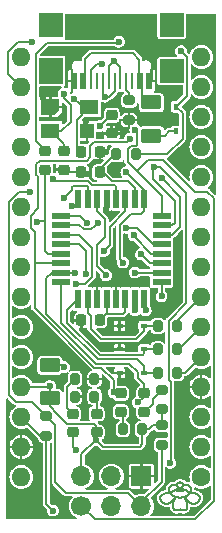
<source format=gbr>
%TF.GenerationSoftware,KiCad,Pcbnew,(6.0.8)*%
%TF.CreationDate,2022-12-15T18:30:13+01:00*%
%TF.ProjectId,Dact,44616374-2e6b-4696-9361-645f70636258,rev?*%
%TF.SameCoordinates,Original*%
%TF.FileFunction,Copper,L1,Top*%
%TF.FilePolarity,Positive*%
%FSLAX46Y46*%
G04 Gerber Fmt 4.6, Leading zero omitted, Abs format (unit mm)*
G04 Created by KiCad (PCBNEW (6.0.8)) date 2022-12-15 18:30:13*
%MOMM*%
%LPD*%
G01*
G04 APERTURE LIST*
G04 Aperture macros list*
%AMRoundRect*
0 Rectangle with rounded corners*
0 $1 Rounding radius*
0 $2 $3 $4 $5 $6 $7 $8 $9 X,Y pos of 4 corners*
0 Add a 4 corners polygon primitive as box body*
4,1,4,$2,$3,$4,$5,$6,$7,$8,$9,$2,$3,0*
0 Add four circle primitives for the rounded corners*
1,1,$1+$1,$2,$3*
1,1,$1+$1,$4,$5*
1,1,$1+$1,$6,$7*
1,1,$1+$1,$8,$9*
0 Add four rect primitives between the rounded corners*
20,1,$1+$1,$2,$3,$4,$5,0*
20,1,$1+$1,$4,$5,$6,$7,0*
20,1,$1+$1,$6,$7,$8,$9,0*
20,1,$1+$1,$8,$9,$2,$3,0*%
%AMOutline5P*
0 Free polygon, 5 corners , with rotation*
0 The origin of the aperture is its center*
0 number of corners: always 5*
0 $1 to $10 corner X, Y*
0 $11 Rotation angle, in degrees counterclockwise*
0 create outline with 5 corners*
4,1,5,$1,$2,$3,$4,$5,$6,$7,$8,$9,$10,$1,$2,$11*%
%AMOutline6P*
0 Free polygon, 6 corners , with rotation*
0 The origin of the aperture is its center*
0 number of corners: always 6*
0 $1 to $12 corner X, Y*
0 $13 Rotation angle, in degrees counterclockwise*
0 create outline with 6 corners*
4,1,6,$1,$2,$3,$4,$5,$6,$7,$8,$9,$10,$11,$12,$1,$2,$13*%
%AMOutline7P*
0 Free polygon, 7 corners , with rotation*
0 The origin of the aperture is its center*
0 number of corners: always 7*
0 $1 to $14 corner X, Y*
0 $15 Rotation angle, in degrees counterclockwise*
0 create outline with 7 corners*
4,1,7,$1,$2,$3,$4,$5,$6,$7,$8,$9,$10,$11,$12,$13,$14,$1,$2,$15*%
%AMOutline8P*
0 Free polygon, 8 corners , with rotation*
0 The origin of the aperture is its center*
0 number of corners: always 8*
0 $1 to $16 corner X, Y*
0 $17 Rotation angle, in degrees counterclockwise*
0 create outline with 8 corners*
4,1,8,$1,$2,$3,$4,$5,$6,$7,$8,$9,$10,$11,$12,$13,$14,$15,$16,$1,$2,$17*%
G04 Aperture macros list end*
%TA.AperFunction,NonConductor*%
%ADD10C,0.150000*%
%TD*%
%TA.AperFunction,SMDPad,CuDef*%
%ADD11RoundRect,0.200000X-0.275000X0.200000X-0.275000X-0.200000X0.275000X-0.200000X0.275000X0.200000X0*%
%TD*%
%TA.AperFunction,SMDPad,CuDef*%
%ADD12RoundRect,0.225000X-0.225000X-0.250000X0.225000X-0.250000X0.225000X0.250000X-0.225000X0.250000X0*%
%TD*%
%TA.AperFunction,SMDPad,CuDef*%
%ADD13RoundRect,0.218750X-0.256250X0.218750X-0.256250X-0.218750X0.256250X-0.218750X0.256250X0.218750X0*%
%TD*%
%TA.AperFunction,SMDPad,CuDef*%
%ADD14RoundRect,0.200000X0.200000X0.275000X-0.200000X0.275000X-0.200000X-0.275000X0.200000X-0.275000X0*%
%TD*%
%TA.AperFunction,SMDPad,CuDef*%
%ADD15R,0.250000X1.450000*%
%TD*%
%TA.AperFunction,SMDPad,CuDef*%
%ADD16R,0.300000X1.450000*%
%TD*%
%TA.AperFunction,SMDPad,CuDef*%
%ADD17R,2.000000X2.000000*%
%TD*%
%TA.AperFunction,SMDPad,CuDef*%
%ADD18R,2.000000X2.200000*%
%TD*%
%TA.AperFunction,SMDPad,CuDef*%
%ADD19RoundRect,0.200000X-0.200000X-0.275000X0.200000X-0.275000X0.200000X0.275000X-0.200000X0.275000X0*%
%TD*%
%TA.AperFunction,SMDPad,CuDef*%
%ADD20R,0.550000X1.600000*%
%TD*%
%TA.AperFunction,SMDPad,CuDef*%
%ADD21R,1.600000X0.550000*%
%TD*%
%TA.AperFunction,SMDPad,CuDef*%
%ADD22R,0.600000X0.450000*%
%TD*%
%TA.AperFunction,SMDPad,CuDef*%
%ADD23RoundRect,0.225000X-0.250000X0.225000X-0.250000X-0.225000X0.250000X-0.225000X0.250000X0.225000X0*%
%TD*%
%TA.AperFunction,SMDPad,CuDef*%
%ADD24RoundRect,0.250000X0.625000X-0.375000X0.625000X0.375000X-0.625000X0.375000X-0.625000X-0.375000X0*%
%TD*%
%TA.AperFunction,SMDPad,CuDef*%
%ADD25RoundRect,0.250000X-0.625000X0.375000X-0.625000X-0.375000X0.625000X-0.375000X0.625000X0.375000X0*%
%TD*%
%TA.AperFunction,SMDPad,CuDef*%
%ADD26R,1.600000X1.300000*%
%TD*%
%TA.AperFunction,SMDPad,CuDef*%
%ADD27R,1.150000X1.300000*%
%TD*%
%TA.AperFunction,SMDPad,CuDef*%
%ADD28Outline5P,-0.800000X0.650000X0.800000X0.650000X0.800000X-0.260000X0.410000X-0.650000X-0.800000X-0.650000X0.000000*%
%TD*%
%TA.AperFunction,SMDPad,CuDef*%
%ADD29RoundRect,0.200000X0.275000X-0.200000X0.275000X0.200000X-0.275000X0.200000X-0.275000X-0.200000X0*%
%TD*%
%TA.AperFunction,ComponentPad*%
%ADD30C,1.700000*%
%TD*%
%TA.AperFunction,ComponentPad*%
%ADD31O,1.700000X1.700000*%
%TD*%
%TA.AperFunction,ComponentPad*%
%ADD32R,1.700000X1.700000*%
%TD*%
%TA.AperFunction,ComponentPad*%
%ADD33C,1.600000*%
%TD*%
%TA.AperFunction,ComponentPad*%
%ADD34O,1.600000X1.600000*%
%TD*%
%TA.AperFunction,SMDPad,CuDef*%
%ADD35R,0.450000X0.600000*%
%TD*%
%TA.AperFunction,ViaPad*%
%ADD36C,0.600000*%
%TD*%
%TA.AperFunction,Conductor*%
%ADD37C,0.150000*%
%TD*%
%TA.AperFunction,Conductor*%
%ADD38C,0.200000*%
%TD*%
G04 APERTURE END LIST*
D10*
X155367243Y-93857044D02*
X155391324Y-93858485D01*
X155399627Y-93103539D02*
X155439745Y-93100020D01*
X155928086Y-93233414D02*
X155896713Y-93218201D01*
X156855674Y-93569318D02*
X156928564Y-93602241D01*
X154953231Y-93233414D02*
X154984606Y-93218201D01*
X156213612Y-93507502D02*
X156187947Y-93538204D01*
X155203434Y-92865306D02*
X155179336Y-92851404D01*
X154731642Y-92819083D02*
X154704355Y-92833171D01*
X154248951Y-94378503D02*
X154295751Y-94380110D01*
X155662703Y-93273398D02*
X155679954Y-93260617D01*
X154295751Y-94380110D02*
X154341991Y-94376817D01*
X154719803Y-93566968D02*
X154746972Y-93593909D01*
X155746309Y-92722535D02*
X155755238Y-92735125D01*
X154892183Y-94804872D02*
X154914911Y-94835815D01*
X157118941Y-93810477D02*
X157123778Y-93840737D01*
X156287115Y-93398610D02*
X156262444Y-93439825D01*
X154107652Y-93540338D02*
X154025732Y-93569318D01*
X155140144Y-93200138D02*
X155126148Y-93182947D01*
X155557054Y-93320580D02*
X155581280Y-93313552D01*
X154618890Y-93439825D02*
X154678482Y-93397960D01*
X155865137Y-93203724D02*
X155833350Y-93190015D01*
X155795171Y-92808607D02*
X155795171Y-92808607D01*
X154884279Y-92779673D02*
X154852019Y-92783216D01*
X155286833Y-94918159D02*
X155325560Y-94901680D01*
X156338745Y-93279910D02*
X156325138Y-93318592D01*
X154025732Y-93569318D02*
X153952842Y-93602241D01*
X153960150Y-94245535D02*
X154008898Y-94284202D01*
X156921255Y-94245535D02*
X156872507Y-94284202D01*
X155758861Y-93814432D02*
X155716537Y-93825091D01*
X155439745Y-93100020D02*
X155439745Y-93100020D01*
X156202882Y-92849189D02*
X156227282Y-92867074D01*
X156991459Y-93639527D02*
X157018856Y-93659938D01*
X155358096Y-93108440D02*
X155399627Y-93103539D01*
X155592378Y-94918159D02*
X155553610Y-94901680D01*
X155086160Y-92808607D02*
X155086160Y-92808607D01*
X155988724Y-94020467D02*
X155800590Y-93802907D01*
X154826412Y-94593177D02*
X154832394Y-94643048D01*
X154556195Y-93318592D02*
X154573363Y-93358179D01*
X155101218Y-92777073D02*
X155093542Y-92792458D01*
X155673415Y-93834686D02*
X155629347Y-93843020D01*
X155669621Y-94938959D02*
X155631128Y-94930579D01*
X155423044Y-93072631D02*
X155404961Y-93046428D01*
X155514068Y-93857044D02*
X155489988Y-93858485D01*
X154985040Y-93757645D02*
X155016697Y-93773365D01*
X155881861Y-94905499D02*
X155849906Y-94920947D01*
X154105859Y-94340635D02*
X154153937Y-94359130D01*
X156008032Y-94770104D02*
X155988072Y-94804872D01*
X154536239Y-93039524D02*
X154528519Y-93070187D01*
X154678482Y-93397960D02*
X154738521Y-93357713D01*
X155275385Y-92914575D02*
X155251600Y-92896900D01*
X154944677Y-94061674D02*
X154911531Y-94140815D01*
X156345092Y-93039524D02*
X156352812Y-93070187D01*
X156679750Y-94371631D02*
X156632456Y-94378503D01*
X155163537Y-92689202D02*
X155153783Y-92699763D01*
X154892140Y-93705307D02*
X154922716Y-93723732D01*
X154940277Y-94862913D02*
X154968043Y-94886148D01*
X154746972Y-93593909D02*
X154774825Y-93619143D01*
X155800590Y-93802907D02*
X155852316Y-93892701D01*
X155052164Y-92797509D02*
X155018137Y-92789001D01*
X155741122Y-93200138D02*
X155755221Y-93182947D01*
X155016183Y-93203724D02*
X155047972Y-93190015D01*
X153911314Y-94199415D02*
X153960150Y-94245535D01*
X153838013Y-93681599D02*
X153816458Y-93704560D01*
X156091488Y-92796931D02*
X156121149Y-92806982D01*
X154432519Y-94356989D02*
X154476672Y-94341185D01*
X155080769Y-93802907D02*
X155122445Y-93814432D01*
X155772190Y-92762359D02*
X155780194Y-92777039D01*
X156271045Y-92908209D02*
X156290153Y-92931337D01*
X155108687Y-92817369D02*
X155086160Y-92808607D01*
X157047132Y-94100801D02*
X157018948Y-94145477D01*
X156054092Y-94482273D02*
X156056380Y-94539579D01*
X154008898Y-94284202D02*
X154057490Y-94315780D01*
X153776538Y-93978480D02*
X153791434Y-94017355D01*
X154842198Y-94689173D02*
X154855590Y-94731531D01*
X157123778Y-93840737D02*
X157124911Y-93872615D01*
X155492729Y-92582917D02*
X155519009Y-92587143D01*
X154397940Y-93472839D02*
X154294721Y-93492520D01*
X155209701Y-94938959D02*
X155248134Y-94930579D01*
X155456491Y-93072631D02*
X155474630Y-93046428D01*
X155852316Y-93892701D02*
X155897598Y-93978963D01*
X153862457Y-94145477D02*
X153911314Y-94199415D01*
X156052837Y-94087864D02*
X155988724Y-94020467D01*
X155080817Y-93802907D02*
X155080817Y-93802907D01*
X154591177Y-92931337D02*
X154574091Y-92956094D01*
X155629347Y-93843020D02*
X155584185Y-93849895D01*
X154803313Y-93642785D02*
X154832393Y-93664949D01*
X154922050Y-93249328D02*
X154953231Y-93233414D01*
X155217521Y-93273398D02*
X155200507Y-93260617D01*
X155364079Y-94881122D02*
X155402153Y-94856466D01*
X155863193Y-92789001D02*
X155897123Y-92783023D01*
X156077998Y-93642785D02*
X156048918Y-93664949D01*
X154201657Y-94371631D02*
X154248951Y-94378503D01*
X155927612Y-93741139D02*
X155896268Y-93757645D01*
X155795171Y-92808607D02*
X155829166Y-92797509D01*
X155439773Y-93100020D02*
X155456491Y-93072631D01*
X155164770Y-93825091D02*
X155207893Y-93834686D01*
X156318989Y-94299617D02*
X156277530Y-94274583D01*
X155194305Y-92661130D02*
X155183807Y-92669905D01*
X155697491Y-92669183D02*
X155707780Y-92678631D01*
X155619148Y-92618248D02*
X155642569Y-92630257D01*
X154521842Y-93169893D02*
X154525540Y-93205500D01*
X153920084Y-93620312D02*
X153889947Y-93639527D01*
X155800590Y-93802907D02*
X155800590Y-93802907D01*
X155063374Y-94932473D02*
X155098371Y-94940056D01*
X155415790Y-93859413D02*
X155440659Y-93859804D01*
X155018137Y-92789001D02*
X154984206Y-92783023D01*
X155466097Y-92579837D02*
X155492729Y-92582917D01*
X155832684Y-93788414D02*
X155800535Y-93802907D01*
X155725746Y-92838775D02*
X155749433Y-92827428D01*
X153770888Y-93781782D02*
X153762465Y-93810477D01*
X155997049Y-92779673D02*
X156029310Y-92783216D01*
X156197780Y-94217840D02*
X156122703Y-94154628D01*
X154667698Y-93507502D02*
X154693363Y-93538204D01*
X154618919Y-93439825D02*
X154506327Y-93455414D01*
X154197637Y-93514879D02*
X154107652Y-93540338D01*
X155189623Y-93141206D02*
X155230916Y-93131104D01*
X154922716Y-93723732D02*
X154953698Y-93741139D01*
X155936672Y-94061674D02*
X155969776Y-94140815D01*
X155465524Y-93859413D02*
X155440657Y-93859804D01*
X155521701Y-93108440D02*
X155479965Y-93103539D01*
X155519009Y-92587143D02*
X155544865Y-92592653D01*
X156106486Y-93619143D02*
X156077998Y-93642785D01*
X154789841Y-92796931D02*
X154760180Y-92806982D01*
X155315741Y-93114689D02*
X155358096Y-93108440D01*
X155696268Y-93246847D02*
X155711799Y-93232142D01*
X155171772Y-94943319D02*
X155209701Y-94938959D01*
X155144296Y-92710956D02*
X155135087Y-92722801D01*
X153765830Y-93941434D02*
X153776538Y-93978480D01*
X155251600Y-92896900D02*
X155227569Y-92880474D01*
X154532412Y-93242192D02*
X154542588Y-93279910D01*
X154057490Y-94315780D02*
X154105859Y-94340635D01*
X155112222Y-93165036D02*
X155130740Y-93158635D01*
X155939764Y-94862913D02*
X155911893Y-94886148D01*
X154506327Y-93455414D02*
X154397940Y-93472839D01*
X155642569Y-92630257D02*
X155665197Y-92644233D01*
X155109221Y-92762434D02*
X155101218Y-92777073D01*
X155255017Y-93295776D02*
X155235636Y-93285135D01*
X154950501Y-92779516D02*
X154917149Y-92778420D01*
X155298780Y-92933492D02*
X155275385Y-92914575D01*
X155755221Y-93182947D02*
X155769147Y-93165036D01*
X154573363Y-93358179D02*
X154594218Y-93398610D01*
X156176974Y-92833171D02*
X156202882Y-92849189D01*
X155896713Y-93218201D02*
X155865137Y-93203724D01*
X155707619Y-94943319D02*
X155669621Y-94938959D01*
X156134338Y-93593909D02*
X156106486Y-93619143D01*
X155321646Y-92953642D02*
X155298780Y-92933492D01*
X155515061Y-94881122D02*
X155476969Y-94856466D01*
X155184429Y-93246847D02*
X155169119Y-93232142D01*
X153862549Y-93659938D02*
X153838013Y-93681599D01*
X156019030Y-94288306D02*
X156035655Y-94356617D01*
X155402153Y-94856466D02*
X155439544Y-94827692D01*
X156683768Y-93514879D02*
X156773754Y-93540338D01*
X155988072Y-94804872D02*
X155965236Y-94835815D01*
X155686959Y-92660312D02*
X155697491Y-92669183D01*
X155731389Y-93152527D02*
X155691424Y-93141206D01*
X156775547Y-94340635D02*
X156727469Y-94359130D01*
X154678447Y-92849189D02*
X154654047Y-92867074D01*
X155737089Y-92710608D02*
X155746309Y-92722535D01*
X154528519Y-93070187D02*
X154523460Y-93102177D01*
X153757628Y-93840737D02*
X153756495Y-93872615D01*
X155749433Y-92827428D02*
X155772623Y-92817369D01*
X156250046Y-92886767D02*
X156271045Y-92908209D01*
X157070767Y-94058112D02*
X157047132Y-94100801D01*
X155238479Y-92631421D02*
X155215975Y-92645235D01*
X155800535Y-93802907D02*
X155800535Y-93802907D01*
X155474630Y-93046428D02*
X155494042Y-93021420D01*
X156872507Y-94284202D02*
X156823915Y-94315780D01*
X155676191Y-92652001D02*
X155686959Y-92660312D01*
X155122445Y-93814432D02*
X155164770Y-93825091D01*
X155407180Y-93333580D02*
X155376720Y-93330648D01*
X154758704Y-94154628D02*
X154828569Y-94087864D01*
X155016697Y-93773365D02*
X155048622Y-93788414D01*
X154891054Y-93265912D02*
X154922050Y-93249328D01*
X155134583Y-94943678D02*
X155171772Y-94943319D01*
X155864610Y-93773365D02*
X155832684Y-93788414D01*
X157110518Y-93781782D02*
X157118941Y-93810477D01*
X154760180Y-92806982D02*
X154731642Y-92819083D01*
X156970091Y-94199415D02*
X156921255Y-94245535D01*
X155235636Y-93285135D02*
X155217521Y-93273398D01*
X155716537Y-93825091D02*
X155673415Y-93834686D01*
X155772623Y-92817369D02*
X155795171Y-92808607D01*
X156029310Y-92783216D02*
X156060832Y-92788989D01*
X154738521Y-93357713D02*
X154799081Y-93319349D01*
X155691424Y-93141206D02*
X155649840Y-93131104D01*
X155677476Y-92865306D02*
X155701712Y-92851404D01*
X155990264Y-93265912D02*
X155959267Y-93249328D01*
X155179336Y-92851404D02*
X155155418Y-92838775D01*
X155479965Y-93103539D02*
X155439770Y-93100020D01*
X155439770Y-93100020D02*
X155439770Y-93100020D01*
X155047972Y-93190015D02*
X155079982Y-93177108D01*
X155628991Y-92896900D02*
X155653186Y-92880474D01*
X155285679Y-92609432D02*
X155261740Y-92619537D01*
X155251961Y-93843020D02*
X155297123Y-93849895D01*
X155155418Y-92838775D02*
X155131821Y-92827428D01*
X155439169Y-92577766D02*
X155412805Y-92580348D01*
X153782775Y-93754599D02*
X153770888Y-93781782D01*
X156773754Y-93540338D02*
X156855674Y-93569318D01*
X156060832Y-92788989D02*
X156091488Y-92796931D01*
X155649840Y-93131104D02*
X155607271Y-93122255D01*
X156054364Y-94593177D02*
X156048284Y-94643048D01*
X156585655Y-94380110D02*
X156539415Y-94376817D01*
X155514579Y-92997615D02*
X155536095Y-92975019D01*
X155348520Y-93326296D02*
X155322416Y-93320580D01*
X155476969Y-94856466D02*
X155439573Y-94827692D01*
X155564347Y-93114689D02*
X155521701Y-93108440D01*
X155275830Y-93305266D02*
X155255017Y-93295776D01*
X154631284Y-92886767D02*
X154610284Y-92908209D01*
X154983783Y-93978963D02*
X154944677Y-94061674D01*
X153759189Y-93906163D02*
X153765830Y-93941434D01*
X157089972Y-94017355D02*
X157070767Y-94058112D01*
X155896268Y-93757645D02*
X155864610Y-93773365D01*
X155112222Y-93165036D02*
X155112222Y-93165036D01*
X156334837Y-93010247D02*
X156345092Y-93039524D01*
X154610284Y-92908209D02*
X154591177Y-92931337D01*
X155502888Y-93330648D02*
X155530975Y-93326296D01*
X156019294Y-93685752D02*
X155989170Y-93705307D01*
X155833350Y-93190015D02*
X155801342Y-93177108D01*
X155769106Y-93165036D02*
X155750568Y-93158635D01*
X155080817Y-93802907D02*
X155029083Y-93892701D01*
X154820497Y-92788989D02*
X154789841Y-92796931D01*
X156149687Y-92819083D02*
X156176974Y-92833171D01*
X154153937Y-94359130D02*
X154201657Y-94371631D01*
X155605037Y-92914575D02*
X155628991Y-92896900D01*
X155530975Y-93326296D02*
X155557054Y-93320580D01*
X156187947Y-93538204D02*
X156161507Y-93566968D01*
X156035655Y-94356617D02*
X156047263Y-94421279D01*
X154892683Y-94020467D02*
X155080817Y-93802907D01*
X156360140Y-93135432D02*
X156359490Y-93169893D01*
X156539415Y-94376817D02*
X156493804Y-94368988D01*
X155086160Y-92808607D02*
X155052164Y-92797509D01*
X155343838Y-92975019D02*
X155321646Y-92953642D01*
X156237105Y-94247202D02*
X156197780Y-94217840D01*
X155173548Y-92679256D02*
X155163537Y-92689202D01*
X157018856Y-93659938D02*
X157043393Y-93681599D01*
X155607271Y-93122255D02*
X155564347Y-93114689D01*
X154603877Y-94274583D02*
X154644302Y-94247202D01*
X155273151Y-93122255D02*
X155315741Y-93114689D01*
X154774825Y-93619143D02*
X154803313Y-93642785D01*
X155595008Y-92608068D02*
X155619148Y-92618248D01*
X154984606Y-93218201D02*
X155016183Y-93203724D01*
X154559154Y-92982417D02*
X154546494Y-93010247D01*
X155322416Y-93320580D02*
X155298241Y-93313552D01*
X155205030Y-92652913D02*
X155194305Y-92661130D01*
X157083401Y-93728876D02*
X157098631Y-93754599D01*
X155544865Y-92592653D02*
X155570223Y-92599582D01*
X155763869Y-92748394D02*
X155772190Y-92762359D01*
X156961321Y-93620312D02*
X156991459Y-93639527D01*
X155631128Y-94930579D02*
X155592378Y-94918159D01*
X155325560Y-94901680D02*
X155364079Y-94881122D01*
X155711799Y-93232142D02*
X155726699Y-93216554D01*
X157124911Y-93872615D02*
X157122217Y-93906163D01*
X155472642Y-93333580D02*
X155502888Y-93330648D01*
X157043393Y-93681599D02*
X157064948Y-93704560D01*
X155098371Y-94940056D02*
X155134583Y-94943678D01*
X155787871Y-92792449D02*
X155795212Y-92808607D01*
X155169119Y-93232142D02*
X155154413Y-93216554D01*
X155584185Y-93849895D02*
X155561148Y-93852725D01*
X156307971Y-93358179D02*
X156287115Y-93398610D01*
X154642854Y-93474748D02*
X154667698Y-93507502D01*
X154872331Y-94770104D02*
X154892183Y-94804872D01*
X155801342Y-93177108D02*
X155769106Y-93165036D01*
X154521192Y-93135432D02*
X154521842Y-93169893D01*
X155343528Y-93855116D02*
X155367243Y-93857044D01*
X154562418Y-94299617D02*
X154603877Y-94274583D01*
X156122703Y-94154628D02*
X156052837Y-94087864D01*
X156325138Y-93318592D02*
X156307971Y-93358179D01*
X155154413Y-93216554D02*
X155140144Y-93200138D01*
X155581280Y-93313552D02*
X155603805Y-93305266D01*
X156202846Y-93397960D02*
X156142802Y-93357713D01*
X155829166Y-92797509D02*
X155863193Y-92789001D01*
X153889947Y-93639527D02*
X153862549Y-93659938D01*
X156021085Y-93283133D02*
X155990264Y-93265912D01*
X154832394Y-94643048D02*
X154842198Y-94689173D01*
X155536095Y-92975019D02*
X155558441Y-92953642D01*
X155653186Y-92880474D02*
X155677476Y-92865306D01*
X155391324Y-93858485D02*
X155415790Y-93859413D01*
X154525540Y-93205500D02*
X154532412Y-93242192D01*
X154845468Y-94356617D02*
X154833783Y-94421279D01*
X156262433Y-93439825D02*
X156238456Y-93474748D01*
X156290153Y-92931337D02*
X156307239Y-92956094D01*
X156586684Y-93492520D02*
X156683768Y-93514879D01*
X155149862Y-93152527D02*
X155189623Y-93141206D01*
X155769106Y-93165036D02*
X155769106Y-93165036D01*
X155117540Y-92748521D02*
X155109221Y-92762434D01*
X154852019Y-92783216D02*
X154820497Y-92788989D01*
X155153783Y-92699763D02*
X155144296Y-92710956D01*
X156121149Y-92806982D02*
X156149687Y-92819083D01*
X155385638Y-93021420D02*
X155365217Y-92997615D01*
X155310218Y-92600958D02*
X155285679Y-92609432D01*
X155200507Y-93260617D02*
X155184429Y-93246847D01*
X155439187Y-92577766D02*
X155466097Y-92579837D01*
X153762465Y-93810477D02*
X153757628Y-93840737D01*
X156277530Y-94274583D02*
X156237105Y-94247202D01*
X154523460Y-93102177D02*
X154521192Y-93135432D01*
X155744885Y-94943678D02*
X155707619Y-94943319D01*
X156024880Y-94731531D02*
X156008032Y-94770104D01*
X155726699Y-93216554D02*
X155741122Y-93200138D01*
X156357871Y-93102177D02*
X156360140Y-93135432D01*
X154644302Y-94247202D02*
X154683627Y-94217840D01*
X154968043Y-94886148D02*
X154997973Y-94905499D01*
X156262486Y-93439825D02*
X156375077Y-93455414D01*
X155701712Y-92851404D02*
X155725746Y-92838775D01*
X155131821Y-92827428D02*
X155108687Y-92817369D01*
X154387603Y-94368988D02*
X154432519Y-94356989D01*
X154519994Y-94321939D02*
X154562418Y-94299617D01*
X153791434Y-94017355D02*
X153810639Y-94058112D01*
X155215975Y-92645235D02*
X155205030Y-92652913D01*
X154654047Y-92867074D02*
X154631284Y-92886767D01*
X157115576Y-93941434D02*
X157104868Y-93978480D01*
X154997973Y-94905499D02*
X155029829Y-94920947D01*
X154833783Y-94421279D02*
X154826870Y-94482273D01*
X155989170Y-93705307D02*
X155958594Y-93723732D01*
X155964179Y-92778420D02*
X155997049Y-92779673D01*
X156483465Y-93472839D02*
X156586684Y-93492520D01*
X154546494Y-93010247D02*
X154536239Y-93039524D01*
X155048622Y-93788414D02*
X155080769Y-93802907D01*
X154294721Y-93492520D02*
X154197637Y-93514879D01*
X157018948Y-94145477D02*
X156970091Y-94199415D01*
X154911531Y-94140815D02*
X154884105Y-94216365D01*
X155261740Y-92619537D02*
X155238479Y-92631421D01*
X155911893Y-94886148D02*
X155881861Y-94905499D01*
X154341991Y-94376817D02*
X154387603Y-94368988D01*
X155849906Y-94920947D02*
X155816267Y-94932473D01*
X155553610Y-94901680D02*
X155515061Y-94881122D01*
X155558441Y-92953642D02*
X155581471Y-92933492D01*
X156359490Y-93169893D02*
X156355793Y-93205500D01*
X153952842Y-93602241D02*
X153920084Y-93620312D01*
X154984206Y-92783023D02*
X154950501Y-92779516D01*
X155439744Y-93100020D02*
X155423044Y-93072631D01*
X156161507Y-93566968D02*
X156134338Y-93593909D01*
X156361413Y-94321939D02*
X156318989Y-94299617D01*
X155897123Y-92783023D02*
X155930828Y-92779516D01*
X154799081Y-93319349D02*
X154860233Y-93283133D01*
X156448888Y-94356989D02*
X156404735Y-94341185D01*
X155603805Y-93305266D02*
X155624782Y-93295776D01*
X155079982Y-93177108D02*
X155112222Y-93165036D01*
X155644364Y-93285135D02*
X155662703Y-93273398D01*
X156262444Y-93439825D02*
X156262444Y-93439825D01*
X155581471Y-92933492D02*
X155605037Y-92914575D01*
X156227282Y-92867074D02*
X156250046Y-92886767D01*
X154862017Y-93685752D02*
X154892140Y-93705307D01*
X153756495Y-93872615D02*
X153759189Y-93906163D01*
X156355793Y-93205500D02*
X156348920Y-93242192D01*
X156352812Y-93070187D02*
X156357871Y-93102177D01*
X154953698Y-93741139D02*
X154985040Y-93757645D01*
X155029083Y-93892701D02*
X154983783Y-93978963D01*
X154832393Y-93664949D02*
X154862017Y-93685752D01*
X154542588Y-93279910D02*
X154556195Y-93318592D01*
X154826870Y-94482273D02*
X154824492Y-94539579D01*
X153834273Y-94100801D02*
X153862457Y-94145477D01*
X156048284Y-94643048D02*
X156038376Y-94689173D01*
X154860233Y-93283133D02*
X154891054Y-93265912D01*
X155298241Y-93313552D02*
X155275830Y-93305266D01*
X155755238Y-92735125D02*
X155763869Y-92748394D01*
X153816458Y-93704560D02*
X153798005Y-93728876D01*
X155126165Y-92735316D02*
X155117540Y-92748521D01*
X155958594Y-93723732D02*
X155927612Y-93741139D01*
X155930828Y-92779516D02*
X155964179Y-92778420D01*
X155679954Y-93260617D02*
X155696268Y-93246847D01*
X153798005Y-93728876D02*
X153782775Y-93754599D01*
X155297123Y-93849895D02*
X155320161Y-93852725D01*
X154476672Y-94341185D02*
X154519994Y-94321939D01*
X155750568Y-93158635D02*
X155731389Y-93152527D01*
X156348920Y-93242192D02*
X156338745Y-93279910D01*
X156262444Y-93439825D02*
X156202846Y-93397960D01*
X155126148Y-93182947D02*
X155112258Y-93165036D01*
X156404735Y-94341185D02*
X156361413Y-94321939D01*
X156928564Y-93602241D02*
X156961321Y-93620312D01*
X154855590Y-94731531D02*
X154872331Y-94770104D01*
X155780194Y-92777039D02*
X155787871Y-92792449D01*
X156727469Y-94359130D02*
X156679750Y-94371631D01*
X154917149Y-92778420D02*
X154884279Y-92779673D01*
X156142802Y-93357713D02*
X156082239Y-93319349D01*
X155489988Y-93858485D02*
X155465524Y-93859413D01*
X156307239Y-92956094D02*
X156322177Y-92982417D01*
X154618877Y-93439825D02*
X154642854Y-93474748D01*
X156082239Y-93319349D02*
X156021085Y-93283133D01*
X155230916Y-93131104D02*
X155273151Y-93122255D01*
X155320161Y-93852725D02*
X155343528Y-93855116D01*
X156056380Y-94539579D02*
X156054364Y-94593177D01*
X155404961Y-93046428D02*
X155385638Y-93021420D01*
X155665197Y-92644233D02*
X155676191Y-92652001D01*
X155227569Y-92880474D02*
X155203434Y-92865306D01*
X156047263Y-94421279D02*
X156054092Y-94482273D01*
X156238456Y-93474748D02*
X156213612Y-93507502D01*
X157104868Y-93978480D02*
X157089972Y-94017355D01*
X155959267Y-93249328D02*
X155928086Y-93233414D01*
X157098631Y-93754599D02*
X157110518Y-93781782D01*
X156375077Y-93455414D02*
X156483465Y-93472839D01*
X155624782Y-93295776D02*
X155644364Y-93285135D01*
X155412805Y-92580348D02*
X155386650Y-92583808D01*
X155969776Y-94140815D02*
X155997150Y-94216365D01*
X154693363Y-93538204D02*
X154719803Y-93566968D01*
X153810639Y-94058112D02*
X153834273Y-94100801D01*
X155360782Y-92588296D02*
X155335278Y-92593962D01*
X156048918Y-93664949D02*
X156019294Y-93685752D01*
X154618890Y-93439825D02*
X154618890Y-93439825D01*
X155130740Y-93158635D02*
X155149862Y-93152527D01*
X157018948Y-94145477D02*
X157018948Y-94145477D01*
X155897598Y-93978963D02*
X155936672Y-94061674D01*
X156322177Y-92982417D02*
X156334837Y-93010247D01*
X155093542Y-92792458D02*
X155086201Y-92808607D01*
X155080769Y-93802907D02*
X155080769Y-93802907D01*
X155207893Y-93834686D02*
X155251961Y-93843020D01*
X155816267Y-94932473D02*
X155781180Y-94940056D01*
X154574091Y-92956094D02*
X154559154Y-92982417D01*
X155440067Y-93335039D02*
X155407180Y-93333580D01*
X157122217Y-93906163D02*
X157115576Y-93941434D01*
X155440083Y-93335039D02*
X155472642Y-93333580D01*
X155386650Y-92583808D02*
X155360782Y-92588296D01*
X154862163Y-94288306D02*
X154845468Y-94356617D01*
X155494042Y-93021420D02*
X155514579Y-92997615D01*
X155800535Y-93802907D02*
X155758861Y-93814432D01*
X156493804Y-94368988D02*
X156448888Y-94356989D01*
X155376720Y-93330648D02*
X155348520Y-93326296D01*
X153862457Y-94145477D02*
X153862457Y-94145477D01*
X155029829Y-94920947D02*
X155063374Y-94932473D01*
X155439770Y-93100020D02*
X155439773Y-93100020D01*
X154884105Y-94216365D02*
X154862163Y-94288306D01*
X154704355Y-92833171D02*
X154678447Y-92849189D01*
X155781180Y-94940056D02*
X155744885Y-94943678D01*
X155570223Y-92599582D02*
X155595008Y-92608068D01*
X157064948Y-93704560D02*
X157083401Y-93728876D01*
X154594218Y-93398610D02*
X154618890Y-93439825D01*
X155727588Y-92699326D02*
X155737089Y-92710608D01*
X155365217Y-92997615D02*
X155343838Y-92975019D01*
X155335278Y-92593962D02*
X155310218Y-92600958D01*
X154824492Y-94539579D02*
X154826412Y-94593177D01*
X154914911Y-94835815D02*
X154940277Y-94862913D01*
X154828569Y-94087864D02*
X154892683Y-94020467D01*
X154683627Y-94217840D02*
X154758704Y-94154628D01*
X156823915Y-94315780D02*
X156775547Y-94340635D01*
X155717815Y-92688673D02*
X155727588Y-92699326D01*
X156632456Y-94378503D02*
X156585655Y-94380110D01*
X155707780Y-92678631D02*
X155717815Y-92688673D01*
X156038376Y-94689173D02*
X156024880Y-94731531D01*
X155248134Y-94930579D02*
X155286833Y-94918159D01*
X155561148Y-93852725D02*
X155537782Y-93855116D01*
X155997150Y-94216365D02*
X156019030Y-94288306D01*
X155537782Y-93855116D02*
X155514068Y-93857044D01*
X155135087Y-92722801D02*
X155126165Y-92735316D01*
X155183807Y-92669905D02*
X155173548Y-92679256D01*
X155439745Y-93100020D02*
X155439744Y-93100020D01*
X155965236Y-94835815D02*
X155939764Y-94862913D01*
D11*
%TO.P,R32,1*%
%TO.N,Net-(D28-Pad2)*%
X153920000Y-84735000D03*
%TO.P,R32,2*%
%TO.N,+5V*%
X153920000Y-86385000D03*
%TD*%
D12*
%TO.P,C1,1*%
%TO.N,GND*%
X147095000Y-66310000D03*
%TO.P,C1,2*%
%TO.N,Net-(C1-Pad2)*%
X148645000Y-66310000D03*
%TD*%
D13*
%TO.P,D26,1,K*%
%TO.N,Net-(D26-Pad1)*%
X146370000Y-86772500D03*
%TO.P,D26,2,A*%
%TO.N,13*%
X146370000Y-88347500D03*
%TD*%
D12*
%TO.P,C14,1*%
%TO.N,GND*%
X147095000Y-78860000D03*
%TO.P,C14,2*%
%TO.N,Net-(C14-Pad2)*%
X148645000Y-78860000D03*
%TD*%
D14*
%TO.P,R31,1*%
%TO.N,Net-(D27-Pad1)*%
X148195000Y-85310000D03*
%TO.P,R31,2*%
%TO.N,GND*%
X146545000Y-85310000D03*
%TD*%
D15*
%TO.P,J3,A1,GND*%
%TO.N,GND*%
X153020000Y-58572500D03*
%TO.P,J3,A4,VBUS*%
%TO.N,Net-(F3-Pad1)*%
X152220000Y-58572500D03*
%TO.P,J3,A5,CC1*%
%TO.N,Net-(J3-PadA5)*%
X150895000Y-58572500D03*
%TO.P,J3,A6,D+*%
%TO.N,Net-(J3-PadA6)*%
X149895000Y-58572500D03*
%TO.P,J3,A7,D-*%
%TO.N,Net-(J3-PadA7)*%
X149395000Y-58572500D03*
%TO.P,J3,A8,SBU1*%
%TO.N,unconnected-(J3-PadA8)*%
X148395000Y-58572500D03*
%TO.P,J3,A9,VBUS*%
%TO.N,Net-(F3-Pad1)*%
X147070000Y-58572500D03*
%TO.P,J3,A12,GND*%
%TO.N,GND*%
X146270000Y-58572500D03*
D16*
%TO.P,J3,B1,GND*%
X146545000Y-58572500D03*
%TO.P,J3,B4,VBUS*%
%TO.N,Net-(F3-Pad1)*%
X147345000Y-58572500D03*
D15*
%TO.P,J3,B5,CC2*%
%TO.N,Net-(J3-PadB5)*%
X147895000Y-58572500D03*
%TO.P,J3,B6,D+*%
%TO.N,Net-(J3-PadA6)*%
X148895000Y-58572500D03*
%TO.P,J3,B7,D-*%
%TO.N,Net-(J3-PadA7)*%
X150395000Y-58572500D03*
%TO.P,J3,B8,SBU2*%
%TO.N,unconnected-(J3-PadB8)*%
X151395000Y-58572500D03*
D16*
%TO.P,J3,B9,VBUS*%
%TO.N,Net-(F3-Pad1)*%
X151945000Y-58572500D03*
%TO.P,J3,B12,GND*%
%TO.N,GND*%
X152745000Y-58572500D03*
D17*
%TO.P,J3,S1,SHIELD*%
%TO.N,unconnected-(J3-PadS1)*%
X154730000Y-53822500D03*
X144510000Y-53822500D03*
D18*
X144510000Y-57752500D03*
D17*
X154730000Y-57752500D03*
%TD*%
D19*
%TO.P,R33,1*%
%TO.N,Net-(D29-Pad2)*%
X150595000Y-88060000D03*
%TO.P,R33,2*%
%TO.N,+5V*%
X152245000Y-88060000D03*
%TD*%
D20*
%TO.P,U1,1,PD3*%
%TO.N,3*%
X146820000Y-77060000D03*
%TO.P,U1,2,PD4*%
%TO.N,4*%
X147620000Y-77060000D03*
%TO.P,U1,3,GND*%
%TO.N,GND*%
X148420000Y-77060000D03*
%TO.P,U1,4,VCC*%
%TO.N,Net-(C14-Pad2)*%
X149220000Y-77060000D03*
%TO.P,U1,5,GND*%
%TO.N,GND*%
X150020000Y-77060000D03*
%TO.P,U1,6,VCC*%
%TO.N,Net-(C14-Pad2)*%
X150820000Y-77060000D03*
%TO.P,U1,7,XTAL1/PB6*%
%TO.N,Net-(C2-Pad1)*%
X151620000Y-77060000D03*
%TO.P,U1,8,XTAL2/PB7*%
%TO.N,Net-(C3-Pad1)*%
X152420000Y-77060000D03*
D21*
%TO.P,U1,9,PD5*%
%TO.N,5*%
X153870000Y-75610000D03*
%TO.P,U1,10,PD6*%
%TO.N,6*%
X153870000Y-74810000D03*
%TO.P,U1,11,PD7*%
%TO.N,7*%
X153870000Y-74010000D03*
%TO.P,U1,12,PB0*%
%TO.N,8*%
X153870000Y-73210000D03*
%TO.P,U1,13,PB1*%
%TO.N,9*%
X153870000Y-72410000D03*
%TO.P,U1,14,PB2*%
%TO.N,10*%
X153870000Y-71610000D03*
%TO.P,U1,15,PB3*%
%TO.N,11*%
X153870000Y-70810000D03*
%TO.P,U1,16,PB4*%
%TO.N,12*%
X153870000Y-70010000D03*
D20*
%TO.P,U1,17,PB5*%
%TO.N,13*%
X152420000Y-68560000D03*
%TO.P,U1,18,AVCC*%
%TO.N,Net-(C1-Pad2)*%
X151620000Y-68560000D03*
%TO.P,U1,19,ADC6*%
%TO.N,A6*%
X150820000Y-68560000D03*
%TO.P,U1,20,AREF*%
%TO.N,AREF*%
X150020000Y-68560000D03*
%TO.P,U1,21,GND*%
%TO.N,GND*%
X149220000Y-68560000D03*
%TO.P,U1,22,ADC7*%
%TO.N,A7*%
X148420000Y-68560000D03*
%TO.P,U1,23,PC0*%
%TO.N,A0*%
X147620000Y-68560000D03*
%TO.P,U1,24,PC1*%
%TO.N,A1*%
X146820000Y-68560000D03*
D21*
%TO.P,U1,25,PC2*%
%TO.N,A2*%
X145370000Y-70010000D03*
%TO.P,U1,26,PC3*%
%TO.N,A3*%
X145370000Y-70810000D03*
%TO.P,U1,27,PC4*%
%TO.N,A4*%
X145370000Y-71610000D03*
%TO.P,U1,28,PC5*%
%TO.N,A5*%
X145370000Y-72410000D03*
%TO.P,U1,29,~{RESET}/PC6*%
%TO.N,RST*%
X145370000Y-73210000D03*
%TO.P,U1,30,PD0*%
%TO.N,0{slash}RX*%
X145370000Y-74010000D03*
%TO.P,U1,31,PD1*%
%TO.N,1{slash}TX*%
X145370000Y-74810000D03*
%TO.P,U1,32,PD2*%
%TO.N,2*%
X145370000Y-75610000D03*
%TD*%
D19*
%TO.P,R11,1*%
%TO.N,2*%
X153545000Y-83310000D03*
%TO.P,R11,2*%
%TO.N,2_B*%
X155195000Y-83310000D03*
%TD*%
D22*
%TO.P,D13,1,K*%
%TO.N,4*%
X152420000Y-79312500D03*
%TO.P,D13,2,A*%
%TO.N,GND*%
X150320000Y-79312500D03*
%TD*%
D23*
%TO.P,C9,1*%
%TO.N,Net-(C9-Pad1)*%
X145620000Y-64535000D03*
%TO.P,C9,2*%
%TO.N,GND*%
X145620000Y-66085000D03*
%TD*%
D22*
%TO.P,D12,1,K*%
%TO.N,3*%
X152420000Y-81312500D03*
%TO.P,D12,2,A*%
%TO.N,GND*%
X150320000Y-81312500D03*
%TD*%
%TO.P,D11,1,K*%
%TO.N,2*%
X152420000Y-83312500D03*
%TO.P,D11,2,A*%
%TO.N,GND*%
X150320000Y-83312500D03*
%TD*%
D24*
%TO.P,F1,1*%
%TO.N,+5V*%
X144420000Y-85460000D03*
%TO.P,F1,2*%
%TO.N,Net-(C14-Pad2)*%
X144420000Y-82660000D03*
%TD*%
D25*
%TO.P,F3,1*%
%TO.N,Net-(F3-Pad1)*%
X153020000Y-60410000D03*
%TO.P,F3,2*%
%TO.N,Net-(D30-Pad2)*%
X153020000Y-63210000D03*
%TD*%
D14*
%TO.P,R23,1*%
%TO.N,+5V*%
X151695000Y-64810000D03*
%TO.P,R23,2*%
%TO.N,Net-(C1-Pad2)*%
X150045000Y-64810000D03*
%TD*%
D26*
%TO.P,Y2,1,1*%
%TO.N,Net-(C9-Pad1)*%
X144470000Y-62810000D03*
D27*
%TO.P,Y2,2,2*%
%TO.N,GND*%
X147545000Y-62810000D03*
D26*
%TO.P,Y2,3,3*%
%TO.N,Net-(C8-Pad1)*%
X147770000Y-60810000D03*
D28*
%TO.P,Y2,4,4*%
%TO.N,GND*%
X144470000Y-60810000D03*
%TD*%
D19*
%TO.P,R13,1*%
%TO.N,4*%
X153545000Y-79310000D03*
%TO.P,R13,2*%
%TO.N,4_B*%
X155195000Y-79310000D03*
%TD*%
%TO.P,R30,1*%
%TO.N,Net-(D26-Pad1)*%
X146545000Y-83810000D03*
%TO.P,R30,2*%
%TO.N,GND*%
X148195000Y-83810000D03*
%TD*%
D29*
%TO.P,R24,1*%
%TO.N,RST*%
X153920000Y-89385000D03*
%TO.P,R24,2*%
%TO.N,+5V*%
X153920000Y-87735000D03*
%TD*%
D11*
%TO.P,R29,1*%
%TO.N,Net-(J3-PadA5)*%
X151120000Y-60235000D03*
%TO.P,R29,2*%
%TO.N,GND*%
X151120000Y-61885000D03*
%TD*%
D23*
%TO.P,C12,1*%
%TO.N,Net-(C12-Pad1)*%
X144020000Y-64535000D03*
%TO.P,C12,2*%
%TO.N,RST*%
X144020000Y-66085000D03*
%TD*%
D30*
%TO.P,J2,1,Pin_1*%
%TO.N,12*%
X147095000Y-94585000D03*
D31*
%TO.P,J2,2,Pin_2*%
%TO.N,+5V*%
X147095000Y-92045000D03*
%TO.P,J2,3,Pin_3*%
%TO.N,13*%
X149635000Y-94585000D03*
%TO.P,J2,4,Pin_4*%
%TO.N,11*%
X149635000Y-92045000D03*
%TO.P,J2,5,Pin_5*%
%TO.N,RST*%
X152175000Y-94585000D03*
D32*
%TO.P,J2,6,Pin_6*%
%TO.N,GND*%
X152175000Y-92045000D03*
%TD*%
D33*
%TO.P,A1,1,D1/TX*%
%TO.N,1{slash}TX_B*%
X157240000Y-92120000D03*
D34*
%TO.P,A1,2,D0/RX*%
%TO.N,0{slash}RX_B*%
X157240000Y-89580000D03*
%TO.P,A1,3,~{RESET}*%
%TO.N,Net-(A1-Pad28)*%
X157240000Y-87040000D03*
%TO.P,A1,4,GND*%
%TO.N,GND*%
X157240000Y-84500000D03*
%TO.P,A1,5,D2*%
%TO.N,2_B*%
X157240000Y-81960000D03*
%TO.P,A1,6,D3*%
%TO.N,3_B*%
X157240000Y-79420000D03*
%TO.P,A1,7,D4*%
%TO.N,4_B*%
X157240000Y-76880000D03*
%TO.P,A1,8,D5*%
%TO.N,5_B*%
X157240000Y-74340000D03*
%TO.P,A1,9,D6*%
%TO.N,6_B*%
X157240000Y-71800000D03*
%TO.P,A1,10,D7*%
%TO.N,7_B*%
X157240000Y-69260000D03*
%TO.P,A1,11,D8*%
%TO.N,8_B*%
X157240000Y-66720000D03*
%TO.P,A1,12,D9*%
%TO.N,9_B*%
X157240000Y-64180000D03*
%TO.P,A1,13,D10*%
%TO.N,10_B*%
X157240000Y-61640000D03*
%TO.P,A1,14,D11*%
%TO.N,11_B*%
X157240000Y-59100000D03*
%TO.P,A1,15,D12*%
%TO.N,12_B*%
X157240000Y-56560000D03*
%TO.P,A1,16,D13*%
%TO.N,13_B*%
X142000000Y-56560000D03*
%TO.P,A1,17,3V3*%
%TO.N,+3.3V*%
X142000000Y-59100000D03*
%TO.P,A1,18,AREF*%
%TO.N,AREF*%
X142000000Y-61640000D03*
%TO.P,A1,19,A0*%
%TO.N,A0_B*%
X142000000Y-64180000D03*
%TO.P,A1,20,A1*%
%TO.N,A1_B*%
X142000000Y-66720000D03*
%TO.P,A1,21,A2*%
%TO.N,A2_B*%
X142000000Y-69260000D03*
%TO.P,A1,22,A3*%
%TO.N,A3_B*%
X142000000Y-71800000D03*
%TO.P,A1,23,A4*%
%TO.N,A4_B*%
X142000000Y-74340000D03*
%TO.P,A1,24,A5*%
%TO.N,A5_B*%
X142000000Y-76880000D03*
%TO.P,A1,25,A6*%
%TO.N,A6_B*%
X142000000Y-79420000D03*
%TO.P,A1,26,A7*%
%TO.N,A7_B*%
X142000000Y-81960000D03*
%TO.P,A1,27,+5V*%
%TO.N,+5V*%
X142000000Y-84500000D03*
%TO.P,A1,28,~{RESET}*%
%TO.N,Net-(A1-Pad28)*%
X142000000Y-87040000D03*
%TO.P,A1,29,GND*%
%TO.N,GND*%
X142000000Y-89580000D03*
%TO.P,A1,30,VIN*%
%TO.N,Net-(A1-Pad30)*%
X142000000Y-92120000D03*
%TD*%
D13*
%TO.P,D29,1,K*%
%TO.N,0{slash}RX*%
X150420000Y-85022500D03*
%TO.P,D29,2,A*%
%TO.N,Net-(D29-Pad2)*%
X150420000Y-86597500D03*
%TD*%
D29*
%TO.P,R25,1*%
%TO.N,Net-(A1-Pad28)*%
X144120000Y-88635000D03*
%TO.P,R25,2*%
%TO.N,RST*%
X144120000Y-86985000D03*
%TD*%
D35*
%TO.P,D30,1,K*%
%TO.N,+5V*%
X155122500Y-60760000D03*
%TO.P,D30,2,A*%
%TO.N,Net-(D30-Pad2)*%
X155122500Y-62860000D03*
%TD*%
D12*
%TO.P,C8,1*%
%TO.N,Net-(C8-Pad1)*%
X147095000Y-64560000D03*
%TO.P,C8,2*%
%TO.N,GND*%
X148645000Y-64560000D03*
%TD*%
D13*
%TO.P,D28,1,K*%
%TO.N,1{slash}TX*%
X152420000Y-85022500D03*
%TO.P,D28,2,A*%
%TO.N,Net-(D28-Pad2)*%
X152420000Y-86597500D03*
%TD*%
%TO.P,D27,1,K*%
%TO.N,Net-(D27-Pad1)*%
X148370000Y-86772500D03*
%TO.P,D27,2,A*%
%TO.N,+5V*%
X148370000Y-88347500D03*
%TD*%
D19*
%TO.P,R12,1*%
%TO.N,3*%
X153545000Y-81310000D03*
%TO.P,R12,2*%
%TO.N,3_B*%
X155195000Y-81310000D03*
%TD*%
D23*
%TO.P,C7,1*%
%TO.N,+3.3V*%
X149645000Y-61485000D03*
%TO.P,C7,2*%
%TO.N,GND*%
X149645000Y-63035000D03*
%TD*%
D36*
%TO.N,+5V*%
X155520000Y-56060000D03*
X144420000Y-84410000D03*
X148320000Y-88960000D03*
%TO.N,Net-(A1-Pad28)*%
X144670000Y-94960000D03*
%TO.N,+3.3V*%
X142870000Y-55310000D03*
X148645500Y-62400231D03*
%TO.N,AREF*%
X144724990Y-66874390D03*
%TO.N,GND*%
X149145500Y-64560000D03*
X147695500Y-66460000D03*
X149870000Y-66110000D03*
X151120000Y-72860000D03*
X154920000Y-59860000D03*
X149870000Y-75810000D03*
X152070000Y-61460500D03*
X149120000Y-84060000D03*
X151120000Y-81012000D03*
X143863767Y-59916233D03*
X147470000Y-61960000D03*
X150145000Y-62534500D03*
X146170000Y-56660000D03*
X151190030Y-83389970D03*
X145534735Y-61736424D03*
X149620000Y-79810000D03*
X147370000Y-86060000D03*
X149181223Y-69474405D03*
%TO.N,Net-(C8-Pad1)*%
X146477700Y-60105234D03*
%TO.N,Net-(C9-Pad1)*%
X145595000Y-59660000D03*
%TO.N,Net-(C12-Pad1)*%
X150255000Y-55260000D03*
%TO.N,RST*%
X142713767Y-67966233D03*
X143370000Y-70560000D03*
%TO.N,0{slash}RX*%
X151220500Y-63477714D03*
X149820000Y-84960000D03*
%TO.N,A0*%
X145620000Y-68460000D03*
%TO.N,A1*%
X146320000Y-69192560D03*
%TO.N,A2*%
X147568198Y-70586802D03*
%TO.N,A3*%
X148470500Y-70606766D03*
%TO.N,A4*%
X146669502Y-75760498D03*
%TO.N,A5*%
X147445000Y-74935000D03*
%TO.N,A6*%
X148986040Y-72987998D03*
%TO.N,A7*%
X149170498Y-75035000D03*
%TO.N,1{slash}TX*%
X151870000Y-85810000D03*
X146570000Y-74810000D03*
%TO.N,5*%
X153870000Y-76810000D03*
%TO.N,6*%
X151620000Y-74810000D03*
%TO.N,7*%
X152120000Y-73260000D03*
%TO.N,8*%
X151520000Y-71660000D03*
%TO.N,9*%
X150894502Y-71016233D03*
%TO.N,10*%
X153870000Y-66810000D03*
%TO.N,11*%
X154620000Y-90910000D03*
X153220000Y-65835500D03*
%TO.N,12*%
X151652130Y-62735527D03*
%TO.N,13*%
X150896400Y-66295612D03*
X146620000Y-89810000D03*
X150620000Y-73960000D03*
%TO.N,Net-(J3-PadB5)*%
X148829270Y-57134500D03*
%TO.N,Net-(J3-PadA6)*%
X149054074Y-59910708D03*
%TO.N,Net-(J3-PadA7)*%
X149870000Y-56860000D03*
%TO.N,Net-(C2-Pad1)*%
X151620001Y-78010000D03*
%TO.N,Net-(C3-Pad1)*%
X152520000Y-78010000D03*
%TO.N,Net-(C14-Pad2)*%
X145620000Y-82810000D03*
X148501267Y-78716267D03*
%TD*%
D37*
%TO.N,+5V*%
X151695000Y-64810000D02*
X154297500Y-64810000D01*
X144420000Y-84410000D02*
X144330000Y-84500000D01*
X144591751Y-86310000D02*
X144584232Y-86310000D01*
X144420000Y-86145768D02*
X144420000Y-85460000D01*
X152820000Y-88060000D02*
X153145000Y-87735000D01*
X144870000Y-86595768D02*
X144870000Y-86588249D01*
X144420000Y-84410000D02*
X144420000Y-85460000D01*
D38*
X144330000Y-84500000D02*
X142000000Y-84500000D01*
D37*
X152020000Y-89560000D02*
X152245000Y-89335000D01*
X153870000Y-87735000D02*
X153870000Y-86385000D01*
X148320000Y-88960000D02*
X148320000Y-87760000D01*
X148195000Y-87635000D02*
X145909232Y-87635000D01*
X155647500Y-63460000D02*
X155647500Y-61285000D01*
D38*
X155520000Y-56060000D02*
X156030000Y-56570000D01*
D37*
X144584232Y-86310000D02*
X144420000Y-86145768D01*
X147095000Y-90185000D02*
X147095000Y-92045000D01*
D38*
X156030000Y-59852500D02*
X155122500Y-60760000D01*
D37*
X155647500Y-61285000D02*
X155122500Y-60760000D01*
X154297500Y-64810000D02*
X155647500Y-63460000D01*
X148320000Y-88960000D02*
X147095000Y-90185000D01*
X148320000Y-88960000D02*
X148920000Y-89560000D01*
X153145000Y-87735000D02*
X153870000Y-87735000D01*
X148320000Y-87760000D02*
X148195000Y-87635000D01*
X144870000Y-86588249D02*
X144591751Y-86310000D01*
X145909232Y-87635000D02*
X144870000Y-86595768D01*
X148920000Y-89560000D02*
X152020000Y-89560000D01*
X152245000Y-89335000D02*
X152245000Y-88060000D01*
D38*
X156030000Y-56570000D02*
X156030000Y-59852500D01*
D37*
X152245000Y-88060000D02*
X152820000Y-88060000D01*
%TO.N,Net-(A1-Pad28)*%
X144120000Y-94410000D02*
X144670000Y-94960000D01*
X143595000Y-88635000D02*
X142000000Y-87040000D01*
X144120000Y-88635000D02*
X143595000Y-88635000D01*
X144120000Y-88635000D02*
X144120000Y-94410000D01*
%TO.N,2_B*%
X155195000Y-83310000D02*
X155890000Y-83310000D01*
X155890000Y-83310000D02*
X157240000Y-81960000D01*
%TO.N,3_B*%
X155195000Y-81310000D02*
X155350000Y-81310000D01*
X155350000Y-81310000D02*
X157240000Y-79420000D01*
%TO.N,4_B*%
X155195000Y-78925000D02*
X157240000Y-76880000D01*
X155195000Y-79310000D02*
X155195000Y-78925000D01*
%TO.N,+3.3V*%
X149560731Y-61485000D02*
X149645000Y-61485000D01*
X148645500Y-62400231D02*
X149560731Y-61485000D01*
X141694365Y-55310000D02*
X140900000Y-56104365D01*
X142870000Y-55310000D02*
X141694365Y-55310000D01*
X140900000Y-58000000D02*
X142000000Y-59100000D01*
X140900000Y-56104365D02*
X140900000Y-58000000D01*
%TO.N,AREF*%
X144910600Y-67060000D02*
X147620000Y-67060000D01*
X147970000Y-67410000D02*
X149895000Y-67410000D01*
X144724990Y-66874390D02*
X144910600Y-67060000D01*
X150020000Y-67535000D02*
X150020000Y-68560000D01*
X147620000Y-67060000D02*
X147970000Y-67410000D01*
X149895000Y-67410000D02*
X150020000Y-67535000D01*
%TO.N,GND*%
X147095000Y-66310000D02*
X145845000Y-66310000D01*
X147695500Y-66460000D02*
X147545500Y-66310000D01*
X153020000Y-58572500D02*
X153020000Y-58635000D01*
X145845000Y-66310000D02*
X145620000Y-66085000D01*
%TO.N,Net-(C8-Pad1)*%
X146695000Y-64160000D02*
X146695000Y-61885000D01*
X146932466Y-60560000D02*
X147770000Y-60560000D01*
X146695000Y-61885000D02*
X147770000Y-60810000D01*
X147095000Y-64560000D02*
X146695000Y-64160000D01*
X146477700Y-60105234D02*
X146932466Y-60560000D01*
%TO.N,Net-(C9-Pad1)*%
X146181001Y-62028572D02*
X145399573Y-62810000D01*
X145595000Y-60035000D02*
X146181001Y-60621001D01*
X145595000Y-59660000D02*
X145595000Y-60035000D01*
X145399573Y-62810000D02*
X144470000Y-62810000D01*
X145620000Y-63960000D02*
X144470000Y-62810000D01*
X146181001Y-60621001D02*
X146181001Y-62028572D01*
X145620000Y-64535000D02*
X145620000Y-63960000D01*
%TO.N,Net-(C12-Pad1)*%
X143220000Y-56342500D02*
X143220000Y-63635000D01*
X144202500Y-55360000D02*
X143220000Y-56342500D01*
X150270000Y-55260000D02*
X150170000Y-55360000D01*
X150170000Y-55360000D02*
X144202500Y-55360000D01*
X143220000Y-63635000D02*
X144120000Y-64535000D01*
%TO.N,RST*%
X144120000Y-86985000D02*
X144870000Y-87735000D01*
X144020000Y-72960000D02*
X144270000Y-73210000D01*
X151050000Y-93460000D02*
X152175000Y-94585000D01*
X144020000Y-70460000D02*
X143470000Y-70460000D01*
X141520000Y-85760000D02*
X142895000Y-85760000D01*
X142713767Y-67966233D02*
X141773487Y-67966233D01*
X142895000Y-85760000D02*
X144120000Y-86985000D01*
X144870000Y-92560000D02*
X145770000Y-93460000D01*
X144020000Y-66085000D02*
X144020000Y-70460000D01*
X144020000Y-70460000D02*
X144020000Y-72960000D01*
X152175000Y-94205000D02*
X152175000Y-94585000D01*
X144870000Y-87735000D02*
X144870000Y-92560000D01*
X145770000Y-93460000D02*
X151050000Y-93460000D01*
X141773487Y-67966233D02*
X140925000Y-68814720D01*
X140925000Y-85165000D02*
X141520000Y-85760000D01*
X144270000Y-73210000D02*
X145370000Y-73210000D01*
X153870000Y-89385000D02*
X153870000Y-92510000D01*
X143470000Y-70460000D02*
X143370000Y-70560000D01*
X140925000Y-68814720D02*
X140925000Y-85165000D01*
X153870000Y-92510000D02*
X152175000Y-94205000D01*
%TO.N,0{slash}RX*%
X147845000Y-64092538D02*
X147845000Y-65027462D01*
X148187578Y-82862500D02*
X143120000Y-77794922D01*
X143270000Y-65660000D02*
X143270000Y-66517107D01*
X143120000Y-77794922D02*
X143120000Y-74060000D01*
X143587893Y-65335000D02*
X143266447Y-65656446D01*
X143270000Y-66517107D02*
X143420000Y-66667107D01*
X143420000Y-69360280D02*
X142795000Y-69985280D01*
X143120000Y-74060000D02*
X143170000Y-74010000D01*
X148760173Y-82862500D02*
X148187578Y-82862500D01*
X143420000Y-66667107D02*
X143420000Y-69360280D01*
X147841231Y-64088769D02*
X147845000Y-64092538D01*
X142795000Y-69985280D02*
X142795000Y-71074720D01*
X150938214Y-63760000D02*
X148170000Y-63760000D01*
X149820000Y-83922327D02*
X148760173Y-82862500D01*
X143170000Y-74010000D02*
X145370000Y-74010000D01*
X149820000Y-84960000D02*
X149820000Y-83922327D01*
X147537462Y-65335000D02*
X143587893Y-65335000D01*
X142795000Y-71074720D02*
X143120000Y-71399720D01*
X143120000Y-71399720D02*
X143120000Y-75310000D01*
X143266447Y-65656446D02*
X143270000Y-65660000D01*
X148170000Y-63760000D02*
X147841231Y-64088769D01*
X151220500Y-63477714D02*
X150938214Y-63760000D01*
X147845000Y-65027462D02*
X147537462Y-65335000D01*
%TO.N,A0*%
X146370000Y-67460000D02*
X147520000Y-67460000D01*
X145620000Y-68460000D02*
X146270000Y-67810000D01*
X146270000Y-67560000D02*
X146370000Y-67460000D01*
X146270000Y-67810000D02*
X146270000Y-67560000D01*
X147620000Y-67560000D02*
X147620000Y-68560000D01*
X147520000Y-67460000D02*
X147620000Y-67560000D01*
%TO.N,A2*%
X147568198Y-70586802D02*
X146991396Y-70010000D01*
X146991396Y-70010000D02*
X145370000Y-70010000D01*
%TO.N,A3*%
X148215171Y-70859068D02*
X147912437Y-71161802D01*
X147912437Y-71161802D02*
X147270000Y-71161802D01*
X148218198Y-70859068D02*
X148215171Y-70859068D01*
X148470500Y-70606766D02*
X148218198Y-70859068D01*
X147270000Y-71161802D02*
X146918198Y-70810000D01*
X146918198Y-70810000D02*
X145370000Y-70810000D01*
%TO.N,A4*%
X148020000Y-72710000D02*
X146920000Y-71610000D01*
X146920000Y-71610000D02*
X145370000Y-71610000D01*
X146669502Y-75760498D02*
X147432675Y-75760498D01*
X148020000Y-75173173D02*
X148020000Y-72710000D01*
X147432675Y-75760498D02*
X148020000Y-75173173D01*
%TO.N,A5*%
X146870000Y-72410000D02*
X147445000Y-72985000D01*
X145370000Y-72410000D02*
X146870000Y-72410000D01*
X147445000Y-72985000D02*
X147445000Y-74935000D01*
%TO.N,A6*%
X150820000Y-69610000D02*
X150820000Y-68560000D01*
X148986040Y-72987998D02*
X149520000Y-72454038D01*
X149520000Y-70910000D02*
X150820000Y-69610000D01*
X149520000Y-72454038D02*
X149520000Y-70910000D01*
%TO.N,A7*%
X149120000Y-70310000D02*
X148420000Y-69610000D01*
X148411040Y-72508910D02*
X149120000Y-71799950D01*
X149170498Y-75035000D02*
X148411040Y-74275542D01*
X148411040Y-74275542D02*
X148411040Y-72508910D01*
X148420000Y-69610000D02*
X148420000Y-68560000D01*
X149120000Y-71799950D02*
X149120000Y-70310000D01*
%TO.N,1{slash}TX*%
X151845000Y-83698750D02*
X151845000Y-83232474D01*
X144120000Y-78299948D02*
X144120000Y-75310000D01*
X146570000Y-74810000D02*
X145370000Y-74810000D01*
X144620000Y-74810000D02*
X145370000Y-74810000D01*
X148332552Y-82512500D02*
X144120000Y-78299948D01*
X151845000Y-83232474D02*
X151125026Y-82512500D01*
X151870000Y-85810000D02*
X152370000Y-85310000D01*
X152370000Y-84223750D02*
X151845000Y-83698750D01*
X151125026Y-82512500D02*
X148332552Y-82512500D01*
X144120000Y-75310000D02*
X144620000Y-74810000D01*
X152370000Y-85310000D02*
X152370000Y-84223750D01*
%TO.N,2*%
X151822500Y-82162500D02*
X152420000Y-82760000D01*
X152420000Y-83312500D02*
X153542500Y-83312500D01*
X148477526Y-82162500D02*
X151822500Y-82162500D01*
X153542500Y-83312500D02*
X153545000Y-83310000D01*
X145370000Y-75610000D02*
X145370000Y-79054974D01*
X145370000Y-79054974D02*
X148477526Y-82162500D01*
X152420000Y-82760000D02*
X152420000Y-83312500D01*
%TO.N,3*%
X146820000Y-77060000D02*
X145870000Y-78010000D01*
X152420000Y-81660000D02*
X152420000Y-81312500D01*
X145870000Y-79060000D02*
X148622500Y-81812500D01*
X148622500Y-81812500D02*
X152267500Y-81812500D01*
X145870000Y-78010000D02*
X145870000Y-79060000D01*
X152267500Y-81812500D02*
X152420000Y-81660000D01*
X152420000Y-81312500D02*
X153542500Y-81312500D01*
X153542500Y-81312500D02*
X153545000Y-81310000D01*
%TO.N,4*%
X147620000Y-77060000D02*
X147620000Y-78202893D01*
X147620000Y-78202893D02*
X147870000Y-78452893D01*
X152420000Y-79312500D02*
X153542500Y-79312500D01*
X151742500Y-80437500D02*
X152420000Y-79760000D01*
X148747500Y-80437500D02*
X151742500Y-80437500D01*
X153542500Y-79312500D02*
X153545000Y-79310000D01*
X147870000Y-78452893D02*
X147870000Y-79560000D01*
X147870000Y-79560000D02*
X148747500Y-80437500D01*
X152420000Y-79760000D02*
X152420000Y-79312500D01*
%TO.N,5*%
X153870000Y-75610000D02*
X153870000Y-76810000D01*
%TO.N,6*%
X153870000Y-74810000D02*
X151620000Y-74810000D01*
%TO.N,7*%
X152870000Y-74010000D02*
X153870000Y-74010000D01*
X152120000Y-73260000D02*
X152870000Y-74010000D01*
%TO.N,8*%
X151520000Y-71710000D02*
X153020000Y-73210000D01*
X153020000Y-73210000D02*
X153870000Y-73210000D01*
X151520000Y-71660000D02*
X151520000Y-71710000D01*
%TO.N,9*%
X153173225Y-72410000D02*
X153870000Y-72410000D01*
X151779458Y-71016233D02*
X153173225Y-72410000D01*
X150894502Y-71016233D02*
X151779458Y-71016233D01*
%TO.N,10*%
X155470000Y-68410000D02*
X153870000Y-66810000D01*
X154770000Y-71610000D02*
X155470000Y-70910000D01*
X153870000Y-71610000D02*
X154770000Y-71610000D01*
X155470000Y-70910000D02*
X155470000Y-68410000D01*
%TO.N,11*%
X154745000Y-70810000D02*
X153870000Y-70810000D01*
X154670000Y-84109999D02*
X154480876Y-83920875D01*
X154970000Y-68729975D02*
X154970000Y-70585000D01*
X153220000Y-65835500D02*
X153170000Y-65885500D01*
X153170000Y-65885500D02*
X153170000Y-66929975D01*
X154480876Y-83920875D02*
X154480876Y-78877373D01*
X155970000Y-77388249D02*
X155970000Y-68096827D01*
X153708673Y-65835500D02*
X153220000Y-65835500D01*
X154480876Y-78877373D02*
X155970000Y-77388249D01*
X154620000Y-90910000D02*
X154670000Y-90860000D01*
X154970000Y-70585000D02*
X154745000Y-70810000D01*
X153170000Y-66929975D02*
X154970000Y-68729975D01*
X154670000Y-90860000D02*
X154670000Y-84109999D01*
X155970000Y-68096827D02*
X153708673Y-65835500D01*
%TO.N,12*%
X151720000Y-64060000D02*
X151298249Y-64060000D01*
X156670000Y-67960000D02*
X157740140Y-67960000D01*
X150995000Y-65419924D02*
X151777538Y-66202462D01*
X151652130Y-62735527D02*
X151795000Y-62878397D01*
X152720000Y-65260000D02*
X152932327Y-65260000D01*
X152932327Y-65260000D02*
X152932827Y-65260500D01*
X151795000Y-63985000D02*
X151720000Y-64060000D01*
X153870000Y-68294924D02*
X153870000Y-70010000D01*
X151777538Y-66202462D02*
X152720000Y-65260000D01*
X151795000Y-62878397D02*
X151795000Y-63985000D01*
X158315000Y-68534860D02*
X158315000Y-94115000D01*
X148220000Y-95710000D02*
X147095000Y-94585000D01*
X151777538Y-66202462D02*
X153870000Y-68294924D01*
X150995000Y-64363249D02*
X150995000Y-65419924D01*
X152932827Y-65260500D02*
X153970500Y-65260500D01*
X158315000Y-94115000D02*
X156720000Y-95710000D01*
X153970500Y-65260500D02*
X156670000Y-67960000D01*
X151298249Y-64060000D02*
X150995000Y-64363249D01*
X157740140Y-67960000D02*
X158315000Y-68534860D01*
X156720000Y-95710000D02*
X148220000Y-95710000D01*
%TO.N,13*%
X152420000Y-67860000D02*
X152420000Y-68560000D01*
X146620000Y-89810000D02*
X146370000Y-89560000D01*
X150896400Y-66336400D02*
X152420000Y-67860000D01*
X146370000Y-89560000D02*
X146370000Y-88735000D01*
X150620000Y-73960000D02*
X150320000Y-73660000D01*
X151270000Y-69810000D02*
X152170000Y-69810000D01*
X150896400Y-66295612D02*
X150896400Y-66336400D01*
X150320000Y-70760000D02*
X151270000Y-69810000D01*
X150320000Y-73660000D02*
X150320000Y-70760000D01*
X152420000Y-69560000D02*
X152420000Y-68560000D01*
X152170000Y-69810000D02*
X152420000Y-69560000D01*
%TO.N,Net-(D26-Pad1)*%
X145870000Y-86272500D02*
X146370000Y-86772500D01*
X145870000Y-84485000D02*
X145870000Y-86272500D01*
X146545000Y-83810000D02*
X145870000Y-84485000D01*
%TO.N,Net-(D27-Pad1)*%
X148195000Y-85310000D02*
X148370000Y-85485000D01*
X148370000Y-85485000D02*
X148370000Y-86772500D01*
%TO.N,Net-(D28-Pad2)*%
X152420000Y-86597500D02*
X153120000Y-85897500D01*
X153120000Y-85897500D02*
X153120000Y-85485000D01*
X153120000Y-85485000D02*
X153870000Y-84735000D01*
%TO.N,Net-(D29-Pad2)*%
X150595000Y-88060000D02*
X150595000Y-86772500D01*
X150595000Y-86772500D02*
X150420000Y-86597500D01*
D38*
%TO.N,Net-(D30-Pad2)*%
X154520000Y-62860000D02*
X154170000Y-63210000D01*
X154170000Y-63210000D02*
X153020000Y-63210000D01*
X155122500Y-62860000D02*
X154520000Y-62860000D01*
%TO.N,Net-(F3-Pad1)*%
X151945000Y-56785000D02*
X151945000Y-58572500D01*
X147420001Y-58497499D02*
X147420001Y-56759999D01*
X147420001Y-56759999D02*
X147920000Y-56260000D01*
D37*
X152220000Y-58572500D02*
X151945000Y-58572500D01*
D38*
X147920000Y-56260000D02*
X151420000Y-56260000D01*
X152220000Y-60010000D02*
X152220000Y-58572500D01*
X151420000Y-56260000D02*
X151945000Y-56785000D01*
D37*
X147345000Y-58572500D02*
X147420001Y-58497499D01*
%TO.N,Net-(J3-PadB5)*%
X148445500Y-57134500D02*
X147895000Y-57685000D01*
X148829270Y-57134500D02*
X148445500Y-57134500D01*
X147895000Y-57685000D02*
X147895000Y-58572500D01*
%TO.N,Net-(J3-PadA5)*%
X150895000Y-59372500D02*
X150895000Y-58572500D01*
X151120000Y-60235000D02*
X151120000Y-59597500D01*
X151120000Y-59597500D02*
X150895000Y-59372500D01*
%TO.N,Net-(J3-PadA6)*%
X149054074Y-59910708D02*
X149456792Y-59910708D01*
X149456792Y-59910708D02*
X149895000Y-59472500D01*
X149895000Y-59472500D02*
X149895000Y-58572500D01*
X148895000Y-58572500D02*
X148895000Y-59751634D01*
X148895000Y-59751634D02*
X149054074Y-59910708D01*
%TO.N,Net-(J3-PadA7)*%
X150395000Y-57385000D02*
X150395000Y-58572500D01*
X149870000Y-56860000D02*
X149395000Y-57335000D01*
X149395000Y-57335000D02*
X149395000Y-58572500D01*
X149870000Y-56860000D02*
X150395000Y-57385000D01*
%TO.N,Net-(C1-Pad2)*%
X149645000Y-67060000D02*
X148645000Y-66060000D01*
X151620000Y-67685000D02*
X150995000Y-67060000D01*
X151620000Y-68560000D02*
X151620000Y-67685000D01*
X150045000Y-64810000D02*
X149895000Y-64810000D01*
X149895000Y-64810000D02*
X148645000Y-66060000D01*
X150995000Y-67060000D02*
X149645000Y-67060000D01*
%TO.N,Net-(C3-Pad1)*%
X152520000Y-77160000D02*
X152420000Y-77060000D01*
X152520000Y-77960000D02*
X152520000Y-77160000D01*
%TO.N,Net-(C14-Pad2)*%
X150820000Y-78110000D02*
X150820000Y-77060000D01*
X150620000Y-78310000D02*
X150820000Y-78110000D01*
X148895000Y-78535000D02*
X149220000Y-78210000D01*
X145620000Y-82810000D02*
X145470000Y-82660000D01*
X149220000Y-78210000D02*
X149220000Y-77060000D01*
X148895000Y-79060000D02*
X148895000Y-78535000D01*
X149320000Y-78310000D02*
X150620000Y-78310000D01*
X149220000Y-78210000D02*
X149320000Y-78310000D01*
X145470000Y-82660000D02*
X144420000Y-82660000D01*
%TD*%
%TA.AperFunction,Conductor*%
%TO.N,GND*%
G36*
X140838500Y-85471922D02*
G01*
X140854861Y-85484477D01*
X141300504Y-85930120D01*
X141310328Y-85942090D01*
X141321376Y-85958624D01*
X141327844Y-85962946D01*
X141344377Y-85973993D01*
X141344384Y-85973998D01*
X141361595Y-85985498D01*
X141361597Y-85985499D01*
X141412505Y-86019515D01*
X141420134Y-86021032D01*
X141420135Y-86021033D01*
X141467971Y-86030548D01*
X141514170Y-86058582D01*
X141531540Y-86109754D01*
X141511954Y-86160118D01*
X141489159Y-86178040D01*
X141452937Y-86196976D01*
X141452934Y-86196978D01*
X141449512Y-86198767D01*
X141446505Y-86201185D01*
X141446503Y-86201186D01*
X141370420Y-86262359D01*
X141296600Y-86321711D01*
X141170480Y-86472016D01*
X141168618Y-86475404D01*
X141168616Y-86475406D01*
X141091039Y-86616518D01*
X141075956Y-86643954D01*
X141016628Y-86830978D01*
X141007665Y-86910883D01*
X140995298Y-87021144D01*
X140994757Y-87025963D01*
X140995080Y-87029809D01*
X141010498Y-87213417D01*
X141011175Y-87221483D01*
X141012239Y-87225194D01*
X141012240Y-87225199D01*
X141045451Y-87341018D01*
X141065258Y-87410091D01*
X141067022Y-87413523D01*
X141067023Y-87413526D01*
X141139827Y-87555186D01*
X141154944Y-87584601D01*
X141276818Y-87738369D01*
X141279759Y-87740872D01*
X141279762Y-87740875D01*
X141421351Y-87861376D01*
X141426238Y-87865535D01*
X141429612Y-87867421D01*
X141429614Y-87867422D01*
X141455409Y-87881838D01*
X141597513Y-87961257D01*
X141601184Y-87962450D01*
X141601189Y-87962452D01*
X141692265Y-87992044D01*
X141784118Y-88021889D01*
X141787959Y-88022347D01*
X141975104Y-88044663D01*
X141975105Y-88044663D01*
X141978946Y-88045121D01*
X142174576Y-88030068D01*
X142203870Y-88021889D01*
X142290933Y-87997580D01*
X142363556Y-87977303D01*
X142405840Y-87955944D01*
X142434848Y-87941291D01*
X142488507Y-87934892D01*
X142526328Y-87955944D01*
X143375504Y-88805120D01*
X143385328Y-88817090D01*
X143396376Y-88833624D01*
X143415638Y-88846495D01*
X143447592Y-88890072D01*
X143449774Y-88899816D01*
X143451987Y-88913784D01*
X143458328Y-88953823D01*
X143459354Y-88960304D01*
X143464765Y-88970924D01*
X143514126Y-89067801D01*
X143514128Y-89067804D01*
X143516950Y-89073342D01*
X143606658Y-89163050D01*
X143612196Y-89165872D01*
X143612199Y-89165874D01*
X143647684Y-89183954D01*
X143719696Y-89220646D01*
X143725837Y-89221619D01*
X143725838Y-89221619D01*
X143777858Y-89229858D01*
X143825122Y-89256056D01*
X143844500Y-89307885D01*
X143844500Y-94375087D01*
X143842982Y-94390499D01*
X143839103Y-94410000D01*
X143840621Y-94417631D01*
X143844500Y-94437132D01*
X143844500Y-94437133D01*
X143858269Y-94506353D01*
X143860485Y-94517495D01*
X143888371Y-94559229D01*
X143905591Y-94585000D01*
X143921376Y-94608624D01*
X143933419Y-94616671D01*
X143937909Y-94619671D01*
X143949880Y-94629496D01*
X144150815Y-94830431D01*
X144173653Y-94879407D01*
X144173014Y-94898441D01*
X144164391Y-94953823D01*
X144165487Y-94962204D01*
X144181287Y-95083030D01*
X144182980Y-95095979D01*
X144185245Y-95101126D01*
X144185245Y-95101127D01*
X144192226Y-95116992D01*
X144240720Y-95227203D01*
X144244342Y-95231512D01*
X144317270Y-95318270D01*
X144332970Y-95336948D01*
X144337650Y-95340064D01*
X144337652Y-95340065D01*
X144444758Y-95411361D01*
X144452313Y-95416390D01*
X144589157Y-95459142D01*
X144660828Y-95460456D01*
X144726873Y-95461667D01*
X144726874Y-95461667D01*
X144732499Y-95461770D01*
X144737926Y-95460290D01*
X144737929Y-95460290D01*
X144801658Y-95442915D01*
X144870817Y-95424060D01*
X144880575Y-95418069D01*
X144988198Y-95351988D01*
X144992991Y-95349045D01*
X144996764Y-95344877D01*
X144996766Y-95344875D01*
X145085423Y-95246927D01*
X145085424Y-95246926D01*
X145089200Y-95242754D01*
X145100169Y-95220115D01*
X145149256Y-95118798D01*
X145151710Y-95113733D01*
X145153066Y-95105674D01*
X145174990Y-94975364D01*
X145174990Y-94975359D01*
X145175496Y-94972354D01*
X145175579Y-94965569D01*
X145175610Y-94963052D01*
X145175610Y-94963048D01*
X145175647Y-94960000D01*
X145162671Y-94869389D01*
X145156121Y-94823651D01*
X145156120Y-94823648D01*
X145155323Y-94818082D01*
X145104818Y-94707001D01*
X145098314Y-94692696D01*
X145098313Y-94692695D01*
X145095984Y-94687572D01*
X145011353Y-94589353D01*
X145006075Y-94583228D01*
X145002400Y-94578963D01*
X144882095Y-94500985D01*
X144744739Y-94459907D01*
X144675201Y-94459482D01*
X144607004Y-94459065D01*
X144607001Y-94459065D01*
X144601376Y-94459031D01*
X144601166Y-94459091D01*
X144550539Y-94448147D01*
X144536773Y-94437157D01*
X144418639Y-94319023D01*
X144395801Y-94270047D01*
X144395500Y-94263162D01*
X144395500Y-89307885D01*
X144413982Y-89257105D01*
X144462143Y-89229857D01*
X144503143Y-89223364D01*
X144556189Y-89233677D01*
X144590196Y-89275673D01*
X144594500Y-89301392D01*
X144594500Y-92525087D01*
X144592982Y-92540499D01*
X144589103Y-92560000D01*
X144594500Y-92587132D01*
X144594500Y-92587133D01*
X144610485Y-92667495D01*
X144614806Y-92673962D01*
X144614807Y-92673964D01*
X144627949Y-92693631D01*
X144635939Y-92705589D01*
X144655474Y-92734825D01*
X144671376Y-92758624D01*
X144677846Y-92762947D01*
X144687909Y-92769671D01*
X144699880Y-92779496D01*
X145550504Y-93630120D01*
X145560328Y-93642090D01*
X145571376Y-93658624D01*
X145577844Y-93662946D01*
X145592548Y-93672771D01*
X145594377Y-93673993D01*
X145594378Y-93673994D01*
X145653394Y-93713427D01*
X145662505Y-93719515D01*
X145742003Y-93735328D01*
X145770000Y-93740897D01*
X145777631Y-93739379D01*
X145789501Y-93737018D01*
X145804913Y-93735500D01*
X146267010Y-93735500D01*
X146317790Y-93753982D01*
X146344810Y-93800782D01*
X146335426Y-93854000D01*
X146327527Y-93865280D01*
X146299281Y-93898942D01*
X146224024Y-93988630D01*
X146222159Y-93992023D01*
X146222158Y-93992024D01*
X146143207Y-94135636D01*
X146124776Y-94169162D01*
X146123607Y-94172847D01*
X146121547Y-94179341D01*
X146062484Y-94365532D01*
X146046490Y-94508121D01*
X146040758Y-94559229D01*
X146039520Y-94570262D01*
X146039843Y-94574108D01*
X146051646Y-94714659D01*
X146056759Y-94775553D01*
X146057821Y-94779257D01*
X146057822Y-94779262D01*
X146112480Y-94969876D01*
X146113544Y-94973586D01*
X146207712Y-95156818D01*
X146335677Y-95318270D01*
X146492564Y-95451791D01*
X146495938Y-95453677D01*
X146495940Y-95453678D01*
X146505717Y-95459142D01*
X146672398Y-95552297D01*
X146683386Y-95555867D01*
X146725969Y-95589137D01*
X146737204Y-95641995D01*
X146711834Y-95689709D01*
X146658973Y-95710000D01*
X140799000Y-95710000D01*
X140748220Y-95691518D01*
X140721200Y-95644718D01*
X140720000Y-95631000D01*
X140720000Y-92105963D01*
X140994757Y-92105963D01*
X140995080Y-92109809D01*
X141009276Y-92278863D01*
X141011175Y-92301483D01*
X141012239Y-92305194D01*
X141012240Y-92305199D01*
X141051482Y-92442048D01*
X141065258Y-92490091D01*
X141067022Y-92493523D01*
X141067023Y-92493526D01*
X141142800Y-92640971D01*
X141154944Y-92664601D01*
X141276818Y-92818369D01*
X141279759Y-92820872D01*
X141279762Y-92820875D01*
X141423292Y-92943028D01*
X141426238Y-92945535D01*
X141429612Y-92947421D01*
X141429614Y-92947422D01*
X141531193Y-93004192D01*
X141597513Y-93041257D01*
X141601184Y-93042450D01*
X141601189Y-93042452D01*
X141689726Y-93071219D01*
X141784118Y-93101889D01*
X141787959Y-93102347D01*
X141975104Y-93124663D01*
X141975105Y-93124663D01*
X141978946Y-93125121D01*
X142174576Y-93110068D01*
X142203870Y-93101889D01*
X142242453Y-93091116D01*
X142363556Y-93057303D01*
X142493357Y-92991736D01*
X142535235Y-92970582D01*
X142535237Y-92970581D01*
X142538689Y-92968837D01*
X142669450Y-92866676D01*
X142690261Y-92850417D01*
X142690263Y-92850415D01*
X142693303Y-92848040D01*
X142745718Y-92787316D01*
X142818989Y-92702431D01*
X142818991Y-92702428D01*
X142821509Y-92699511D01*
X142824850Y-92693631D01*
X142916517Y-92532268D01*
X142916518Y-92532266D01*
X142918425Y-92528909D01*
X142919645Y-92525242D01*
X142979137Y-92346404D01*
X142979138Y-92346399D01*
X142980358Y-92342732D01*
X142981075Y-92337061D01*
X142986882Y-92291087D01*
X143004949Y-92148071D01*
X143005341Y-92120000D01*
X142987801Y-91941116D01*
X142986571Y-91928572D01*
X142986571Y-91928571D01*
X142986194Y-91924728D01*
X142929484Y-91736894D01*
X142927673Y-91733489D01*
X142927671Y-91733483D01*
X142839182Y-91567061D01*
X142837370Y-91563653D01*
X142827880Y-91552016D01*
X142715802Y-91414595D01*
X142713361Y-91411602D01*
X142690608Y-91392779D01*
X142565154Y-91288995D01*
X142565152Y-91288994D01*
X142562180Y-91286535D01*
X142552288Y-91281186D01*
X142487716Y-91246273D01*
X142389585Y-91193213D01*
X142202152Y-91135193D01*
X142007019Y-91114683D01*
X142003173Y-91115033D01*
X142003172Y-91115033D01*
X141952519Y-91119643D01*
X141811618Y-91132466D01*
X141807911Y-91133557D01*
X141627102Y-91186772D01*
X141627099Y-91186773D01*
X141623393Y-91187864D01*
X141619966Y-91189656D01*
X141619965Y-91189656D01*
X141452937Y-91276976D01*
X141452934Y-91276978D01*
X141449512Y-91278767D01*
X141446505Y-91281185D01*
X141446503Y-91281186D01*
X141404473Y-91314979D01*
X141296600Y-91401711D01*
X141170480Y-91552016D01*
X141168618Y-91555404D01*
X141168616Y-91555406D01*
X141120599Y-91642749D01*
X141075956Y-91723954D01*
X141016628Y-91910978D01*
X140994757Y-92105963D01*
X140720000Y-92105963D01*
X140720000Y-89688319D01*
X141005533Y-89688319D01*
X141011346Y-89757548D01*
X141012732Y-89765102D01*
X141064660Y-89946196D01*
X141067488Y-89953338D01*
X141153603Y-90120899D01*
X141157762Y-90127353D01*
X141274785Y-90274999D01*
X141280116Y-90280519D01*
X141423579Y-90402616D01*
X141429901Y-90407010D01*
X141594347Y-90498915D01*
X141601381Y-90501989D01*
X141780552Y-90560204D01*
X141788066Y-90561856D01*
X141886168Y-90573555D01*
X141897224Y-90570962D01*
X141900000Y-90567250D01*
X141900000Y-90561375D01*
X142100000Y-90561375D01*
X142103884Y-90572046D01*
X142108408Y-90574658D01*
X142170637Y-90569869D01*
X142178206Y-90568535D01*
X142359659Y-90517872D01*
X142366820Y-90515094D01*
X142534967Y-90430158D01*
X142541467Y-90426033D01*
X142689915Y-90310053D01*
X142695479Y-90304754D01*
X142818575Y-90162147D01*
X142823009Y-90155861D01*
X142916057Y-89992065D01*
X142919186Y-89985038D01*
X142978649Y-89806285D01*
X142980352Y-89798792D01*
X142993613Y-89693820D01*
X142991097Y-89682746D01*
X142987479Y-89680000D01*
X142113930Y-89680000D01*
X142103259Y-89683884D01*
X142100000Y-89689528D01*
X142100000Y-90561375D01*
X141900000Y-90561375D01*
X141900000Y-89693930D01*
X141896116Y-89683259D01*
X141890472Y-89680000D01*
X141018764Y-89680000D01*
X141008093Y-89683884D01*
X141005533Y-89688319D01*
X140720000Y-89688319D01*
X140720000Y-89466158D01*
X141006455Y-89466158D01*
X141009125Y-89477194D01*
X141012931Y-89480000D01*
X141886070Y-89480000D01*
X141896741Y-89476116D01*
X141900000Y-89470472D01*
X141900000Y-89466070D01*
X142100000Y-89466070D01*
X142103884Y-89476741D01*
X142109528Y-89480000D01*
X142981104Y-89480000D01*
X142991775Y-89476116D01*
X142994235Y-89471855D01*
X142986079Y-89388670D01*
X142984585Y-89381126D01*
X142930137Y-89200786D01*
X142927207Y-89193675D01*
X142838764Y-89027339D01*
X142834513Y-89020940D01*
X142715444Y-88874948D01*
X142710032Y-88869497D01*
X142564874Y-88749412D01*
X142558498Y-88745112D01*
X142392786Y-88655512D01*
X142385705Y-88652535D01*
X142205745Y-88596829D01*
X142198204Y-88595281D01*
X142113853Y-88586415D01*
X142102835Y-88589162D01*
X142100000Y-88593064D01*
X142100000Y-89466070D01*
X141900000Y-89466070D01*
X141900000Y-88598854D01*
X141896116Y-88588183D01*
X141891769Y-88585673D01*
X141815561Y-88592609D01*
X141808005Y-88594050D01*
X141627290Y-88647238D01*
X141620153Y-88650122D01*
X141453212Y-88737397D01*
X141446778Y-88741606D01*
X141299955Y-88859655D01*
X141294473Y-88865024D01*
X141173380Y-89009336D01*
X141169030Y-89015689D01*
X141078279Y-89180765D01*
X141075248Y-89187837D01*
X141018287Y-89367401D01*
X141016689Y-89374917D01*
X141006455Y-89466158D01*
X140720000Y-89466158D01*
X140720000Y-85540338D01*
X140738482Y-85489558D01*
X140785282Y-85462538D01*
X140838500Y-85471922D01*
G37*
%TD.AperFunction*%
%TA.AperFunction,Conductor*%
G36*
X158013362Y-82708336D02*
G01*
X158038731Y-82756050D01*
X158039500Y-82767044D01*
X158039500Y-83695627D01*
X158021018Y-83746407D01*
X157974218Y-83773427D01*
X157921000Y-83764043D01*
X157910144Y-83756498D01*
X157804879Y-83669416D01*
X157798498Y-83665112D01*
X157632786Y-83575512D01*
X157625705Y-83572535D01*
X157445745Y-83516829D01*
X157438204Y-83515281D01*
X157353853Y-83506415D01*
X157342835Y-83509162D01*
X157340000Y-83513064D01*
X157340000Y-85481375D01*
X157343884Y-85492046D01*
X157348408Y-85494658D01*
X157410637Y-85489869D01*
X157418206Y-85488535D01*
X157599659Y-85437872D01*
X157606820Y-85435094D01*
X157774967Y-85350158D01*
X157781467Y-85346033D01*
X157911863Y-85244157D01*
X157963257Y-85227458D01*
X158013361Y-85247702D01*
X158038731Y-85295415D01*
X158039500Y-85306410D01*
X158039500Y-86234979D01*
X158021018Y-86285759D01*
X157974218Y-86312779D01*
X157921000Y-86303395D01*
X157910144Y-86295850D01*
X157805154Y-86208995D01*
X157805152Y-86208994D01*
X157802180Y-86206535D01*
X157792288Y-86201186D01*
X157716334Y-86160118D01*
X157629585Y-86113213D01*
X157442152Y-86055193D01*
X157247019Y-86034683D01*
X157243173Y-86035033D01*
X157243172Y-86035033D01*
X157192519Y-86039643D01*
X157051618Y-86052466D01*
X157047911Y-86053557D01*
X156867102Y-86106772D01*
X156867099Y-86106773D01*
X156863393Y-86107864D01*
X156859966Y-86109656D01*
X156859965Y-86109656D01*
X156692937Y-86196976D01*
X156692934Y-86196978D01*
X156689512Y-86198767D01*
X156686505Y-86201185D01*
X156686503Y-86201186D01*
X156610420Y-86262359D01*
X156536600Y-86321711D01*
X156410480Y-86472016D01*
X156408618Y-86475404D01*
X156408616Y-86475406D01*
X156331039Y-86616518D01*
X156315956Y-86643954D01*
X156256628Y-86830978D01*
X156247665Y-86910883D01*
X156235298Y-87021144D01*
X156234757Y-87025963D01*
X156235080Y-87029809D01*
X156250498Y-87213417D01*
X156251175Y-87221483D01*
X156252239Y-87225194D01*
X156252240Y-87225199D01*
X156285451Y-87341018D01*
X156305258Y-87410091D01*
X156307022Y-87413523D01*
X156307023Y-87413526D01*
X156379827Y-87555186D01*
X156394944Y-87584601D01*
X156516818Y-87738369D01*
X156519759Y-87740872D01*
X156519762Y-87740875D01*
X156661351Y-87861376D01*
X156666238Y-87865535D01*
X156669612Y-87867421D01*
X156669614Y-87867422D01*
X156695409Y-87881838D01*
X156837513Y-87961257D01*
X156841184Y-87962450D01*
X156841189Y-87962452D01*
X156932265Y-87992044D01*
X157024118Y-88021889D01*
X157027959Y-88022347D01*
X157215104Y-88044663D01*
X157215105Y-88044663D01*
X157218946Y-88045121D01*
X157414576Y-88030068D01*
X157443870Y-88021889D01*
X157530933Y-87997580D01*
X157603556Y-87977303D01*
X157699215Y-87928982D01*
X157775235Y-87890582D01*
X157775237Y-87890581D01*
X157778689Y-87888837D01*
X157878800Y-87810622D01*
X157911863Y-87784791D01*
X157963257Y-87768092D01*
X158013362Y-87788336D01*
X158038731Y-87836050D01*
X158039500Y-87847044D01*
X158039500Y-88774979D01*
X158021018Y-88825759D01*
X157974218Y-88852779D01*
X157921000Y-88843395D01*
X157910144Y-88835850D01*
X157805154Y-88748995D01*
X157805152Y-88748994D01*
X157802180Y-88746535D01*
X157794574Y-88742422D01*
X157711344Y-88697420D01*
X157629585Y-88653213D01*
X157442152Y-88595193D01*
X157247019Y-88574683D01*
X157243173Y-88575033D01*
X157243172Y-88575033D01*
X157213428Y-88577740D01*
X157051618Y-88592466D01*
X157047911Y-88593557D01*
X156867102Y-88646772D01*
X156867099Y-88646773D01*
X156863393Y-88647864D01*
X156859966Y-88649656D01*
X156859965Y-88649656D01*
X156692937Y-88736976D01*
X156692934Y-88736978D01*
X156689512Y-88738767D01*
X156686505Y-88741185D01*
X156686503Y-88741186D01*
X156651426Y-88769389D01*
X156536600Y-88861711D01*
X156459026Y-88954161D01*
X156416897Y-89004369D01*
X156410480Y-89012016D01*
X156408618Y-89015404D01*
X156408616Y-89015406D01*
X156334394Y-89150415D01*
X156315956Y-89183954D01*
X156256628Y-89370978D01*
X156234757Y-89565963D01*
X156235080Y-89569809D01*
X156250845Y-89757548D01*
X156251175Y-89761483D01*
X156252239Y-89765194D01*
X156252240Y-89765199D01*
X156273947Y-89840897D01*
X156305258Y-89950091D01*
X156307022Y-89953523D01*
X156307023Y-89953526D01*
X156364056Y-90064499D01*
X156394944Y-90124601D01*
X156516818Y-90278369D01*
X156519759Y-90280872D01*
X156519762Y-90280875D01*
X156631593Y-90376050D01*
X156666238Y-90405535D01*
X156669612Y-90407421D01*
X156669614Y-90407422D01*
X156803656Y-90482335D01*
X156837513Y-90501257D01*
X156841184Y-90502450D01*
X156841189Y-90502452D01*
X156923352Y-90529148D01*
X157024118Y-90561889D01*
X157027959Y-90562347D01*
X157215104Y-90584663D01*
X157215105Y-90584663D01*
X157218946Y-90585121D01*
X157414576Y-90570068D01*
X157443870Y-90561889D01*
X157487421Y-90549729D01*
X157603556Y-90517303D01*
X157716138Y-90460434D01*
X157775235Y-90430582D01*
X157775237Y-90430581D01*
X157778689Y-90428837D01*
X157902843Y-90331838D01*
X157911863Y-90324791D01*
X157963257Y-90308092D01*
X158013362Y-90328336D01*
X158038731Y-90376050D01*
X158039500Y-90387044D01*
X158039500Y-91314979D01*
X158021018Y-91365759D01*
X157974218Y-91392779D01*
X157921000Y-91383395D01*
X157910144Y-91375850D01*
X157805154Y-91288995D01*
X157805152Y-91288994D01*
X157802180Y-91286535D01*
X157792288Y-91281186D01*
X157727716Y-91246273D01*
X157629585Y-91193213D01*
X157442152Y-91135193D01*
X157247019Y-91114683D01*
X157243173Y-91115033D01*
X157243172Y-91115033D01*
X157192519Y-91119643D01*
X157051618Y-91132466D01*
X157047911Y-91133557D01*
X156867102Y-91186772D01*
X156867099Y-91186773D01*
X156863393Y-91187864D01*
X156859966Y-91189656D01*
X156859965Y-91189656D01*
X156692937Y-91276976D01*
X156692934Y-91276978D01*
X156689512Y-91278767D01*
X156686505Y-91281185D01*
X156686503Y-91281186D01*
X156644473Y-91314979D01*
X156536600Y-91401711D01*
X156410480Y-91552016D01*
X156408618Y-91555404D01*
X156408616Y-91555406D01*
X156360599Y-91642749D01*
X156315956Y-91723954D01*
X156256628Y-91910978D01*
X156234757Y-92105963D01*
X156235080Y-92109809D01*
X156249276Y-92278863D01*
X156251175Y-92301483D01*
X156252240Y-92305195D01*
X156252240Y-92305198D01*
X156270362Y-92368397D01*
X156291015Y-92440418D01*
X156291482Y-92442048D01*
X156287712Y-92495956D01*
X156250174Y-92534829D01*
X156196430Y-92540477D01*
X156189656Y-92538397D01*
X156186846Y-92537040D01*
X156183095Y-92536068D01*
X156183089Y-92536066D01*
X156173144Y-92533490D01*
X156167609Y-92531838D01*
X156154208Y-92527297D01*
X156150362Y-92526793D01*
X156147213Y-92526060D01*
X156143331Y-92525053D01*
X156140765Y-92524317D01*
X156137151Y-92522884D01*
X156133332Y-92522185D01*
X156133330Y-92522184D01*
X156123074Y-92520306D01*
X156117492Y-92519073D01*
X156111926Y-92517631D01*
X156103658Y-92515489D01*
X156099789Y-92515267D01*
X156096729Y-92514788D01*
X156092675Y-92514044D01*
X156090054Y-92513492D01*
X156086356Y-92512325D01*
X156072033Y-92510752D01*
X156066439Y-92509933D01*
X156052251Y-92507335D01*
X156048376Y-92507394D01*
X156045323Y-92507140D01*
X156041136Y-92506679D01*
X156038427Y-92506307D01*
X156034657Y-92505407D01*
X156030789Y-92505259D01*
X156030786Y-92505259D01*
X156020163Y-92504854D01*
X156014553Y-92504439D01*
X156014268Y-92504408D01*
X156000154Y-92502858D01*
X155996286Y-92503195D01*
X155993236Y-92503161D01*
X155988964Y-92502998D01*
X155986083Y-92502810D01*
X155982249Y-92502177D01*
X155967702Y-92502655D01*
X155962104Y-92502640D01*
X155951265Y-92502226D01*
X155902614Y-92482577D01*
X155902485Y-92482437D01*
X155899762Y-92480443D01*
X155897870Y-92478630D01*
X155895726Y-92475949D01*
X155891955Y-92472773D01*
X155886974Y-92468197D01*
X155883477Y-92464698D01*
X155880689Y-92462834D01*
X155878970Y-92461321D01*
X155876768Y-92458796D01*
X155872754Y-92455698D01*
X155867600Y-92451355D01*
X155866709Y-92450536D01*
X155866698Y-92450528D01*
X155863844Y-92447907D01*
X155861038Y-92446200D01*
X155859565Y-92445011D01*
X155857329Y-92442656D01*
X155853053Y-92439635D01*
X155847747Y-92435537D01*
X155846663Y-92434624D01*
X155843689Y-92432119D01*
X155841400Y-92430858D01*
X155839067Y-92428987D01*
X155838984Y-92429096D01*
X155835895Y-92426741D01*
X155833054Y-92424096D01*
X155829746Y-92422053D01*
X155829165Y-92421610D01*
X155826122Y-92419705D01*
X155823042Y-92417328D01*
X155819561Y-92415599D01*
X155816824Y-92413886D01*
X155813167Y-92411453D01*
X155802016Y-92403574D01*
X155800341Y-92402828D01*
X155798836Y-92401808D01*
X155798716Y-92401994D01*
X155795455Y-92399895D01*
X155792413Y-92397484D01*
X155788963Y-92395715D01*
X155788955Y-92395710D01*
X155780819Y-92391539D01*
X155775348Y-92388453D01*
X155767568Y-92383647D01*
X155767559Y-92383643D01*
X155764257Y-92381603D01*
X155760618Y-92380246D01*
X155757628Y-92378783D01*
X155754670Y-92377257D01*
X155754419Y-92377121D01*
X155751200Y-92374940D01*
X155738406Y-92369545D01*
X155733073Y-92367058D01*
X155720704Y-92360716D01*
X155716969Y-92359653D01*
X155715768Y-92359179D01*
X155713011Y-92358007D01*
X155709919Y-92356211D01*
X155695861Y-92351398D01*
X155690752Y-92349449D01*
X155680632Y-92345181D01*
X155680630Y-92345180D01*
X155677058Y-92343674D01*
X155673474Y-92342937D01*
X155671738Y-92342337D01*
X155669014Y-92340977D01*
X155653649Y-92336778D01*
X155648883Y-92335313D01*
X155637469Y-92331405D01*
X155637467Y-92331405D01*
X155633794Y-92330147D01*
X155630919Y-92329761D01*
X155628823Y-92328859D01*
X155612128Y-92325301D01*
X155607773Y-92324242D01*
X155595052Y-92320766D01*
X155595045Y-92320765D01*
X155591309Y-92319744D01*
X155590118Y-92319660D01*
X155589539Y-92319445D01*
X155571600Y-92316561D01*
X155567677Y-92315828D01*
X155553692Y-92312848D01*
X155553693Y-92312848D01*
X155549892Y-92312038D01*
X155548390Y-92312018D01*
X155548023Y-92311976D01*
X155548022Y-92311975D01*
X155536897Y-92310689D01*
X155532168Y-92310142D01*
X155528703Y-92309663D01*
X155517282Y-92307826D01*
X155517279Y-92307826D01*
X155515247Y-92307499D01*
X155514290Y-92307231D01*
X155512927Y-92307126D01*
X155509680Y-92306604D01*
X155507927Y-92306669D01*
X155507312Y-92306401D01*
X155507290Y-92306692D01*
X155494018Y-92305671D01*
X155491001Y-92305381D01*
X155474654Y-92303490D01*
X155474650Y-92303490D01*
X155470794Y-92303044D01*
X155466920Y-92303360D01*
X155466408Y-92303351D01*
X155459958Y-92302977D01*
X155456135Y-92302598D01*
X155443189Y-92301316D01*
X155443187Y-92301316D01*
X155439320Y-92300933D01*
X155436299Y-92301229D01*
X155433274Y-92300996D01*
X155429420Y-92301459D01*
X155429416Y-92301459D01*
X155416964Y-92302955D01*
X155412873Y-92303446D01*
X155407034Y-92303894D01*
X155403573Y-92303669D01*
X155388442Y-92305671D01*
X155382652Y-92306437D01*
X155379988Y-92306744D01*
X155369230Y-92307797D01*
X155369220Y-92307699D01*
X155368733Y-92307785D01*
X155366289Y-92307725D01*
X155361524Y-92308552D01*
X155358948Y-92308804D01*
X155358410Y-92308967D01*
X155357361Y-92308805D01*
X155357440Y-92309260D01*
X155346588Y-92311142D01*
X155343453Y-92311621D01*
X155330667Y-92313313D01*
X155330658Y-92313315D01*
X155329894Y-92313416D01*
X155327521Y-92313469D01*
X155324616Y-92314114D01*
X155323621Y-92314246D01*
X155322933Y-92314480D01*
X155322855Y-92314471D01*
X155322862Y-92314504D01*
X155309133Y-92317553D01*
X155305512Y-92318269D01*
X155296595Y-92319816D01*
X155288464Y-92321227D01*
X155287333Y-92321313D01*
X155270358Y-92326052D01*
X155266268Y-92327076D01*
X155249042Y-92330903D01*
X155247847Y-92331429D01*
X155245938Y-92331691D01*
X155242276Y-92332955D01*
X155242270Y-92332957D01*
X155230388Y-92337061D01*
X155225838Y-92338480D01*
X155213742Y-92341856D01*
X155213735Y-92341859D01*
X155210005Y-92342900D01*
X155207573Y-92344131D01*
X155206848Y-92344384D01*
X155203537Y-92345066D01*
X155189465Y-92351006D01*
X155184545Y-92352891D01*
X155173776Y-92356610D01*
X155173774Y-92356611D01*
X155170105Y-92357878D01*
X155167190Y-92359581D01*
X155164693Y-92360644D01*
X155164302Y-92360798D01*
X155160561Y-92361857D01*
X155157105Y-92363623D01*
X155157104Y-92363623D01*
X155147916Y-92368317D01*
X155142699Y-92370747D01*
X155133175Y-92374767D01*
X155133171Y-92374769D01*
X155129604Y-92376275D01*
X155126453Y-92378411D01*
X155123551Y-92379904D01*
X155121120Y-92381085D01*
X155117476Y-92382433D01*
X155114165Y-92384466D01*
X155114164Y-92384466D01*
X155106162Y-92389378D01*
X155100778Y-92392400D01*
X155088975Y-92398430D01*
X155085933Y-92400833D01*
X155083259Y-92402549D01*
X155082546Y-92402978D01*
X155079971Y-92404114D01*
X155069528Y-92411440D01*
X155068865Y-92411905D01*
X155065160Y-92414352D01*
X155062491Y-92416008D01*
X155059016Y-92417719D01*
X155055944Y-92420073D01*
X155053130Y-92421819D01*
X155052489Y-92422260D01*
X155052034Y-92422605D01*
X155048724Y-92424637D01*
X155045875Y-92427275D01*
X155042781Y-92429621D01*
X155042688Y-92429499D01*
X155040581Y-92431176D01*
X155038435Y-92432348D01*
X155035462Y-92434833D01*
X155035455Y-92434838D01*
X155034265Y-92435833D01*
X155028966Y-92439895D01*
X155028221Y-92440418D01*
X155024601Y-92442957D01*
X155022397Y-92445263D01*
X155021057Y-92446337D01*
X155018271Y-92448017D01*
X155014439Y-92451510D01*
X155009277Y-92455826D01*
X155005214Y-92458939D01*
X155003028Y-92461428D01*
X155001405Y-92462846D01*
X154998624Y-92464691D01*
X154995877Y-92467421D01*
X154995869Y-92467427D01*
X154995109Y-92468183D01*
X154990086Y-92472763D01*
X154986301Y-92475926D01*
X154984155Y-92478589D01*
X154982300Y-92480355D01*
X154979559Y-92482348D01*
X154979265Y-92482666D01*
X154930706Y-92502203D01*
X154919207Y-92502641D01*
X154913626Y-92502655D01*
X154899079Y-92502177D01*
X154895245Y-92502810D01*
X154892364Y-92502998D01*
X154888092Y-92503161D01*
X154885042Y-92503195D01*
X154881174Y-92502858D01*
X154867060Y-92504408D01*
X154866775Y-92504439D01*
X154861165Y-92504854D01*
X154850540Y-92505259D01*
X154850536Y-92505260D01*
X154846671Y-92505407D01*
X154842904Y-92506306D01*
X154840189Y-92506679D01*
X154836003Y-92507140D01*
X154832950Y-92507394D01*
X154829078Y-92507335D01*
X154825270Y-92508032D01*
X154825262Y-92508033D01*
X154814896Y-92509932D01*
X154809290Y-92510752D01*
X154807067Y-92510997D01*
X154798827Y-92511901D01*
X154798821Y-92511902D01*
X154794972Y-92512325D01*
X154791273Y-92513492D01*
X154788654Y-92514044D01*
X154784596Y-92514789D01*
X154781542Y-92515267D01*
X154777670Y-92515489D01*
X154773916Y-92516461D01*
X154773906Y-92516463D01*
X154763814Y-92519077D01*
X154758243Y-92520308D01*
X154744178Y-92522884D01*
X154740563Y-92524317D01*
X154737998Y-92525053D01*
X154734114Y-92526061D01*
X154730970Y-92526792D01*
X154727121Y-92527297D01*
X154723444Y-92528543D01*
X154713720Y-92531838D01*
X154708186Y-92533490D01*
X154694483Y-92537040D01*
X154690987Y-92538728D01*
X154688384Y-92539683D01*
X154684733Y-92540923D01*
X154681415Y-92541960D01*
X154677609Y-92542750D01*
X154674034Y-92544266D01*
X154664767Y-92548196D01*
X154659273Y-92550288D01*
X154653132Y-92552369D01*
X154646064Y-92554764D01*
X154642702Y-92556703D01*
X154639978Y-92557935D01*
X154636599Y-92559370D01*
X154633093Y-92560764D01*
X154629364Y-92561837D01*
X154625920Y-92563615D01*
X154625913Y-92563618D01*
X154617152Y-92568142D01*
X154611762Y-92570672D01*
X154599111Y-92576036D01*
X154595901Y-92578220D01*
X154592854Y-92579881D01*
X154589603Y-92581366D01*
X154589673Y-92581508D01*
X154586190Y-92583215D01*
X154582555Y-92584572D01*
X154579258Y-92586611D01*
X154579255Y-92586612D01*
X154571112Y-92591647D01*
X154565821Y-92594643D01*
X154553858Y-92600819D01*
X154550821Y-92603239D01*
X154547564Y-92605349D01*
X154547287Y-92604922D01*
X154544069Y-92606915D01*
X154544316Y-92607332D01*
X154540971Y-92609311D01*
X154537460Y-92610948D01*
X154534336Y-92613238D01*
X154534334Y-92613239D01*
X154526847Y-92618727D01*
X154521707Y-92622193D01*
X154510491Y-92629127D01*
X154507655Y-92631769D01*
X154504566Y-92634127D01*
X154504300Y-92633779D01*
X154500621Y-92636481D01*
X154500857Y-92636815D01*
X154497685Y-92639056D01*
X154494316Y-92640971D01*
X154491386Y-92643506D01*
X154484618Y-92649361D01*
X154479634Y-92653333D01*
X154477002Y-92655263D01*
X154469292Y-92660914D01*
X154466676Y-92663768D01*
X154463780Y-92666363D01*
X154463542Y-92666097D01*
X154459409Y-92669680D01*
X154459620Y-92669932D01*
X154456650Y-92672422D01*
X154453443Y-92674613D01*
X154450727Y-92677386D01*
X154450726Y-92677387D01*
X154444699Y-92683541D01*
X154439948Y-92688007D01*
X154430514Y-92696169D01*
X154428131Y-92699231D01*
X154425459Y-92702046D01*
X154425260Y-92701857D01*
X154420760Y-92706460D01*
X154420933Y-92706634D01*
X154418176Y-92709373D01*
X154415171Y-92711823D01*
X154407424Y-92721201D01*
X154402968Y-92726151D01*
X154397190Y-92732050D01*
X154397186Y-92732055D01*
X154394473Y-92734825D01*
X154392353Y-92738071D01*
X154389919Y-92741100D01*
X154389772Y-92740982D01*
X154385014Y-92746753D01*
X154385136Y-92746856D01*
X154382630Y-92749818D01*
X154379846Y-92752519D01*
X154377645Y-92755708D01*
X154377640Y-92755714D01*
X154373133Y-92762245D01*
X154369019Y-92767688D01*
X154361502Y-92776787D01*
X154359661Y-92780204D01*
X154357496Y-92783422D01*
X154357408Y-92783363D01*
X154352578Y-92790373D01*
X154352645Y-92790421D01*
X154350408Y-92793593D01*
X154347872Y-92796528D01*
X154345958Y-92799901D01*
X154342179Y-92806560D01*
X154338492Y-92812439D01*
X154331936Y-92821939D01*
X154330395Y-92825507D01*
X154330382Y-92825536D01*
X154330222Y-92825818D01*
X154328517Y-92828896D01*
X154328488Y-92828880D01*
X154323815Y-92837126D01*
X154323827Y-92837133D01*
X154323119Y-92838355D01*
X154322009Y-92840315D01*
X154319617Y-92843642D01*
X154314931Y-92853944D01*
X154311734Y-92860213D01*
X154308066Y-92866676D01*
X154308064Y-92866681D01*
X154306153Y-92870048D01*
X154304936Y-92873724D01*
X154304934Y-92873728D01*
X154304751Y-92874282D01*
X154297783Y-92889617D01*
X154295453Y-92893564D01*
X154294169Y-92897231D01*
X154291761Y-92904105D01*
X154289114Y-92910695D01*
X154284487Y-92920867D01*
X154283600Y-92924647D01*
X154283364Y-92925653D01*
X154277824Y-92941474D01*
X154277364Y-92942442D01*
X154277361Y-92942450D01*
X154275701Y-92945949D01*
X154274754Y-92949709D01*
X154274754Y-92949710D01*
X154272985Y-92956737D01*
X154270936Y-92963558D01*
X154267259Y-92974056D01*
X154266715Y-92977902D01*
X154266714Y-92977906D01*
X154266526Y-92979237D01*
X154262429Y-92995496D01*
X154260639Y-93000353D01*
X154260032Y-93004192D01*
X154258889Y-93011420D01*
X154257468Y-93018367D01*
X154254732Y-93029236D01*
X154254537Y-93033114D01*
X154254461Y-93034623D01*
X154251814Y-93051304D01*
X154250445Y-93056362D01*
X154250181Y-93060227D01*
X154250181Y-93060230D01*
X154249671Y-93067714D01*
X154248884Y-93074682D01*
X154247103Y-93085943D01*
X154247256Y-93089820D01*
X154247256Y-93089825D01*
X154247317Y-93091363D01*
X154246138Y-93108428D01*
X154245915Y-93109672D01*
X154245915Y-93109678D01*
X154245229Y-93113499D01*
X154245302Y-93117377D01*
X154245302Y-93117382D01*
X154245450Y-93125205D01*
X154245281Y-93132072D01*
X154244484Y-93143756D01*
X154244979Y-93147592D01*
X154244979Y-93147601D01*
X154245047Y-93148126D01*
X154245001Y-93148330D01*
X154245096Y-93151485D01*
X154244287Y-93151509D01*
X154233207Y-93200852D01*
X154190246Y-93233633D01*
X154184424Y-93235210D01*
X154161236Y-93240550D01*
X154156411Y-93241294D01*
X154156431Y-93241405D01*
X154152611Y-93242090D01*
X154148743Y-93242398D01*
X154145010Y-93243454D01*
X154145011Y-93243454D01*
X154131060Y-93247401D01*
X154127282Y-93248370D01*
X154113147Y-93251625D01*
X154113144Y-93251626D01*
X154109366Y-93252496D01*
X154105829Y-93254087D01*
X154102146Y-93255326D01*
X154102110Y-93255218D01*
X154097521Y-93256890D01*
X154055203Y-93268863D01*
X154045580Y-93270910D01*
X154045185Y-93271008D01*
X154041351Y-93271562D01*
X154026521Y-93276809D01*
X154021689Y-93278345D01*
X154006542Y-93282630D01*
X154003081Y-93284397D01*
X154002725Y-93284537D01*
X153993673Y-93288429D01*
X153952592Y-93302961D01*
X153944111Y-93305436D01*
X153937053Y-93307073D01*
X153933513Y-93308672D01*
X153925945Y-93312090D01*
X153919777Y-93314569D01*
X153911940Y-93317342D01*
X153908271Y-93318640D01*
X153904932Y-93320625D01*
X153904930Y-93320626D01*
X153902045Y-93322341D01*
X153894196Y-93326430D01*
X153858271Y-93342657D01*
X153849681Y-93345949D01*
X153847231Y-93346728D01*
X153847229Y-93346729D01*
X153843526Y-93347906D01*
X153832165Y-93354174D01*
X153826542Y-93356989D01*
X153820945Y-93359517D01*
X153818241Y-93360738D01*
X153818239Y-93360739D01*
X153814708Y-93362334D01*
X153811553Y-93364589D01*
X153808189Y-93366526D01*
X153808072Y-93366324D01*
X153801685Y-93369784D01*
X153801928Y-93370262D01*
X153798470Y-93372016D01*
X153794851Y-93373425D01*
X153791578Y-93375512D01*
X153781454Y-93381967D01*
X153777147Y-93384524D01*
X153763252Y-93392189D01*
X153760278Y-93394696D01*
X153758688Y-93395789D01*
X153753862Y-93398572D01*
X153753948Y-93398715D01*
X153750623Y-93400718D01*
X153747116Y-93402386D01*
X153735682Y-93410904D01*
X153730973Y-93414153D01*
X153718957Y-93421814D01*
X153716150Y-93424503D01*
X153713103Y-93426896D01*
X153712871Y-93426601D01*
X153706945Y-93431063D01*
X153707062Y-93431225D01*
X153703913Y-93433497D01*
X153700558Y-93435449D01*
X153697653Y-93438014D01*
X153697645Y-93438020D01*
X153691245Y-93443671D01*
X153686165Y-93447794D01*
X153676201Y-93455217D01*
X153673294Y-93458439D01*
X153660590Y-93469777D01*
X153655723Y-93473256D01*
X153648528Y-93480921D01*
X153643226Y-93486063D01*
X153635341Y-93493024D01*
X153630781Y-93499008D01*
X153620358Y-93510232D01*
X153616308Y-93513822D01*
X153616302Y-93513828D01*
X153613400Y-93516401D01*
X153611052Y-93519495D01*
X153608222Y-93523224D01*
X153602892Y-93529533D01*
X153602360Y-93530100D01*
X153597027Y-93535781D01*
X153594976Y-93539072D01*
X153594970Y-93539079D01*
X153591335Y-93544910D01*
X153583117Y-93555853D01*
X153574765Y-93565168D01*
X153572788Y-93568508D01*
X153571299Y-93571022D01*
X153566257Y-93578521D01*
X153564492Y-93580847D01*
X153564489Y-93580852D01*
X153562142Y-93583945D01*
X153560443Y-93587438D01*
X153560442Y-93587439D01*
X153556614Y-93595306D01*
X153553560Y-93600983D01*
X153552384Y-93602969D01*
X153549233Y-93607866D01*
X153541226Y-93619357D01*
X153539671Y-93622914D01*
X153539668Y-93622919D01*
X153539055Y-93624321D01*
X153534656Y-93632909D01*
X153533867Y-93634242D01*
X153533863Y-93634251D01*
X153531888Y-93637586D01*
X153530304Y-93642090D01*
X153527241Y-93650798D01*
X153525098Y-93656239D01*
X153523416Y-93660085D01*
X153521040Y-93665040D01*
X153515983Y-93674710D01*
X153514183Y-93678152D01*
X153513090Y-93681875D01*
X153513088Y-93681881D01*
X153512874Y-93682610D01*
X153509457Y-93692004D01*
X153509153Y-93692700D01*
X153509151Y-93692706D01*
X153507597Y-93696260D01*
X153506766Y-93700050D01*
X153504432Y-93710692D01*
X153503071Y-93716008D01*
X153501576Y-93721102D01*
X153499862Y-93726270D01*
X153496506Y-93735328D01*
X153496051Y-93736556D01*
X153494701Y-93740198D01*
X153494089Y-93744029D01*
X153494086Y-93744039D01*
X153493974Y-93744742D01*
X153491772Y-93754501D01*
X153490476Y-93758916D01*
X153490130Y-93762786D01*
X153489155Y-93773691D01*
X153488480Y-93779121D01*
X153488048Y-93781822D01*
X153487634Y-93784411D01*
X153486510Y-93790094D01*
X153484157Y-93800059D01*
X153484156Y-93800067D01*
X153483266Y-93803836D01*
X153483128Y-93807708D01*
X153483128Y-93807711D01*
X153483078Y-93809132D01*
X153482138Y-93818793D01*
X153481299Y-93824044D01*
X153481446Y-93827926D01*
X153481833Y-93838153D01*
X153481840Y-93843950D01*
X153481677Y-93848531D01*
X153481194Y-93854881D01*
X153480780Y-93858430D01*
X153479707Y-93867622D01*
X153480017Y-93871485D01*
X153480017Y-93871495D01*
X153480236Y-93874223D01*
X153480439Y-93883338D01*
X153480343Y-93886058D01*
X153480205Y-93889945D01*
X153482260Y-93902611D01*
X153483024Y-93908928D01*
X153483199Y-93911106D01*
X153483292Y-93912269D01*
X153483539Y-93919371D01*
X153483465Y-93926596D01*
X153483466Y-93926603D01*
X153483426Y-93930475D01*
X153484144Y-93934288D01*
X153484966Y-93938653D01*
X153486078Y-93946952D01*
X153486745Y-93955261D01*
X153487806Y-93959000D01*
X153487806Y-93959001D01*
X153489776Y-93965946D01*
X153491409Y-93972878D01*
X153491767Y-93974778D01*
X153492847Y-93982695D01*
X153493299Y-93987999D01*
X153493301Y-93988010D01*
X153493630Y-93991869D01*
X153494706Y-93995593D01*
X153494707Y-93995596D01*
X153496471Y-94001698D01*
X153498215Y-94009021D01*
X153500108Y-94019076D01*
X153501553Y-94022668D01*
X153503542Y-94027612D01*
X153506154Y-94035197D01*
X153506377Y-94035970D01*
X153508337Y-94044524D01*
X153509569Y-94051720D01*
X153510957Y-94055343D01*
X153510958Y-94055346D01*
X153513911Y-94063054D01*
X153516032Y-94069374D01*
X153518278Y-94077141D01*
X153519407Y-94081047D01*
X153522766Y-94087536D01*
X153526435Y-94095737D01*
X153526494Y-94095892D01*
X153529321Y-94104907D01*
X153529710Y-94106471D01*
X153529712Y-94106478D01*
X153530650Y-94110244D01*
X153536590Y-94122848D01*
X153536592Y-94122853D01*
X153538895Y-94128252D01*
X153543882Y-94141268D01*
X153545947Y-94144544D01*
X153545948Y-94144547D01*
X153546809Y-94145913D01*
X153551410Y-94154300D01*
X153551435Y-94154352D01*
X153551478Y-94154444D01*
X153555272Y-94164079D01*
X153555290Y-94164121D01*
X153556470Y-94167814D01*
X153562852Y-94179341D01*
X153564005Y-94181424D01*
X153566349Y-94186005D01*
X153572986Y-94200090D01*
X153575294Y-94203212D01*
X153575311Y-94203240D01*
X153580877Y-94211900D01*
X153581279Y-94212626D01*
X153583806Y-94218050D01*
X153585399Y-94221227D01*
X153586788Y-94224847D01*
X153588858Y-94228128D01*
X153595851Y-94239213D01*
X153598150Y-94243099D01*
X153602563Y-94251070D01*
X153602447Y-94251134D01*
X153602641Y-94251461D01*
X153602942Y-94252972D01*
X153628534Y-94291272D01*
X153630606Y-94294547D01*
X153638056Y-94306985D01*
X153640054Y-94310320D01*
X153642210Y-94312700D01*
X153643925Y-94315419D01*
X153645074Y-94316630D01*
X153647878Y-94320223D01*
X153663833Y-94344101D01*
X153672997Y-94350224D01*
X153687666Y-94362883D01*
X153688143Y-94363410D01*
X153693035Y-94368812D01*
X153698874Y-94376079D01*
X153702429Y-94381083D01*
X153705248Y-94383745D01*
X153705250Y-94383747D01*
X153712093Y-94390209D01*
X153716405Y-94394611D01*
X153725342Y-94404478D01*
X153730271Y-94408136D01*
X153737416Y-94414125D01*
X153756792Y-94432423D01*
X153762766Y-94438723D01*
X153765168Y-94441553D01*
X153765173Y-94441558D01*
X153767685Y-94444517D01*
X153770725Y-94446928D01*
X153770729Y-94446932D01*
X153776968Y-94451880D01*
X153782104Y-94456327D01*
X153790718Y-94464462D01*
X153794002Y-94466523D01*
X153797149Y-94468498D01*
X153804244Y-94473516D01*
X153823511Y-94488798D01*
X153829551Y-94494112D01*
X153836025Y-94500423D01*
X153839280Y-94502538D01*
X153839282Y-94502540D01*
X153844749Y-94506093D01*
X153850796Y-94510441D01*
X153858948Y-94516907D01*
X153865583Y-94520313D01*
X153866991Y-94521036D01*
X153873948Y-94525068D01*
X153893288Y-94537636D01*
X153899347Y-94541996D01*
X153904402Y-94546009D01*
X153904407Y-94546013D01*
X153907440Y-94548420D01*
X153910883Y-94550189D01*
X153910891Y-94550194D01*
X153915547Y-94552587D01*
X153922479Y-94556606D01*
X153930119Y-94561571D01*
X153933721Y-94563009D01*
X153933720Y-94563009D01*
X153939712Y-94565402D01*
X153946519Y-94568502D01*
X153965916Y-94578469D01*
X153972007Y-94581949D01*
X153981620Y-94588024D01*
X153989172Y-94590929D01*
X153996889Y-94594384D01*
X154004075Y-94598077D01*
X154014999Y-94601199D01*
X154021643Y-94603421D01*
X154031801Y-94607328D01*
X154040914Y-94610834D01*
X154047073Y-94613510D01*
X154057874Y-94618761D01*
X154065070Y-94620646D01*
X154073411Y-94623334D01*
X154076719Y-94624607D01*
X154076722Y-94624608D01*
X154080346Y-94626002D01*
X154084171Y-94626662D01*
X154084174Y-94626663D01*
X154092172Y-94628043D01*
X154098744Y-94629468D01*
X154117383Y-94634351D01*
X154123716Y-94636299D01*
X154135191Y-94640366D01*
X154142392Y-94641412D01*
X154151049Y-94643170D01*
X154154335Y-94644031D01*
X154154337Y-94644031D01*
X154158088Y-94645014D01*
X154161961Y-94645246D01*
X154161967Y-94645247D01*
X154170234Y-94645743D01*
X154176865Y-94646422D01*
X154194174Y-94648937D01*
X154200878Y-94650209D01*
X154208593Y-94652021D01*
X154208598Y-94652022D01*
X154212380Y-94652910D01*
X154216260Y-94653043D01*
X154216265Y-94653044D01*
X154219999Y-94653172D01*
X154228633Y-94653945D01*
X154236187Y-94655042D01*
X154240893Y-94654797D01*
X154247981Y-94654428D01*
X154254797Y-94654367D01*
X154270191Y-94654895D01*
X154277353Y-94655468D01*
X154279307Y-94655714D01*
X154288257Y-94656841D01*
X154292123Y-94656566D01*
X154292128Y-94656566D01*
X154296665Y-94656243D01*
X154304976Y-94656090D01*
X154308881Y-94656224D01*
X154313414Y-94656379D01*
X154317242Y-94655753D01*
X154317248Y-94655753D01*
X154324285Y-94654603D01*
X154331408Y-94653769D01*
X154344322Y-94652849D01*
X154352013Y-94652677D01*
X154357971Y-94652834D01*
X154357975Y-94652834D01*
X154361855Y-94652936D01*
X154371299Y-94651315D01*
X154379047Y-94650377D01*
X154384749Y-94649971D01*
X154384759Y-94649969D01*
X154388626Y-94649694D01*
X154392367Y-94648669D01*
X154392373Y-94648668D01*
X154398133Y-94647090D01*
X154405630Y-94645423D01*
X154415808Y-94643676D01*
X154424051Y-94642704D01*
X154432494Y-94642157D01*
X154437106Y-94640925D01*
X154439198Y-94640366D01*
X154443106Y-94639322D01*
X154450125Y-94637785D01*
X154457130Y-94636583D01*
X154457132Y-94636582D01*
X154460951Y-94635927D01*
X154463061Y-94635118D01*
X154516461Y-94639444D01*
X154554917Y-94677410D01*
X154560084Y-94695311D01*
X154560786Y-94695156D01*
X154561624Y-94698949D01*
X154562086Y-94702798D01*
X154563289Y-94706482D01*
X154563291Y-94706490D01*
X154564655Y-94710666D01*
X154566833Y-94718769D01*
X154569048Y-94729191D01*
X154570297Y-94736947D01*
X154570407Y-94737944D01*
X154571335Y-94746353D01*
X154574344Y-94755870D01*
X154576284Y-94763231D01*
X154578359Y-94772991D01*
X154582104Y-94781709D01*
X154584838Y-94789062D01*
X154587927Y-94798831D01*
X154589815Y-94805935D01*
X154592063Y-94816326D01*
X154593612Y-94819895D01*
X154593613Y-94819898D01*
X154595576Y-94824423D01*
X154598430Y-94832053D01*
X154601086Y-94840453D01*
X154606205Y-94849766D01*
X154609435Y-94856352D01*
X154612044Y-94862364D01*
X154613462Y-94865631D01*
X154615919Y-94872042D01*
X154618380Y-94879407D01*
X154619630Y-94883148D01*
X154621551Y-94886512D01*
X154623465Y-94889864D01*
X154627328Y-94897580D01*
X154628865Y-94901122D01*
X154628868Y-94901127D01*
X154630409Y-94904678D01*
X154637077Y-94914303D01*
X154640732Y-94920104D01*
X154645757Y-94928904D01*
X154648719Y-94934620D01*
X154654081Y-94946095D01*
X154656372Y-94949214D01*
X154656376Y-94949221D01*
X154658098Y-94951565D01*
X154663029Y-94959154D01*
X154666390Y-94965040D01*
X154674692Y-94974599D01*
X154678701Y-94979614D01*
X154679081Y-94980131D01*
X154684744Y-94987841D01*
X154688156Y-94992884D01*
X154695239Y-95004281D01*
X154697887Y-95007110D01*
X154697891Y-95007115D01*
X154699360Y-95008684D01*
X154705362Y-95015913D01*
X154708933Y-95020774D01*
X154711798Y-95023395D01*
X154711799Y-95023396D01*
X154718818Y-95029817D01*
X154723167Y-95034116D01*
X154730089Y-95041510D01*
X154733962Y-95045970D01*
X154742664Y-95056783D01*
X154746926Y-95060349D01*
X154753884Y-95066930D01*
X154757690Y-95070996D01*
X154760842Y-95073256D01*
X154768966Y-95079081D01*
X154773628Y-95082695D01*
X154781237Y-95089062D01*
X154785550Y-95092948D01*
X154795676Y-95102772D01*
X154798935Y-95104879D01*
X154798936Y-95104880D01*
X154800163Y-95105674D01*
X154807957Y-95111420D01*
X154812047Y-95114843D01*
X154815454Y-95116706D01*
X154815455Y-95116707D01*
X154824411Y-95121605D01*
X154829396Y-95124574D01*
X154837388Y-95129741D01*
X154842171Y-95133091D01*
X154850250Y-95139206D01*
X154850253Y-95139208D01*
X154853349Y-95141551D01*
X154856843Y-95143245D01*
X154856847Y-95143248D01*
X154858230Y-95143919D01*
X154866631Y-95148649D01*
X154867912Y-95149477D01*
X154867918Y-95149480D01*
X154871177Y-95151587D01*
X154884221Y-95156760D01*
X154889537Y-95159099D01*
X154897547Y-95162984D01*
X154902795Y-95165780D01*
X154914644Y-95172679D01*
X154918310Y-95173939D01*
X154918313Y-95173940D01*
X154920077Y-95174546D01*
X154928871Y-95178174D01*
X154930539Y-95178983D01*
X154930542Y-95178984D01*
X154934033Y-95180677D01*
X154947041Y-95184070D01*
X154947275Y-95184131D01*
X154953008Y-95185861D01*
X154960653Y-95188488D01*
X154966441Y-95190735D01*
X154978516Y-95195979D01*
X154982314Y-95196802D01*
X154982317Y-95196803D01*
X154984638Y-95197306D01*
X154993572Y-95199799D01*
X154995838Y-95200578D01*
X154995844Y-95200580D01*
X154999510Y-95201839D01*
X155003355Y-95202360D01*
X155003356Y-95202360D01*
X155012557Y-95203606D01*
X155018675Y-95204681D01*
X155025693Y-95206201D01*
X155032019Y-95207848D01*
X155037626Y-95209558D01*
X155043953Y-95211488D01*
X155047813Y-95211874D01*
X155047823Y-95211876D01*
X155050883Y-95212182D01*
X155059745Y-95213580D01*
X155062141Y-95214099D01*
X155066548Y-95215054D01*
X155079022Y-95215266D01*
X155085539Y-95215648D01*
X155091823Y-95216277D01*
X155098616Y-95217256D01*
X155110111Y-95219427D01*
X155113991Y-95219390D01*
X155113995Y-95219390D01*
X155117841Y-95219353D01*
X155126455Y-95219741D01*
X155130295Y-95220125D01*
X155130302Y-95220125D01*
X155134162Y-95220511D01*
X155139844Y-95219960D01*
X155145816Y-95219381D01*
X155152682Y-95219016D01*
X155158198Y-95218963D01*
X155165417Y-95219224D01*
X155172401Y-95219797D01*
X155172403Y-95219797D01*
X155176278Y-95220115D01*
X155184767Y-95219139D01*
X155193030Y-95218626D01*
X155201563Y-95218544D01*
X155205362Y-95217750D01*
X155205364Y-95217750D01*
X155208252Y-95217146D01*
X155212231Y-95216315D01*
X155219353Y-95215164D01*
X155224220Y-95214604D01*
X155231801Y-95214099D01*
X155241882Y-95213915D01*
X155245678Y-95213087D01*
X155245681Y-95213087D01*
X155251022Y-95211923D01*
X155258822Y-95210627D01*
X155264268Y-95210001D01*
X155264270Y-95210001D01*
X155268119Y-95209558D01*
X155277716Y-95206475D01*
X155285041Y-95204505D01*
X155289416Y-95203551D01*
X155297226Y-95202254D01*
X155306488Y-95201192D01*
X155310181Y-95200007D01*
X155310185Y-95200006D01*
X155316139Y-95198095D01*
X155323450Y-95196130D01*
X155329545Y-95194801D01*
X155329548Y-95194800D01*
X155333336Y-95193974D01*
X155340600Y-95190808D01*
X155341869Y-95190255D01*
X155349291Y-95187455D01*
X155353376Y-95186144D01*
X155361335Y-95184043D01*
X155365932Y-95183082D01*
X155365933Y-95183082D01*
X155369737Y-95182287D01*
X155377726Y-95178888D01*
X155379728Y-95178036D01*
X155386512Y-95175510D01*
X155393164Y-95173375D01*
X155393170Y-95173372D01*
X155396857Y-95172189D01*
X155401264Y-95169742D01*
X155401717Y-95169670D01*
X155403808Y-95168764D01*
X155404040Y-95169300D01*
X155454630Y-95161249D01*
X155475483Y-95168834D01*
X155475495Y-95168807D01*
X155475950Y-95169004D01*
X155477938Y-95169727D01*
X155479060Y-95170350D01*
X155479063Y-95170351D01*
X155482451Y-95172231D01*
X155486144Y-95173415D01*
X155486147Y-95173416D01*
X155492795Y-95175547D01*
X155499579Y-95178070D01*
X155506005Y-95180801D01*
X155506009Y-95180802D01*
X155509575Y-95182318D01*
X155513365Y-95183108D01*
X155513367Y-95183109D01*
X155517172Y-95183902D01*
X155517847Y-95184043D01*
X155517976Y-95184070D01*
X155525961Y-95186177D01*
X155530057Y-95187490D01*
X155537479Y-95190287D01*
X155542453Y-95192453D01*
X155542460Y-95192455D01*
X155546012Y-95194002D01*
X155555918Y-95196158D01*
X155563218Y-95198118D01*
X155567035Y-95199341D01*
X155572878Y-95201214D01*
X155576727Y-95201654D01*
X155582116Y-95202270D01*
X155589932Y-95203564D01*
X155594353Y-95204526D01*
X155601671Y-95206492D01*
X155611259Y-95209570D01*
X155620559Y-95210637D01*
X155628363Y-95211931D01*
X155633727Y-95213099D01*
X155633734Y-95213100D01*
X155637529Y-95213926D01*
X155647597Y-95214107D01*
X155655166Y-95214608D01*
X155660066Y-95215171D01*
X155667187Y-95216321D01*
X155677833Y-95218545D01*
X155686401Y-95218627D01*
X155694651Y-95219139D01*
X155699305Y-95219673D01*
X155699310Y-95219673D01*
X155703169Y-95220116D01*
X155707033Y-95219798D01*
X155707035Y-95219798D01*
X155709423Y-95219601D01*
X155713998Y-95219225D01*
X155721239Y-95218963D01*
X155723613Y-95218986D01*
X155726763Y-95219017D01*
X155733628Y-95219383D01*
X155741378Y-95220136D01*
X155741384Y-95220136D01*
X155745243Y-95220511D01*
X155749215Y-95220114D01*
X155752979Y-95219739D01*
X155761588Y-95219352D01*
X155763182Y-95219367D01*
X155769363Y-95219427D01*
X155773182Y-95218705D01*
X155773186Y-95218705D01*
X155780810Y-95217264D01*
X155787640Y-95216280D01*
X155793908Y-95215655D01*
X155800442Y-95215276D01*
X155804965Y-95215201D01*
X155812857Y-95215071D01*
X155819716Y-95213588D01*
X155828559Y-95212196D01*
X155831677Y-95211885D01*
X155835536Y-95211500D01*
X155847416Y-95207880D01*
X155853744Y-95206235D01*
X155859082Y-95205081D01*
X155860763Y-95204717D01*
X155866899Y-95203642D01*
X155879899Y-95201893D01*
X155883566Y-95200636D01*
X155883568Y-95200636D01*
X155885406Y-95200006D01*
X155885882Y-95199843D01*
X155894792Y-95197362D01*
X155900985Y-95196024D01*
X155904544Y-95194481D01*
X155904552Y-95194478D01*
X155913013Y-95190808D01*
X155918831Y-95188554D01*
X155926440Y-95185947D01*
X155932186Y-95184220D01*
X155941627Y-95181769D01*
X155941630Y-95181768D01*
X155945386Y-95180793D01*
X155950604Y-95178271D01*
X155959380Y-95174661D01*
X155964874Y-95172778D01*
X155976431Y-95166062D01*
X155976670Y-95165923D01*
X155981965Y-95163110D01*
X155989918Y-95159264D01*
X155995285Y-95156912D01*
X156004212Y-95153387D01*
X156008275Y-95151783D01*
X156012871Y-95148821D01*
X156021282Y-95144102D01*
X156026197Y-95141726D01*
X156037340Y-95133314D01*
X156042147Y-95129958D01*
X156050116Y-95124823D01*
X156055132Y-95121847D01*
X156064050Y-95116992D01*
X156064052Y-95116991D01*
X156067464Y-95115133D01*
X156070450Y-95112644D01*
X156070454Y-95112641D01*
X156071602Y-95111684D01*
X156079391Y-95105961D01*
X156080652Y-95105148D01*
X156080654Y-95105146D01*
X156083923Y-95103040D01*
X156094035Y-95093259D01*
X156098333Y-95089398D01*
X156105989Y-95083016D01*
X156110642Y-95079424D01*
X156121918Y-95071375D01*
X156125760Y-95067287D01*
X156132713Y-95060738D01*
X156137017Y-95057149D01*
X156145715Y-95046382D01*
X156149594Y-95041933D01*
X156156555Y-95034528D01*
X156160914Y-95030237D01*
X156170794Y-95021239D01*
X156174398Y-95016356D01*
X156180395Y-95009166D01*
X156181895Y-95007570D01*
X156184557Y-95004738D01*
X156191638Y-94993397D01*
X156195082Y-94988329D01*
X156201140Y-94980121D01*
X156205176Y-94975097D01*
X156210934Y-94968499D01*
X156210938Y-94968493D01*
X156213490Y-94965569D01*
X156216875Y-94959672D01*
X156221819Y-94952102D01*
X156223546Y-94949762D01*
X156223548Y-94949758D01*
X156225854Y-94946634D01*
X156231231Y-94935193D01*
X156234212Y-94929472D01*
X156239280Y-94920644D01*
X156242958Y-94914839D01*
X156247422Y-94908427D01*
X156247423Y-94908425D01*
X156249639Y-94905242D01*
X156252733Y-94898158D01*
X156256613Y-94890453D01*
X156260467Y-94883739D01*
X156264205Y-94872639D01*
X156266674Y-94866242D01*
X156270745Y-94856922D01*
X156273991Y-94850341D01*
X156277266Y-94844413D01*
X156279141Y-94841020D01*
X156281814Y-94832632D01*
X156284686Y-94825005D01*
X156288208Y-94816940D01*
X156289079Y-94812963D01*
X156290483Y-94806545D01*
X156292384Y-94799457D01*
X156295517Y-94789623D01*
X156298272Y-94782263D01*
X156300492Y-94777126D01*
X156302033Y-94773561D01*
X156304123Y-94763832D01*
X156306089Y-94756442D01*
X156307934Y-94750652D01*
X156307935Y-94750649D01*
X156309111Y-94746957D01*
X156310173Y-94737519D01*
X156311437Y-94729781D01*
X156313688Y-94719303D01*
X156315875Y-94711232D01*
X156318476Y-94703322D01*
X156318945Y-94699476D01*
X156319792Y-94695679D01*
X156321468Y-94696053D01*
X156343181Y-94653328D01*
X156392902Y-94632162D01*
X156417568Y-94634819D01*
X156420455Y-94635927D01*
X156431281Y-94637785D01*
X156438297Y-94639322D01*
X156445162Y-94641156D01*
X156445172Y-94641158D01*
X156448913Y-94642157D01*
X156452775Y-94642407D01*
X156452779Y-94642408D01*
X156457352Y-94642704D01*
X156465604Y-94643677D01*
X156475766Y-94645421D01*
X156483280Y-94647091D01*
X156489041Y-94648670D01*
X156489046Y-94648671D01*
X156492780Y-94649694D01*
X156496647Y-94649969D01*
X156496657Y-94649971D01*
X156502358Y-94650377D01*
X156510101Y-94651314D01*
X156519550Y-94652936D01*
X156523430Y-94652834D01*
X156523434Y-94652834D01*
X156529394Y-94652677D01*
X156537085Y-94652849D01*
X156549998Y-94653769D01*
X156557121Y-94654603D01*
X156564158Y-94655753D01*
X156564164Y-94655753D01*
X156567992Y-94656379D01*
X156572525Y-94656224D01*
X156576430Y-94656090D01*
X156584741Y-94656243D01*
X156589278Y-94656566D01*
X156589283Y-94656566D01*
X156593149Y-94656841D01*
X156604083Y-94655464D01*
X156611214Y-94654895D01*
X156626613Y-94654366D01*
X156633417Y-94654426D01*
X156645220Y-94655041D01*
X156649057Y-94654483D01*
X156649067Y-94654483D01*
X156652761Y-94653946D01*
X156661404Y-94653172D01*
X156663150Y-94653112D01*
X156669028Y-94652910D01*
X156680539Y-94650207D01*
X156687231Y-94648938D01*
X156704541Y-94646422D01*
X156711180Y-94645741D01*
X156723320Y-94645014D01*
X156727068Y-94644032D01*
X156727076Y-94644031D01*
X156730369Y-94643168D01*
X156739018Y-94641413D01*
X156742374Y-94640925D01*
X156742379Y-94640924D01*
X156746217Y-94640366D01*
X156757676Y-94636305D01*
X156764036Y-94634348D01*
X156782663Y-94629468D01*
X156789250Y-94628040D01*
X156797232Y-94626663D01*
X156797236Y-94626662D01*
X156801060Y-94626002D01*
X156807991Y-94623336D01*
X156816332Y-94620648D01*
X156819779Y-94619745D01*
X156819785Y-94619743D01*
X156823533Y-94618761D01*
X156834338Y-94613508D01*
X156840504Y-94610829D01*
X156846236Y-94608624D01*
X156859760Y-94603421D01*
X156866395Y-94601202D01*
X156877333Y-94598076D01*
X156884503Y-94594391D01*
X156892239Y-94590927D01*
X156899786Y-94588024D01*
X156909404Y-94581946D01*
X156915494Y-94578466D01*
X156920484Y-94575902D01*
X156934897Y-94568496D01*
X156941676Y-94565409D01*
X156951286Y-94561571D01*
X156958935Y-94556600D01*
X156965857Y-94552587D01*
X156973967Y-94548419D01*
X156982057Y-94541996D01*
X156988121Y-94537634D01*
X157007461Y-94525065D01*
X157014421Y-94521032D01*
X157019003Y-94518680D01*
X157022457Y-94516907D01*
X157025498Y-94514495D01*
X157025500Y-94514494D01*
X157030614Y-94510437D01*
X157036646Y-94506099D01*
X157045379Y-94500423D01*
X157048159Y-94497712D01*
X157048165Y-94497708D01*
X157051843Y-94494123D01*
X157057892Y-94488800D01*
X157077157Y-94473519D01*
X157084251Y-94468503D01*
X157090687Y-94464463D01*
X157099302Y-94456327D01*
X157104439Y-94451879D01*
X157113720Y-94444517D01*
X157118638Y-94438723D01*
X157124618Y-94432418D01*
X157143982Y-94414132D01*
X157151143Y-94408129D01*
X157152949Y-94406789D01*
X157152950Y-94406788D01*
X157156063Y-94404478D01*
X157164994Y-94394618D01*
X157169305Y-94390217D01*
X157176158Y-94383745D01*
X157178976Y-94381084D01*
X157182526Y-94376087D01*
X157188381Y-94368799D01*
X157193749Y-94362873D01*
X157208408Y-94350224D01*
X157211105Y-94348422D01*
X157211106Y-94348421D01*
X157217572Y-94344101D01*
X157233527Y-94320223D01*
X157236331Y-94316630D01*
X157237480Y-94315419D01*
X157239195Y-94312700D01*
X157241351Y-94310320D01*
X157243349Y-94306985D01*
X157250799Y-94294547D01*
X157252871Y-94291272D01*
X157278463Y-94252972D01*
X157278463Y-94252971D01*
X157279259Y-94253503D01*
X157280598Y-94252041D01*
X157278842Y-94251069D01*
X157283261Y-94243089D01*
X157285543Y-94239232D01*
X157294617Y-94224847D01*
X157296006Y-94221228D01*
X157297622Y-94218004D01*
X157300146Y-94212590D01*
X157300551Y-94211859D01*
X157306097Y-94203235D01*
X157306111Y-94203211D01*
X157308419Y-94200090D01*
X157315053Y-94186011D01*
X157317397Y-94181431D01*
X157320751Y-94175373D01*
X157324934Y-94167819D01*
X157326117Y-94164117D01*
X157326128Y-94164091D01*
X157329902Y-94154499D01*
X157329975Y-94154345D01*
X157334588Y-94145928D01*
X157335460Y-94144544D01*
X157335461Y-94144543D01*
X157337524Y-94141268D01*
X157338910Y-94137651D01*
X157338911Y-94137650D01*
X157342512Y-94128252D01*
X157344817Y-94122848D01*
X157349102Y-94113754D01*
X157350756Y-94110244D01*
X157351692Y-94106483D01*
X157351694Y-94106478D01*
X157352085Y-94104907D01*
X157354936Y-94095829D01*
X157354994Y-94095677D01*
X157358640Y-94087536D01*
X157361999Y-94081047D01*
X157363766Y-94074935D01*
X157365366Y-94069397D01*
X157367492Y-94063059D01*
X157370449Y-94055343D01*
X157370450Y-94055339D01*
X157371837Y-94051720D01*
X157373070Y-94044518D01*
X157375046Y-94035913D01*
X157375269Y-94035142D01*
X157377864Y-94027615D01*
X157379849Y-94022678D01*
X157379850Y-94022676D01*
X157381298Y-94019075D01*
X157382015Y-94015268D01*
X157382016Y-94015264D01*
X157383191Y-94009021D01*
X157384935Y-94001697D01*
X157386699Y-93995595D01*
X157386700Y-93995592D01*
X157387776Y-93991868D01*
X157388558Y-93982693D01*
X157389640Y-93974770D01*
X157389996Y-93972881D01*
X157391628Y-93965950D01*
X157393183Y-93960469D01*
X157394661Y-93955261D01*
X157395328Y-93946952D01*
X157396440Y-93938653D01*
X157397262Y-93934288D01*
X157397980Y-93930475D01*
X157397940Y-93926603D01*
X157397941Y-93926596D01*
X157397867Y-93919371D01*
X157398114Y-93912269D01*
X157398207Y-93911106D01*
X157398382Y-93908928D01*
X157399146Y-93902611D01*
X157401201Y-93889945D01*
X157401063Y-93886058D01*
X157400967Y-93883338D01*
X157401170Y-93874223D01*
X157401389Y-93871495D01*
X157401389Y-93871485D01*
X157401699Y-93867622D01*
X157400626Y-93858430D01*
X157400212Y-93854881D01*
X157399729Y-93848531D01*
X157399566Y-93843950D01*
X157399573Y-93838153D01*
X157399960Y-93827926D01*
X157400107Y-93824044D01*
X157399268Y-93818793D01*
X157398328Y-93809132D01*
X157398278Y-93807711D01*
X157398278Y-93807708D01*
X157398140Y-93803836D01*
X157397250Y-93800067D01*
X157397249Y-93800059D01*
X157394895Y-93790090D01*
X157393772Y-93784414D01*
X157393772Y-93784411D01*
X157392924Y-93779103D01*
X157392251Y-93773693D01*
X157392241Y-93773575D01*
X157391623Y-93766669D01*
X157391276Y-93762783D01*
X157391275Y-93762780D01*
X157390930Y-93758917D01*
X157389838Y-93755197D01*
X157389836Y-93755186D01*
X157389638Y-93754512D01*
X157387431Y-93744735D01*
X157387320Y-93744041D01*
X157387317Y-93744029D01*
X157386705Y-93740198D01*
X157381546Y-93726276D01*
X157379823Y-93721080D01*
X157379810Y-93721033D01*
X157378339Y-93716024D01*
X157376978Y-93710707D01*
X157374641Y-93700051D01*
X157374640Y-93700046D01*
X157373809Y-93696259D01*
X157371948Y-93692004D01*
X157368534Y-93682617D01*
X157368316Y-93681875D01*
X157368316Y-93681874D01*
X157367223Y-93678152D01*
X157360363Y-93665035D01*
X157357990Y-93660084D01*
X157356305Y-93656230D01*
X157354174Y-93650821D01*
X157349519Y-93637587D01*
X157346749Y-93632908D01*
X157342349Y-93624317D01*
X157341737Y-93622917D01*
X157341736Y-93622916D01*
X157340180Y-93619357D01*
X157337960Y-93616171D01*
X157337956Y-93616164D01*
X157332176Y-93607870D01*
X157329005Y-93602940D01*
X157327842Y-93600975D01*
X157324788Y-93595300D01*
X157319264Y-93583945D01*
X157316922Y-93580859D01*
X157316918Y-93580852D01*
X157315149Y-93578521D01*
X157310108Y-93571022D01*
X157308619Y-93568507D01*
X157308615Y-93568501D01*
X157306641Y-93565168D01*
X157304052Y-93562280D01*
X157304051Y-93562278D01*
X157298290Y-93555853D01*
X157290070Y-93544909D01*
X157286431Y-93539073D01*
X157284379Y-93535781D01*
X157279046Y-93530100D01*
X157278514Y-93529533D01*
X157273184Y-93523224D01*
X157270354Y-93519495D01*
X157268006Y-93516401D01*
X157263408Y-93512325D01*
X157261043Y-93510228D01*
X157250619Y-93499001D01*
X157246061Y-93493020D01*
X157238183Y-93486065D01*
X157232873Y-93480915D01*
X157225683Y-93473256D01*
X157220823Y-93469782D01*
X157208117Y-93458444D01*
X157205208Y-93455220D01*
X157195240Y-93447794D01*
X157190157Y-93443669D01*
X157183751Y-93438014D01*
X157183750Y-93438014D01*
X157180842Y-93435446D01*
X157177488Y-93433495D01*
X157174338Y-93431222D01*
X157174454Y-93431062D01*
X157168529Y-93426601D01*
X157168300Y-93426893D01*
X157165247Y-93424495D01*
X157162445Y-93421811D01*
X157150427Y-93414149D01*
X157145710Y-93410894D01*
X157137407Y-93404708D01*
X157137406Y-93404707D01*
X157134294Y-93402389D01*
X157130791Y-93400723D01*
X157127466Y-93398720D01*
X157127552Y-93398577D01*
X157122708Y-93395783D01*
X157121127Y-93394696D01*
X157118156Y-93392191D01*
X157104244Y-93384516D01*
X157099951Y-93381967D01*
X157086551Y-93373423D01*
X157082943Y-93372018D01*
X157079471Y-93370257D01*
X157079719Y-93369768D01*
X157073336Y-93366318D01*
X157073216Y-93366526D01*
X157069853Y-93364590D01*
X157066697Y-93362334D01*
X157063164Y-93360738D01*
X157063160Y-93360736D01*
X157054886Y-93356999D01*
X157049246Y-93354175D01*
X157041288Y-93349785D01*
X157037884Y-93347907D01*
X157031719Y-93345947D01*
X157023137Y-93342659D01*
X156987208Y-93326430D01*
X156979360Y-93322341D01*
X156976477Y-93320627D01*
X156976475Y-93320626D01*
X156973135Y-93318640D01*
X156969469Y-93317343D01*
X156969467Y-93317342D01*
X156961629Y-93314569D01*
X156955461Y-93312090D01*
X156947893Y-93308672D01*
X156944353Y-93307073D01*
X156937304Y-93305438D01*
X156928808Y-93302959D01*
X156887722Y-93288424D01*
X156878675Y-93284534D01*
X156878319Y-93284394D01*
X156874863Y-93282630D01*
X156859711Y-93278343D01*
X156854889Y-93276810D01*
X156840055Y-93271562D01*
X156836218Y-93271007D01*
X156835850Y-93270916D01*
X156826200Y-93268862D01*
X156783887Y-93256891D01*
X156779295Y-93255220D01*
X156779259Y-93255327D01*
X156775580Y-93254089D01*
X156772039Y-93252496D01*
X156768258Y-93251625D01*
X156768254Y-93251624D01*
X156758308Y-93249334D01*
X156754124Y-93248370D01*
X156750348Y-93247402D01*
X156736397Y-93243455D01*
X156736396Y-93243455D01*
X156732661Y-93242398D01*
X156728793Y-93242090D01*
X156724974Y-93241405D01*
X156724994Y-93241294D01*
X156720169Y-93240550D01*
X156696908Y-93235193D01*
X156651571Y-93205785D01*
X156635744Y-93154116D01*
X156636286Y-93148109D01*
X156636353Y-93147592D01*
X156636353Y-93147587D01*
X156636848Y-93143748D01*
X156636051Y-93132070D01*
X156635882Y-93125200D01*
X156636030Y-93117377D01*
X156636030Y-93117375D01*
X156636103Y-93113499D01*
X156635193Y-93108425D01*
X156634014Y-93091361D01*
X156634075Y-93089826D01*
X156634075Y-93089820D01*
X156634228Y-93085944D01*
X156632445Y-93074673D01*
X156631659Y-93067704D01*
X156631547Y-93066057D01*
X156646542Y-93014140D01*
X156691400Y-92984007D01*
X156748905Y-92991736D01*
X156837513Y-93041257D01*
X156841184Y-93042450D01*
X156841189Y-93042452D01*
X156929726Y-93071219D01*
X157024118Y-93101889D01*
X157027959Y-93102347D01*
X157215104Y-93124663D01*
X157215105Y-93124663D01*
X157218946Y-93125121D01*
X157414576Y-93110068D01*
X157443870Y-93101889D01*
X157482453Y-93091116D01*
X157603556Y-93057303D01*
X157733357Y-92991736D01*
X157775235Y-92970582D01*
X157775237Y-92970581D01*
X157778689Y-92968837D01*
X157880087Y-92889617D01*
X157911863Y-92864791D01*
X157963257Y-92848092D01*
X158013362Y-92868336D01*
X158038731Y-92916050D01*
X158039500Y-92927044D01*
X158039500Y-93968162D01*
X158021018Y-94018942D01*
X158016361Y-94024023D01*
X156629023Y-95411361D01*
X156580047Y-95434199D01*
X156573162Y-95434500D01*
X153002066Y-95434500D01*
X152951286Y-95416018D01*
X152924266Y-95369218D01*
X152933650Y-95316000D01*
X152942263Y-95303880D01*
X153008448Y-95227203D01*
X153037564Y-95193472D01*
X153039470Y-95190116D01*
X153039474Y-95190111D01*
X153123650Y-95041933D01*
X153139323Y-95014344D01*
X153140543Y-95010677D01*
X153203130Y-94822535D01*
X153203131Y-94822530D01*
X153204351Y-94818863D01*
X153230171Y-94614474D01*
X153230583Y-94585000D01*
X153218966Y-94466523D01*
X153210857Y-94383812D01*
X153210856Y-94383809D01*
X153210480Y-94379970D01*
X153171563Y-94251072D01*
X153152051Y-94186445D01*
X153152051Y-94186444D01*
X153150935Y-94182749D01*
X153147061Y-94175462D01*
X153061883Y-94015265D01*
X153054218Y-94000849D01*
X153046894Y-93991868D01*
X152971105Y-93898942D01*
X152953334Y-93847909D01*
X152972523Y-93797392D01*
X152976465Y-93793151D01*
X154040120Y-92729496D01*
X154052091Y-92719671D01*
X154062154Y-92712947D01*
X154068624Y-92708624D01*
X154074714Y-92699511D01*
X154084106Y-92685455D01*
X154106807Y-92651480D01*
X154121743Y-92629127D01*
X154129515Y-92617495D01*
X154131620Y-92606915D01*
X154145500Y-92537133D01*
X154145500Y-92537132D01*
X154149379Y-92517631D01*
X154150897Y-92510000D01*
X154147018Y-92490499D01*
X154145500Y-92475087D01*
X154145500Y-91339572D01*
X154163982Y-91288792D01*
X154210782Y-91261772D01*
X154264000Y-91271156D01*
X154277156Y-91280679D01*
X154279347Y-91282638D01*
X154282970Y-91286948D01*
X154402313Y-91366390D01*
X154539157Y-91409142D01*
X154610828Y-91410456D01*
X154676873Y-91411667D01*
X154676874Y-91411667D01*
X154682499Y-91411770D01*
X154687926Y-91410290D01*
X154687929Y-91410290D01*
X154752157Y-91392779D01*
X154820817Y-91374060D01*
X154830575Y-91368069D01*
X154938198Y-91301988D01*
X154942991Y-91299045D01*
X154946764Y-91294877D01*
X154946766Y-91294875D01*
X155035423Y-91196927D01*
X155035424Y-91196926D01*
X155039200Y-91192754D01*
X155101710Y-91063733D01*
X155102797Y-91057275D01*
X155124990Y-90925364D01*
X155124990Y-90925359D01*
X155125496Y-90922354D01*
X155125647Y-90910000D01*
X155105323Y-90768082D01*
X155045984Y-90637572D01*
X154964651Y-90543181D01*
X154945500Y-90491615D01*
X154945500Y-84608319D01*
X156245533Y-84608319D01*
X156251346Y-84677548D01*
X156252732Y-84685102D01*
X156304660Y-84866196D01*
X156307488Y-84873338D01*
X156393603Y-85040899D01*
X156397762Y-85047353D01*
X156514785Y-85194999D01*
X156520116Y-85200519D01*
X156663579Y-85322616D01*
X156669901Y-85327010D01*
X156834347Y-85418915D01*
X156841381Y-85421989D01*
X157020552Y-85480204D01*
X157028066Y-85481856D01*
X157126168Y-85493555D01*
X157137224Y-85490962D01*
X157140000Y-85487250D01*
X157140000Y-84613930D01*
X157136116Y-84603259D01*
X157130472Y-84600000D01*
X156258764Y-84600000D01*
X156248093Y-84603884D01*
X156245533Y-84608319D01*
X154945500Y-84608319D01*
X154945500Y-84386158D01*
X156246455Y-84386158D01*
X156249125Y-84397194D01*
X156252931Y-84400000D01*
X157126070Y-84400000D01*
X157136741Y-84396116D01*
X157140000Y-84390472D01*
X157140000Y-83518854D01*
X157136116Y-83508183D01*
X157131769Y-83505673D01*
X157055561Y-83512609D01*
X157048005Y-83514050D01*
X156867290Y-83567238D01*
X156860153Y-83570122D01*
X156693212Y-83657397D01*
X156686778Y-83661606D01*
X156539955Y-83779655D01*
X156534473Y-83785024D01*
X156413380Y-83929336D01*
X156409030Y-83935689D01*
X156318279Y-84100765D01*
X156315248Y-84107837D01*
X156258287Y-84287401D01*
X156256689Y-84294917D01*
X156246455Y-84386158D01*
X154945500Y-84386158D01*
X154945500Y-84144912D01*
X154947018Y-84129500D01*
X154949379Y-84117630D01*
X154950897Y-84109999D01*
X154944912Y-84079912D01*
X154953132Y-84026503D01*
X154993761Y-83990872D01*
X155022394Y-83985500D01*
X155403328Y-83985499D01*
X155426518Y-83985499D01*
X155429578Y-83985014D01*
X155429583Y-83985014D01*
X155514161Y-83971619D01*
X155514162Y-83971619D01*
X155520304Y-83970646D01*
X155552879Y-83954048D01*
X155627801Y-83915874D01*
X155627804Y-83915872D01*
X155633342Y-83913050D01*
X155723050Y-83823342D01*
X155725872Y-83817804D01*
X155725874Y-83817801D01*
X155758620Y-83753532D01*
X155780646Y-83710304D01*
X155782901Y-83696070D01*
X155789467Y-83654610D01*
X155815665Y-83607346D01*
X155866115Y-83587980D01*
X155881712Y-83589379D01*
X155882369Y-83589379D01*
X155890000Y-83590897D01*
X155917132Y-83585500D01*
X155917133Y-83585500D01*
X155997495Y-83569515D01*
X156003962Y-83565194D01*
X156003964Y-83565193D01*
X156039465Y-83541471D01*
X156039466Y-83541471D01*
X156065621Y-83523995D01*
X156065623Y-83523993D01*
X156082156Y-83512946D01*
X156088624Y-83508624D01*
X156099672Y-83492090D01*
X156109496Y-83480120D01*
X156712415Y-82877201D01*
X156761391Y-82854363D01*
X156806814Y-82864100D01*
X156837513Y-82881257D01*
X156841184Y-82882450D01*
X156841189Y-82882452D01*
X156953941Y-82919087D01*
X157024118Y-82941889D01*
X157027959Y-82942347D01*
X157215104Y-82964663D01*
X157215105Y-82964663D01*
X157218946Y-82965121D01*
X157414576Y-82950068D01*
X157443870Y-82941889D01*
X157512019Y-82922861D01*
X157603556Y-82897303D01*
X157726986Y-82834954D01*
X157775235Y-82810582D01*
X157775237Y-82810581D01*
X157778689Y-82808837D01*
X157855577Y-82748766D01*
X157911863Y-82704791D01*
X157963257Y-82688092D01*
X158013362Y-82708336D01*
G37*
%TD.AperFunction*%
%TA.AperFunction,Conductor*%
G36*
X153266751Y-88095187D02*
G01*
X153291825Y-88124031D01*
X153316950Y-88173342D01*
X153406658Y-88263050D01*
X153412196Y-88265872D01*
X153412199Y-88265874D01*
X153462437Y-88291471D01*
X153519696Y-88320646D01*
X153525837Y-88321619D01*
X153525838Y-88321619D01*
X153541409Y-88324085D01*
X153613481Y-88335500D01*
X153919802Y-88335500D01*
X154226518Y-88335499D01*
X154229578Y-88335014D01*
X154229583Y-88335014D01*
X154303143Y-88323364D01*
X154356189Y-88333676D01*
X154390196Y-88375673D01*
X154394500Y-88401392D01*
X154394500Y-88718609D01*
X154376018Y-88769389D01*
X154329218Y-88796409D01*
X154303143Y-88796636D01*
X154226519Y-88784500D01*
X153920198Y-88784500D01*
X153613482Y-88784501D01*
X153610422Y-88784986D01*
X153610417Y-88784986D01*
X153525839Y-88798381D01*
X153525838Y-88798381D01*
X153519696Y-88799354D01*
X153493633Y-88812634D01*
X153412199Y-88854126D01*
X153412196Y-88854128D01*
X153406658Y-88856950D01*
X153316950Y-88946658D01*
X153314128Y-88952196D01*
X153314126Y-88952199D01*
X153297159Y-88985500D01*
X153259354Y-89059696D01*
X153244500Y-89153481D01*
X153244501Y-89616518D01*
X153244986Y-89619578D01*
X153244986Y-89619583D01*
X153255071Y-89683259D01*
X153259354Y-89710304D01*
X153262179Y-89715848D01*
X153314126Y-89817801D01*
X153314128Y-89817804D01*
X153316950Y-89823342D01*
X153406658Y-89913050D01*
X153412196Y-89915872D01*
X153412199Y-89915874D01*
X153514153Y-89967822D01*
X153514155Y-89967823D01*
X153519696Y-89970646D01*
X153525839Y-89971619D01*
X153527859Y-89971939D01*
X153529325Y-89972752D01*
X153531751Y-89973540D01*
X153531598Y-89974011D01*
X153575123Y-89998138D01*
X153594500Y-90049966D01*
X153594500Y-92363162D01*
X153576018Y-92413942D01*
X153571361Y-92419023D01*
X153359861Y-92630523D01*
X153310885Y-92653361D01*
X153258687Y-92639375D01*
X153227692Y-92595109D01*
X153225000Y-92574662D01*
X153225000Y-92158930D01*
X153221116Y-92148259D01*
X153215472Y-92145000D01*
X152288930Y-92145000D01*
X152278259Y-92148884D01*
X152275000Y-92154528D01*
X152275000Y-93081070D01*
X152278884Y-93091741D01*
X152284528Y-93095000D01*
X152704662Y-93095000D01*
X152755442Y-93113482D01*
X152782462Y-93160282D01*
X152773078Y-93213500D01*
X152760523Y-93229861D01*
X152460284Y-93530100D01*
X152411308Y-93552938D01*
X152389536Y-93551683D01*
X152387254Y-93550977D01*
X152182369Y-93529443D01*
X152178523Y-93529793D01*
X152178522Y-93529793D01*
X152143832Y-93532950D01*
X151977203Y-93548114D01*
X151973496Y-93549205D01*
X151843626Y-93587428D01*
X151779572Y-93606280D01*
X151776153Y-93608067D01*
X151776149Y-93608069D01*
X151703813Y-93645885D01*
X151650249Y-93653032D01*
X151611352Y-93631736D01*
X151269496Y-93289880D01*
X151259671Y-93277909D01*
X151255430Y-93271562D01*
X151248624Y-93261376D01*
X151241911Y-93256890D01*
X151225623Y-93246007D01*
X151225622Y-93246006D01*
X151200281Y-93229073D01*
X151174609Y-93194060D01*
X151144876Y-93197975D01*
X151077133Y-93184500D01*
X151077132Y-93184500D01*
X151050000Y-93179103D01*
X151042369Y-93180621D01*
X151030499Y-93182982D01*
X151015087Y-93184500D01*
X150037021Y-93184500D01*
X149986241Y-93166018D01*
X149959221Y-93119218D01*
X149968605Y-93066000D01*
X150009453Y-93031723D01*
X150009399Y-93031583D01*
X150009812Y-93031423D01*
X150010001Y-93031264D01*
X150011278Y-93030854D01*
X150013008Y-93030183D01*
X150016725Y-93029145D01*
X150142905Y-92965407D01*
X150197156Y-92938003D01*
X150197158Y-92938002D01*
X150200610Y-92936258D01*
X150233180Y-92910812D01*
X151125000Y-92910812D01*
X151125758Y-92918510D01*
X151135086Y-92965407D01*
X151140926Y-92979504D01*
X151176487Y-93032725D01*
X151187274Y-93043512D01*
X151204178Y-93054807D01*
X151229850Y-93089821D01*
X151259584Y-93085906D01*
X151301491Y-93094242D01*
X151309188Y-93095000D01*
X152061070Y-93095000D01*
X152071741Y-93091116D01*
X152075000Y-93085472D01*
X152075000Y-92158930D01*
X152071116Y-92148259D01*
X152065472Y-92145000D01*
X151138930Y-92145000D01*
X151128259Y-92148884D01*
X151125000Y-92154528D01*
X151125000Y-92910812D01*
X150233180Y-92910812D01*
X150297944Y-92860213D01*
X150359909Y-92811801D01*
X150359911Y-92811799D01*
X150362951Y-92809424D01*
X150497564Y-92653472D01*
X150499470Y-92650116D01*
X150499474Y-92650111D01*
X150573913Y-92519073D01*
X150599323Y-92474344D01*
X150601370Y-92468190D01*
X150663130Y-92282535D01*
X150663131Y-92282530D01*
X150664351Y-92278863D01*
X150690171Y-92074474D01*
X150690583Y-92045000D01*
X150679412Y-91931070D01*
X151125000Y-91931070D01*
X151128884Y-91941741D01*
X151134528Y-91945000D01*
X152061070Y-91945000D01*
X152071741Y-91941116D01*
X152075000Y-91935472D01*
X152075000Y-91931070D01*
X152275000Y-91931070D01*
X152278884Y-91941741D01*
X152284528Y-91945000D01*
X153211070Y-91945000D01*
X153221741Y-91941116D01*
X153225000Y-91935472D01*
X153225000Y-91179188D01*
X153224242Y-91171490D01*
X153214914Y-91124593D01*
X153209074Y-91110496D01*
X153173513Y-91057275D01*
X153162725Y-91046487D01*
X153109504Y-91010926D01*
X153095407Y-91005086D01*
X153048510Y-90995758D01*
X153040812Y-90995000D01*
X152288930Y-90995000D01*
X152278259Y-90998884D01*
X152275000Y-91004528D01*
X152275000Y-91931070D01*
X152075000Y-91931070D01*
X152075000Y-91008930D01*
X152071116Y-90998259D01*
X152065472Y-90995000D01*
X151309188Y-90995000D01*
X151301490Y-90995758D01*
X151254593Y-91005086D01*
X151240496Y-91010926D01*
X151187275Y-91046487D01*
X151176487Y-91057275D01*
X151140926Y-91110496D01*
X151135086Y-91124593D01*
X151125758Y-91171490D01*
X151125000Y-91179188D01*
X151125000Y-91931070D01*
X150679412Y-91931070D01*
X150670480Y-91839970D01*
X150610935Y-91642749D01*
X150514218Y-91460849D01*
X150507021Y-91452024D01*
X150430850Y-91358630D01*
X150384011Y-91301200D01*
X150376366Y-91294875D01*
X150228250Y-91172343D01*
X150228249Y-91172342D01*
X150225275Y-91169882D01*
X150221874Y-91168043D01*
X150047451Y-91073733D01*
X150047449Y-91073732D01*
X150044055Y-91071897D01*
X149847254Y-91010977D01*
X149642369Y-90989443D01*
X149638523Y-90989793D01*
X149638522Y-90989793D01*
X149588417Y-90994353D01*
X149437203Y-91008114D01*
X149239572Y-91066280D01*
X149057002Y-91161726D01*
X149053993Y-91164146D01*
X149053992Y-91164146D01*
X148901257Y-91286948D01*
X148896447Y-91290815D01*
X148876171Y-91314979D01*
X148766513Y-91445663D01*
X148766510Y-91445667D01*
X148764024Y-91448630D01*
X148762159Y-91452023D01*
X148762158Y-91452024D01*
X148702434Y-91560662D01*
X148664776Y-91629162D01*
X148602484Y-91825532D01*
X148579520Y-92030262D01*
X148596759Y-92235553D01*
X148597821Y-92239257D01*
X148597822Y-92239262D01*
X148652480Y-92429876D01*
X148653544Y-92433586D01*
X148747712Y-92616818D01*
X148875677Y-92778270D01*
X148968360Y-92857149D01*
X149027479Y-92907463D01*
X149032564Y-92911791D01*
X149035938Y-92913677D01*
X149035940Y-92913678D01*
X149137418Y-92970392D01*
X149212398Y-93012297D01*
X149216069Y-93013490D01*
X149216074Y-93013492D01*
X149268012Y-93030367D01*
X149310596Y-93063636D01*
X149321831Y-93116495D01*
X149296461Y-93164208D01*
X149243600Y-93184500D01*
X147497021Y-93184500D01*
X147446241Y-93166018D01*
X147419221Y-93119218D01*
X147428605Y-93066000D01*
X147469453Y-93031723D01*
X147469399Y-93031583D01*
X147469812Y-93031423D01*
X147470001Y-93031264D01*
X147471278Y-93030854D01*
X147473008Y-93030183D01*
X147476725Y-93029145D01*
X147602905Y-92965407D01*
X147657156Y-92938003D01*
X147657158Y-92938002D01*
X147660610Y-92936258D01*
X147757944Y-92860213D01*
X147819909Y-92811801D01*
X147819911Y-92811799D01*
X147822951Y-92809424D01*
X147957564Y-92653472D01*
X147959470Y-92650116D01*
X147959474Y-92650111D01*
X148033913Y-92519073D01*
X148059323Y-92474344D01*
X148061370Y-92468190D01*
X148123130Y-92282535D01*
X148123131Y-92282530D01*
X148124351Y-92278863D01*
X148150171Y-92074474D01*
X148150583Y-92045000D01*
X148130480Y-91839970D01*
X148070935Y-91642749D01*
X147974218Y-91460849D01*
X147967021Y-91452024D01*
X147890850Y-91358630D01*
X147844011Y-91301200D01*
X147836366Y-91294875D01*
X147688250Y-91172343D01*
X147688249Y-91172342D01*
X147685275Y-91169882D01*
X147681874Y-91168043D01*
X147507451Y-91073733D01*
X147507449Y-91073732D01*
X147504055Y-91071897D01*
X147426139Y-91047778D01*
X147383095Y-91015106D01*
X147370500Y-90972311D01*
X147370500Y-90331838D01*
X147388982Y-90281058D01*
X147393639Y-90275977D01*
X148187249Y-89482367D01*
X148236225Y-89459529D01*
X148244558Y-89459241D01*
X148259387Y-89459513D01*
X148376872Y-89461667D01*
X148376873Y-89461667D01*
X148382499Y-89461770D01*
X148387710Y-89460349D01*
X148440292Y-89472390D01*
X148453245Y-89482861D01*
X148700504Y-89730120D01*
X148710328Y-89742090D01*
X148721376Y-89758624D01*
X148727844Y-89762946D01*
X148744377Y-89773993D01*
X148744379Y-89773995D01*
X148770534Y-89791471D01*
X148770535Y-89791471D01*
X148806036Y-89815193D01*
X148806038Y-89815194D01*
X148812505Y-89819515D01*
X148892867Y-89835500D01*
X148892868Y-89835500D01*
X148920000Y-89840897D01*
X148927631Y-89839379D01*
X148939501Y-89837018D01*
X148954913Y-89835500D01*
X151985087Y-89835500D01*
X152000500Y-89837018D01*
X152020000Y-89840897D01*
X152047132Y-89835500D01*
X152047133Y-89835500D01*
X152127495Y-89819515D01*
X152133962Y-89815194D01*
X152133964Y-89815193D01*
X152169465Y-89791471D01*
X152169466Y-89791471D01*
X152195621Y-89773995D01*
X152195623Y-89773993D01*
X152212156Y-89762946D01*
X152218624Y-89758624D01*
X152229672Y-89742090D01*
X152239496Y-89730120D01*
X152415120Y-89554496D01*
X152427091Y-89544671D01*
X152437157Y-89537945D01*
X152443624Y-89533624D01*
X152504515Y-89442495D01*
X152506359Y-89433228D01*
X152520500Y-89362133D01*
X152520500Y-89362132D01*
X152524379Y-89342631D01*
X152525897Y-89335000D01*
X152522018Y-89315499D01*
X152520500Y-89300087D01*
X152520500Y-88793202D01*
X152538982Y-88742422D01*
X152570550Y-88721129D01*
X152570304Y-88720646D01*
X152574239Y-88718641D01*
X152575843Y-88717824D01*
X152575845Y-88717823D01*
X152677801Y-88665874D01*
X152677804Y-88665872D01*
X152683342Y-88663050D01*
X152773050Y-88573342D01*
X152775872Y-88567804D01*
X152775874Y-88567801D01*
X152801848Y-88516823D01*
X152830646Y-88460304D01*
X152841906Y-88389208D01*
X152868104Y-88341945D01*
X152904520Y-88324085D01*
X152919864Y-88321033D01*
X152927495Y-88319515D01*
X152933962Y-88315194D01*
X152933964Y-88315193D01*
X152969465Y-88291471D01*
X152969466Y-88291471D01*
X152995621Y-88273995D01*
X152995623Y-88273993D01*
X153012156Y-88262946D01*
X153018624Y-88258624D01*
X153029672Y-88242090D01*
X153039496Y-88230120D01*
X153165577Y-88104039D01*
X153214553Y-88081201D01*
X153266751Y-88095187D01*
G37*
%TD.AperFunction*%
%TA.AperFunction,Conductor*%
G36*
X142805950Y-77577443D02*
G01*
X142840105Y-77619319D01*
X142844500Y-77645301D01*
X142844500Y-77760009D01*
X142842982Y-77775421D01*
X142839103Y-77794922D01*
X142840621Y-77802553D01*
X142844500Y-77822054D01*
X142844500Y-77822055D01*
X142857045Y-77885121D01*
X142860485Y-77902417D01*
X142921376Y-77993546D01*
X142937909Y-78004593D01*
X142949880Y-78014418D01*
X147946206Y-83010744D01*
X147969044Y-83059720D01*
X147955058Y-83111918D01*
X147910792Y-83142913D01*
X147902701Y-83144633D01*
X147875995Y-83148862D01*
X147864308Y-83152660D01*
X147762496Y-83204536D01*
X147752557Y-83211757D01*
X147671757Y-83292557D01*
X147664536Y-83302496D01*
X147612659Y-83404311D01*
X147608862Y-83415994D01*
X147595486Y-83500453D01*
X147595000Y-83506621D01*
X147595000Y-83696070D01*
X147598884Y-83706741D01*
X147604528Y-83710000D01*
X148781069Y-83710000D01*
X148791740Y-83706116D01*
X148794999Y-83700472D01*
X148794999Y-83506626D01*
X148794514Y-83500455D01*
X148792276Y-83486326D01*
X148802588Y-83433280D01*
X148844585Y-83399273D01*
X148898616Y-83400217D01*
X148926165Y-83418108D01*
X149521361Y-84013304D01*
X149544199Y-84062280D01*
X149544500Y-84069165D01*
X149544500Y-84498416D01*
X149526018Y-84549196D01*
X149507656Y-84565228D01*
X149501333Y-84569218D01*
X149492280Y-84574930D01*
X149436778Y-84637775D01*
X149401652Y-84677548D01*
X149397377Y-84682388D01*
X149336447Y-84812163D01*
X149333197Y-84833039D01*
X149320281Y-84915995D01*
X149314391Y-84953823D01*
X149315121Y-84959402D01*
X149330827Y-85079511D01*
X149332980Y-85095979D01*
X149390720Y-85227203D01*
X149394342Y-85231512D01*
X149470923Y-85322616D01*
X149482970Y-85336948D01*
X149487650Y-85340064D01*
X149487652Y-85340065D01*
X149597609Y-85413259D01*
X149602313Y-85416390D01*
X149607686Y-85418069D01*
X149607687Y-85418069D01*
X149643166Y-85429153D01*
X149739157Y-85459142D01*
X149750106Y-85459343D01*
X149760043Y-85459525D01*
X149810476Y-85478936D01*
X149819147Y-85488406D01*
X149820342Y-85490751D01*
X149914249Y-85584658D01*
X149919787Y-85587480D01*
X149919790Y-85587482D01*
X149970617Y-85613379D01*
X150032580Y-85644951D01*
X150038721Y-85645924D01*
X150038722Y-85645924D01*
X150070019Y-85650881D01*
X150130754Y-85660500D01*
X150709246Y-85660500D01*
X150769981Y-85650881D01*
X150801278Y-85645924D01*
X150801279Y-85645924D01*
X150807420Y-85644951D01*
X150869383Y-85613379D01*
X150920210Y-85587482D01*
X150920213Y-85587480D01*
X150925751Y-85584658D01*
X151019658Y-85490751D01*
X151022480Y-85485213D01*
X151022482Y-85485210D01*
X151056260Y-85418915D01*
X151079951Y-85372420D01*
X151084339Y-85344718D01*
X151088811Y-85316481D01*
X151095500Y-85274246D01*
X151095500Y-84770754D01*
X151081934Y-84685102D01*
X151080924Y-84678722D01*
X151080924Y-84678721D01*
X151079951Y-84672580D01*
X151047208Y-84608319D01*
X151022482Y-84559790D01*
X151022480Y-84559787D01*
X151019658Y-84554249D01*
X150925751Y-84460342D01*
X150920213Y-84457520D01*
X150920210Y-84457518D01*
X150857103Y-84425364D01*
X150807420Y-84400049D01*
X150801279Y-84399076D01*
X150801278Y-84399076D01*
X150769981Y-84394119D01*
X150709246Y-84384500D01*
X150174500Y-84384500D01*
X150123720Y-84366018D01*
X150096700Y-84319218D01*
X150095500Y-84305500D01*
X150095500Y-83957240D01*
X150097018Y-83941828D01*
X150099379Y-83929958D01*
X150100897Y-83922327D01*
X150091358Y-83874372D01*
X150082912Y-83831911D01*
X150091132Y-83778502D01*
X150131761Y-83742871D01*
X150160394Y-83737500D01*
X150206070Y-83737500D01*
X150216741Y-83733616D01*
X150220000Y-83727972D01*
X150220000Y-83723570D01*
X150420000Y-83723570D01*
X150423884Y-83734241D01*
X150429528Y-83737500D01*
X150635812Y-83737500D01*
X150643510Y-83736742D01*
X150690407Y-83727414D01*
X150704504Y-83721574D01*
X150757725Y-83686013D01*
X150768513Y-83675225D01*
X150804074Y-83622004D01*
X150809914Y-83607907D01*
X150819242Y-83561010D01*
X150820000Y-83553312D01*
X150820000Y-83426430D01*
X150816116Y-83415759D01*
X150810472Y-83412500D01*
X150433930Y-83412500D01*
X150423259Y-83416384D01*
X150420000Y-83422028D01*
X150420000Y-83723570D01*
X150220000Y-83723570D01*
X150220000Y-83426430D01*
X150216116Y-83415759D01*
X150210472Y-83412500D01*
X149833930Y-83412500D01*
X149808775Y-83421655D01*
X149789564Y-83437774D01*
X149735525Y-83437771D01*
X149706687Y-83419398D01*
X149210150Y-82922861D01*
X149187312Y-82873885D01*
X149201298Y-82821687D01*
X149245564Y-82790692D01*
X149266011Y-82788000D01*
X149847815Y-82788000D01*
X149898595Y-82806482D01*
X149925615Y-82853282D01*
X149916231Y-82906500D01*
X149891705Y-82932686D01*
X149882275Y-82938987D01*
X149871487Y-82949775D01*
X149835926Y-83002996D01*
X149830086Y-83017093D01*
X149820758Y-83063990D01*
X149820000Y-83071688D01*
X149820000Y-83198570D01*
X149823884Y-83209241D01*
X149829528Y-83212500D01*
X150806070Y-83212500D01*
X150816741Y-83208616D01*
X150820000Y-83202972D01*
X150820000Y-83071688D01*
X150819242Y-83063990D01*
X150809914Y-83017093D01*
X150804074Y-83002996D01*
X150768513Y-82949775D01*
X150757725Y-82938987D01*
X150748295Y-82932686D01*
X150716341Y-82889107D01*
X150719875Y-82835183D01*
X150757244Y-82796147D01*
X150792185Y-82788000D01*
X150978188Y-82788000D01*
X151028968Y-82806482D01*
X151034049Y-82811139D01*
X151546361Y-83323451D01*
X151569199Y-83372427D01*
X151569500Y-83379312D01*
X151569500Y-83663837D01*
X151567982Y-83679249D01*
X151566801Y-83685184D01*
X151564103Y-83698750D01*
X151568643Y-83721574D01*
X151569500Y-83725882D01*
X151569500Y-83725883D01*
X151583168Y-83794595D01*
X151585485Y-83806245D01*
X151646376Y-83897374D01*
X151652843Y-83901695D01*
X151662909Y-83908421D01*
X151674880Y-83918246D01*
X152037907Y-84281273D01*
X152060745Y-84330249D01*
X152046759Y-84382447D01*
X152017913Y-84407522D01*
X151914249Y-84460342D01*
X151820342Y-84554249D01*
X151817520Y-84559787D01*
X151817518Y-84559790D01*
X151792792Y-84608319D01*
X151760049Y-84672580D01*
X151759076Y-84678721D01*
X151759076Y-84678722D01*
X151758066Y-84685102D01*
X151744500Y-84770754D01*
X151744500Y-85265701D01*
X151726018Y-85316481D01*
X151687210Y-85341659D01*
X151668944Y-85346880D01*
X151668942Y-85346881D01*
X151663529Y-85348428D01*
X151625504Y-85372420D01*
X151560778Y-85413259D01*
X151542280Y-85424930D01*
X151493464Y-85480204D01*
X151451114Y-85528157D01*
X151447377Y-85532388D01*
X151386447Y-85662163D01*
X151385582Y-85667720D01*
X151367400Y-85784500D01*
X151364391Y-85803823D01*
X151367480Y-85827443D01*
X151381626Y-85935622D01*
X151382980Y-85945979D01*
X151440720Y-86077203D01*
X151444342Y-86081512D01*
X151510868Y-86160654D01*
X151532970Y-86186948D01*
X151537650Y-86190064D01*
X151537652Y-86190065D01*
X151566090Y-86208995D01*
X151652313Y-86266390D01*
X151657684Y-86268068D01*
X151689057Y-86277869D01*
X151732016Y-86310653D01*
X151744500Y-86353275D01*
X151744500Y-86849246D01*
X151760049Y-86947420D01*
X151785891Y-86998138D01*
X151817518Y-87060210D01*
X151817520Y-87060213D01*
X151820342Y-87065751D01*
X151914249Y-87159658D01*
X151919787Y-87162480D01*
X151919790Y-87162482D01*
X151964849Y-87185440D01*
X152032580Y-87219951D01*
X152038721Y-87220924D01*
X152038722Y-87220924D01*
X152080078Y-87227474D01*
X152127342Y-87253672D01*
X152146708Y-87304122D01*
X152129114Y-87355217D01*
X152082794Y-87383050D01*
X152067721Y-87384501D01*
X152013482Y-87384501D01*
X152010422Y-87384986D01*
X152010417Y-87384986D01*
X151925839Y-87398381D01*
X151925838Y-87398381D01*
X151919696Y-87399354D01*
X151914151Y-87402179D01*
X151914152Y-87402179D01*
X151812199Y-87454126D01*
X151812196Y-87454128D01*
X151806658Y-87456950D01*
X151716950Y-87546658D01*
X151714128Y-87552196D01*
X151714126Y-87552199D01*
X151694005Y-87591690D01*
X151659354Y-87659696D01*
X151658381Y-87665837D01*
X151658381Y-87665838D01*
X151646218Y-87742631D01*
X151644500Y-87753481D01*
X151644501Y-88366518D01*
X151644986Y-88369578D01*
X151644986Y-88369583D01*
X151650024Y-88401392D01*
X151659354Y-88460304D01*
X151662179Y-88465848D01*
X151714126Y-88567801D01*
X151714128Y-88567804D01*
X151716950Y-88573342D01*
X151806658Y-88663050D01*
X151812196Y-88665872D01*
X151812199Y-88665874D01*
X151914155Y-88717823D01*
X151914157Y-88717824D01*
X151919696Y-88720646D01*
X151919273Y-88721476D01*
X151957496Y-88751339D01*
X151969500Y-88793202D01*
X151969500Y-89188162D01*
X151951018Y-89238942D01*
X151946361Y-89244023D01*
X151929023Y-89261361D01*
X151880047Y-89284199D01*
X151873162Y-89284500D01*
X149066838Y-89284500D01*
X149016058Y-89266018D01*
X149010977Y-89261361D01*
X148839389Y-89089773D01*
X148816551Y-89040797D01*
X148817345Y-89020806D01*
X148825496Y-88972355D01*
X148826958Y-88972601D01*
X148847758Y-88928209D01*
X148867649Y-88913786D01*
X148875751Y-88909658D01*
X148969658Y-88815751D01*
X148972480Y-88810213D01*
X148972482Y-88810210D01*
X149003672Y-88748995D01*
X149029951Y-88697420D01*
X149045500Y-88599246D01*
X149045500Y-88095754D01*
X149029951Y-87997580D01*
X148994998Y-87928982D01*
X148972482Y-87884790D01*
X148972480Y-87884787D01*
X148969658Y-87879249D01*
X148875751Y-87785342D01*
X148870213Y-87782520D01*
X148870210Y-87782518D01*
X148815222Y-87754501D01*
X148757420Y-87725049D01*
X148751279Y-87724076D01*
X148751278Y-87724076D01*
X148719981Y-87719119D01*
X148659246Y-87709500D01*
X148654266Y-87709500D01*
X148653748Y-87709311D01*
X148653045Y-87709256D01*
X148653060Y-87709061D01*
X148603486Y-87691018D01*
X148581279Y-87660731D01*
X148581033Y-87660137D01*
X148579515Y-87652505D01*
X148551471Y-87610535D01*
X148551471Y-87610534D01*
X148533999Y-87584385D01*
X148533997Y-87584383D01*
X148533994Y-87584378D01*
X148533993Y-87584377D01*
X148518624Y-87561376D01*
X148509360Y-87555186D01*
X148506809Y-87551707D01*
X148506653Y-87551551D01*
X148506677Y-87551527D01*
X148477406Y-87511607D01*
X148480940Y-87457683D01*
X148518309Y-87418647D01*
X148553250Y-87410500D01*
X148659246Y-87410500D01*
X148719981Y-87400881D01*
X148751278Y-87395924D01*
X148751279Y-87395924D01*
X148757420Y-87394951D01*
X148835402Y-87355217D01*
X148870210Y-87337482D01*
X148870213Y-87337480D01*
X148875751Y-87334658D01*
X148969658Y-87240751D01*
X148972480Y-87235213D01*
X148972482Y-87235210D01*
X149016227Y-87149354D01*
X149029951Y-87122420D01*
X149045500Y-87024246D01*
X149045500Y-86849246D01*
X149744500Y-86849246D01*
X149760049Y-86947420D01*
X149785891Y-86998138D01*
X149817518Y-87060210D01*
X149817520Y-87060213D01*
X149820342Y-87065751D01*
X149914249Y-87159658D01*
X149919787Y-87162480D01*
X149919790Y-87162482D01*
X149964849Y-87185440D01*
X150032580Y-87219951D01*
X150038721Y-87220924D01*
X150038722Y-87220924D01*
X150065715Y-87225199D01*
X150130754Y-87235500D01*
X150240500Y-87235500D01*
X150291280Y-87253982D01*
X150318300Y-87300782D01*
X150319500Y-87314500D01*
X150319500Y-87326798D01*
X150301018Y-87377578D01*
X150269450Y-87398871D01*
X150269696Y-87399354D01*
X150264157Y-87402176D01*
X150264155Y-87402177D01*
X150162199Y-87454126D01*
X150162196Y-87454128D01*
X150156658Y-87456950D01*
X150066950Y-87546658D01*
X150064128Y-87552196D01*
X150064126Y-87552199D01*
X150044005Y-87591690D01*
X150009354Y-87659696D01*
X150008381Y-87665837D01*
X150008381Y-87665838D01*
X149996218Y-87742631D01*
X149994500Y-87753481D01*
X149994501Y-88366518D01*
X149994986Y-88369578D01*
X149994986Y-88369583D01*
X150000024Y-88401392D01*
X150009354Y-88460304D01*
X150012179Y-88465848D01*
X150064126Y-88567801D01*
X150064128Y-88567804D01*
X150066950Y-88573342D01*
X150156658Y-88663050D01*
X150162196Y-88665872D01*
X150162199Y-88665874D01*
X150212058Y-88691278D01*
X150269696Y-88720646D01*
X150275837Y-88721619D01*
X150275838Y-88721619D01*
X150304989Y-88726236D01*
X150363481Y-88735500D01*
X150594850Y-88735500D01*
X150826518Y-88735499D01*
X150829578Y-88735014D01*
X150829583Y-88735014D01*
X150914161Y-88721619D01*
X150914162Y-88721619D01*
X150920304Y-88720646D01*
X150955013Y-88702961D01*
X151027801Y-88665874D01*
X151027804Y-88665872D01*
X151033342Y-88663050D01*
X151123050Y-88573342D01*
X151125872Y-88567804D01*
X151125874Y-88567801D01*
X151151848Y-88516823D01*
X151180646Y-88460304D01*
X151195500Y-88366519D01*
X151195499Y-87753482D01*
X151193503Y-87740875D01*
X151181619Y-87665839D01*
X151181619Y-87665838D01*
X151180646Y-87659696D01*
X151164244Y-87627505D01*
X151125874Y-87552199D01*
X151125872Y-87552196D01*
X151123050Y-87546658D01*
X151033342Y-87456950D01*
X151027804Y-87454128D01*
X151027801Y-87454126D01*
X150925845Y-87402177D01*
X150925843Y-87402176D01*
X150920304Y-87399354D01*
X150920727Y-87398524D01*
X150882504Y-87368661D01*
X150870500Y-87326798D01*
X150870500Y-87236220D01*
X150888982Y-87185440D01*
X150913635Y-87165831D01*
X150925751Y-87159658D01*
X151019658Y-87065751D01*
X151022480Y-87060213D01*
X151022482Y-87060210D01*
X151054109Y-86998138D01*
X151079951Y-86947420D01*
X151095500Y-86849246D01*
X151095500Y-86345754D01*
X151085232Y-86280926D01*
X151080924Y-86253722D01*
X151080924Y-86253721D01*
X151079951Y-86247580D01*
X151046863Y-86182642D01*
X151022482Y-86134790D01*
X151022480Y-86134787D01*
X151019658Y-86129249D01*
X150925751Y-86035342D01*
X150920213Y-86032520D01*
X150920210Y-86032518D01*
X150864204Y-86003982D01*
X150807420Y-85975049D01*
X150801279Y-85974076D01*
X150801278Y-85974076D01*
X150769981Y-85969119D01*
X150709246Y-85959500D01*
X150130754Y-85959500D01*
X150070019Y-85969119D01*
X150038722Y-85974076D01*
X150038721Y-85974076D01*
X150032580Y-85975049D01*
X149975796Y-86003982D01*
X149919790Y-86032518D01*
X149919787Y-86032520D01*
X149914249Y-86035342D01*
X149820342Y-86129249D01*
X149817520Y-86134787D01*
X149817518Y-86134790D01*
X149793137Y-86182642D01*
X149760049Y-86247580D01*
X149759076Y-86253721D01*
X149759076Y-86253722D01*
X149754768Y-86280926D01*
X149744500Y-86345754D01*
X149744500Y-86849246D01*
X149045500Y-86849246D01*
X149045500Y-86520754D01*
X149031964Y-86435287D01*
X149030924Y-86428722D01*
X149030924Y-86428721D01*
X149029951Y-86422580D01*
X148989244Y-86342688D01*
X148972482Y-86309790D01*
X148972480Y-86309787D01*
X148969658Y-86304249D01*
X148875751Y-86210342D01*
X148870213Y-86207520D01*
X148870210Y-86207518D01*
X148812355Y-86178040D01*
X148757420Y-86150049D01*
X148751279Y-86149076D01*
X148751278Y-86149076D01*
X148731947Y-86146015D01*
X148712141Y-86142878D01*
X148664878Y-86116680D01*
X148645500Y-86064851D01*
X148645500Y-85933614D01*
X148663982Y-85882834D01*
X148668639Y-85877753D01*
X148723050Y-85823342D01*
X148725872Y-85817804D01*
X148725874Y-85817801D01*
X148751848Y-85766823D01*
X148780646Y-85710304D01*
X148781644Y-85704006D01*
X148788611Y-85660014D01*
X148795500Y-85616519D01*
X148795499Y-85003482D01*
X148795014Y-85000415D01*
X148781619Y-84915839D01*
X148781619Y-84915838D01*
X148780646Y-84909696D01*
X148752555Y-84854564D01*
X148725874Y-84802199D01*
X148725872Y-84802196D01*
X148723050Y-84796658D01*
X148633342Y-84706950D01*
X148627804Y-84704128D01*
X148627801Y-84704126D01*
X148565887Y-84672580D01*
X148520304Y-84649354D01*
X148514163Y-84648381D01*
X148514162Y-84648381D01*
X148450385Y-84638280D01*
X148447190Y-84637774D01*
X148399926Y-84611576D01*
X148380560Y-84561126D01*
X148398153Y-84510031D01*
X148447191Y-84481719D01*
X148514005Y-84471138D01*
X148525692Y-84467340D01*
X148627504Y-84415464D01*
X148637443Y-84408243D01*
X148718243Y-84327443D01*
X148725464Y-84317504D01*
X148777341Y-84215689D01*
X148781138Y-84204006D01*
X148794514Y-84119547D01*
X148795000Y-84113379D01*
X148795000Y-83923930D01*
X148791116Y-83913259D01*
X148785472Y-83910000D01*
X147608931Y-83910000D01*
X147598260Y-83913884D01*
X147595001Y-83919528D01*
X147595001Y-84113374D01*
X147595486Y-84119545D01*
X147608862Y-84204005D01*
X147612660Y-84215692D01*
X147664536Y-84317504D01*
X147671757Y-84327443D01*
X147752557Y-84408243D01*
X147762496Y-84415464D01*
X147864311Y-84467341D01*
X147875994Y-84471138D01*
X147942810Y-84481720D01*
X147990074Y-84507918D01*
X148009440Y-84558368D01*
X147991847Y-84609463D01*
X147942809Y-84637775D01*
X147875839Y-84648381D01*
X147875838Y-84648381D01*
X147869696Y-84649354D01*
X147864151Y-84652179D01*
X147864152Y-84652179D01*
X147762199Y-84704126D01*
X147762196Y-84704128D01*
X147756658Y-84706950D01*
X147666950Y-84796658D01*
X147664128Y-84802196D01*
X147664126Y-84802199D01*
X147656218Y-84817720D01*
X147609354Y-84909696D01*
X147594500Y-85003481D01*
X147594501Y-85616518D01*
X147594986Y-85619578D01*
X147594986Y-85619583D01*
X147608381Y-85704161D01*
X147609354Y-85710304D01*
X147612179Y-85715848D01*
X147664126Y-85817801D01*
X147664128Y-85817804D01*
X147666950Y-85823342D01*
X147756658Y-85913050D01*
X147762196Y-85915872D01*
X147762199Y-85915874D01*
X147800958Y-85935622D01*
X147869696Y-85970646D01*
X147875837Y-85971619D01*
X147875838Y-85971619D01*
X147904989Y-85976236D01*
X147963481Y-85985500D01*
X148015500Y-85985500D01*
X148066280Y-86003982D01*
X148093300Y-86050782D01*
X148094500Y-86064500D01*
X148094500Y-86064851D01*
X148076018Y-86115631D01*
X148027859Y-86142878D01*
X148008053Y-86146015D01*
X147988722Y-86149076D01*
X147988721Y-86149076D01*
X147982580Y-86150049D01*
X147927645Y-86178040D01*
X147869790Y-86207518D01*
X147869787Y-86207520D01*
X147864249Y-86210342D01*
X147770342Y-86304249D01*
X147767520Y-86309787D01*
X147767518Y-86309790D01*
X147750756Y-86342688D01*
X147710049Y-86422580D01*
X147709076Y-86428721D01*
X147709076Y-86428722D01*
X147708036Y-86435287D01*
X147694500Y-86520754D01*
X147694500Y-87024246D01*
X147710049Y-87122420D01*
X147761655Y-87223701D01*
X147770342Y-87240751D01*
X147768825Y-87241524D01*
X147781583Y-87286009D01*
X147759604Y-87335377D01*
X147711034Y-87359067D01*
X147702775Y-87359500D01*
X147037225Y-87359500D01*
X146986445Y-87341018D01*
X146959425Y-87294218D01*
X146968681Y-87241728D01*
X146969658Y-87240751D01*
X146972482Y-87235210D01*
X146996633Y-87187810D01*
X147029951Y-87122420D01*
X147045500Y-87024246D01*
X147045500Y-86520754D01*
X147031964Y-86435287D01*
X147030924Y-86428722D01*
X147030924Y-86428721D01*
X147029951Y-86422580D01*
X146989244Y-86342688D01*
X146972482Y-86309790D01*
X146972480Y-86309787D01*
X146969658Y-86304249D01*
X146875751Y-86210342D01*
X146870213Y-86207520D01*
X146870210Y-86207518D01*
X146812355Y-86178040D01*
X146757420Y-86150049D01*
X146751279Y-86149076D01*
X146751278Y-86149076D01*
X146706765Y-86142026D01*
X146659501Y-86115828D01*
X146640135Y-86065378D01*
X146657729Y-86014283D01*
X146704049Y-85986450D01*
X146719123Y-85984999D01*
X146773374Y-85984999D01*
X146779545Y-85984514D01*
X146864005Y-85971138D01*
X146875692Y-85967340D01*
X146977504Y-85915464D01*
X146987443Y-85908243D01*
X147068243Y-85827443D01*
X147075464Y-85817504D01*
X147127341Y-85715689D01*
X147131138Y-85704006D01*
X147144514Y-85619547D01*
X147145000Y-85613379D01*
X147145000Y-85423930D01*
X147141116Y-85413259D01*
X147135472Y-85410000D01*
X146524000Y-85410000D01*
X146473220Y-85391518D01*
X146446200Y-85344718D01*
X146445000Y-85331000D01*
X146445000Y-85289000D01*
X146463482Y-85238220D01*
X146510282Y-85211200D01*
X146524000Y-85210000D01*
X147131069Y-85210000D01*
X147141740Y-85206116D01*
X147144999Y-85200472D01*
X147144999Y-85006626D01*
X147144514Y-85000455D01*
X147131138Y-84915995D01*
X147127340Y-84904308D01*
X147075464Y-84802496D01*
X147068243Y-84792557D01*
X146987443Y-84711757D01*
X146977504Y-84704536D01*
X146875689Y-84652659D01*
X146864006Y-84648862D01*
X146797190Y-84638280D01*
X146749926Y-84612082D01*
X146730560Y-84561632D01*
X146748153Y-84510537D01*
X146797191Y-84482225D01*
X146864161Y-84471619D01*
X146864162Y-84471619D01*
X146870304Y-84470646D01*
X146896367Y-84457366D01*
X146977801Y-84415874D01*
X146977804Y-84415872D01*
X146983342Y-84413050D01*
X147073050Y-84323342D01*
X147075872Y-84317804D01*
X147075874Y-84317801D01*
X147109970Y-84250882D01*
X147130646Y-84210304D01*
X147131625Y-84204126D01*
X147141981Y-84138735D01*
X147145500Y-84116519D01*
X147145499Y-83503482D01*
X147145014Y-83500415D01*
X147131619Y-83415839D01*
X147131619Y-83415838D01*
X147130646Y-83409696D01*
X147115165Y-83379312D01*
X147075874Y-83302199D01*
X147075872Y-83302196D01*
X147073050Y-83296658D01*
X146983342Y-83206950D01*
X146977804Y-83204128D01*
X146977801Y-83204126D01*
X146926823Y-83178152D01*
X146870304Y-83149354D01*
X146864163Y-83148381D01*
X146864162Y-83148381D01*
X146829637Y-83142913D01*
X146776519Y-83134500D01*
X146545150Y-83134500D01*
X146313482Y-83134501D01*
X146310422Y-83134986D01*
X146310417Y-83134986D01*
X146225839Y-83148381D01*
X146225838Y-83148381D01*
X146219696Y-83149354D01*
X146153083Y-83183295D01*
X146099449Y-83189880D01*
X146054128Y-83160448D01*
X146038328Y-83108770D01*
X146046125Y-83078460D01*
X146054525Y-83061124D01*
X146101710Y-82963733D01*
X146104009Y-82950068D01*
X146124990Y-82825364D01*
X146124990Y-82825359D01*
X146125496Y-82822354D01*
X146125647Y-82810000D01*
X146117394Y-82752368D01*
X146106121Y-82673651D01*
X146106120Y-82673648D01*
X146105323Y-82668082D01*
X146056807Y-82561376D01*
X146048314Y-82542696D01*
X146048313Y-82542695D01*
X146045984Y-82537572D01*
X145952400Y-82428963D01*
X145832095Y-82350985D01*
X145694739Y-82309907D01*
X145589663Y-82309265D01*
X145573970Y-82309169D01*
X145523304Y-82290376D01*
X145496571Y-82243413D01*
X145495541Y-82233896D01*
X145495500Y-82233027D01*
X145495500Y-82231166D01*
X145492519Y-82199631D01*
X145455213Y-82093397D01*
X145449590Y-82077385D01*
X145449589Y-82077383D01*
X145447634Y-82071816D01*
X145425270Y-82041537D01*
X145370654Y-81967594D01*
X145367150Y-81962850D01*
X145258184Y-81882366D01*
X145252617Y-81880411D01*
X145252615Y-81880410D01*
X145190576Y-81858624D01*
X145130369Y-81837481D01*
X145098834Y-81834500D01*
X143741166Y-81834500D01*
X143709631Y-81837481D01*
X143649424Y-81858624D01*
X143587385Y-81880410D01*
X143587383Y-81880411D01*
X143581816Y-81882366D01*
X143472850Y-81962850D01*
X143469346Y-81967594D01*
X143414731Y-82041537D01*
X143392366Y-82071816D01*
X143390411Y-82077383D01*
X143390410Y-82077385D01*
X143384787Y-82093397D01*
X143347481Y-82199631D01*
X143344500Y-82231166D01*
X143344500Y-83088834D01*
X143347481Y-83120369D01*
X143358821Y-83152660D01*
X143387852Y-83235329D01*
X143392366Y-83248184D01*
X143395871Y-83252930D01*
X143395872Y-83252931D01*
X143439332Y-83311770D01*
X143472850Y-83357150D01*
X143477594Y-83360654D01*
X143557127Y-83419398D01*
X143581816Y-83437634D01*
X143587383Y-83439589D01*
X143587385Y-83439590D01*
X143645840Y-83460118D01*
X143709631Y-83482519D01*
X143741166Y-83485500D01*
X145098834Y-83485500D01*
X145130369Y-83482519D01*
X145194160Y-83460118D01*
X145252615Y-83439590D01*
X145252617Y-83439589D01*
X145258184Y-83437634D01*
X145279818Y-83421655D01*
X145362401Y-83360658D01*
X145362402Y-83360657D01*
X145367150Y-83357150D01*
X145394796Y-83319721D01*
X145439830Y-83289858D01*
X145481896Y-83291253D01*
X145539157Y-83309142D01*
X145610828Y-83310456D01*
X145676873Y-83311667D01*
X145676874Y-83311667D01*
X145682499Y-83311770D01*
X145687926Y-83310290D01*
X145687929Y-83310290D01*
X145752971Y-83292557D01*
X145820817Y-83274060D01*
X145859589Y-83250254D01*
X145883897Y-83235329D01*
X145936842Y-83224510D01*
X145984355Y-83250254D01*
X146004204Y-83300515D01*
X145995623Y-83338515D01*
X145959354Y-83409696D01*
X145958381Y-83415837D01*
X145958381Y-83415838D01*
X145955619Y-83433280D01*
X145944500Y-83503481D01*
X145944501Y-83756498D01*
X145944501Y-83988161D01*
X145926019Y-84038941D01*
X145921362Y-84044022D01*
X145699880Y-84265504D01*
X145687910Y-84275328D01*
X145671376Y-84286376D01*
X145656007Y-84309377D01*
X145656006Y-84309378D01*
X145641396Y-84331244D01*
X145610485Y-84377505D01*
X145603415Y-84413050D01*
X145589103Y-84485000D01*
X145590621Y-84492631D01*
X145592982Y-84504501D01*
X145594500Y-84519913D01*
X145594500Y-84833039D01*
X145576018Y-84883819D01*
X145529218Y-84910839D01*
X145476000Y-84901455D01*
X145447752Y-84872152D01*
X145447634Y-84871816D01*
X145367150Y-84762850D01*
X145258184Y-84682366D01*
X145252617Y-84680411D01*
X145252615Y-84680410D01*
X145172220Y-84652178D01*
X145130369Y-84637481D01*
X145098834Y-84634500D01*
X144983205Y-84634500D01*
X144932425Y-84616018D01*
X144905405Y-84569218D01*
X144905300Y-84542393D01*
X144924990Y-84425364D01*
X144924990Y-84425359D01*
X144925496Y-84422354D01*
X144925647Y-84410000D01*
X144915317Y-84337866D01*
X144906121Y-84273651D01*
X144906120Y-84273648D01*
X144905323Y-84268082D01*
X144865738Y-84181018D01*
X144848314Y-84142696D01*
X144848313Y-84142695D01*
X144845984Y-84137572D01*
X144752400Y-84028963D01*
X144632095Y-83950985D01*
X144494739Y-83909907D01*
X144423607Y-83909472D01*
X144357001Y-83909065D01*
X144356998Y-83909065D01*
X144351376Y-83909031D01*
X144213529Y-83948428D01*
X144092280Y-84024930D01*
X143997377Y-84132388D01*
X143994985Y-84137483D01*
X143994983Y-84137486D01*
X143987194Y-84154075D01*
X143948882Y-84192186D01*
X143915684Y-84199500D01*
X143013094Y-84199500D01*
X142962314Y-84181018D01*
X142937467Y-84143335D01*
X142929484Y-84116894D01*
X142927673Y-84113489D01*
X142927671Y-84113483D01*
X142839182Y-83947061D01*
X142837370Y-83943653D01*
X142825694Y-83929336D01*
X142715802Y-83794595D01*
X142713361Y-83791602D01*
X142701405Y-83781711D01*
X142565154Y-83668995D01*
X142565152Y-83668994D01*
X142562180Y-83666535D01*
X142557191Y-83663837D01*
X142479822Y-83622004D01*
X142389585Y-83573213D01*
X142202152Y-83515193D01*
X142007019Y-83494683D01*
X142003173Y-83495033D01*
X142003172Y-83495033D01*
X141952519Y-83499643D01*
X141811618Y-83512466D01*
X141807911Y-83513557D01*
X141627102Y-83566772D01*
X141627099Y-83566773D01*
X141623393Y-83567864D01*
X141619966Y-83569656D01*
X141619965Y-83569656D01*
X141452937Y-83656976D01*
X141452934Y-83656978D01*
X141449512Y-83658767D01*
X141446505Y-83661185D01*
X141446503Y-83661186D01*
X141329002Y-83755659D01*
X141277845Y-83773074D01*
X141227463Y-83753532D01*
X141201430Y-83706177D01*
X141200500Y-83694091D01*
X141200500Y-82764389D01*
X141218982Y-82713609D01*
X141265782Y-82686589D01*
X141319000Y-82695973D01*
X141330701Y-82704227D01*
X141426238Y-82785535D01*
X141429612Y-82787421D01*
X141429614Y-82787422D01*
X141492118Y-82822354D01*
X141597513Y-82881257D01*
X141601184Y-82882450D01*
X141601189Y-82882452D01*
X141713941Y-82919087D01*
X141784118Y-82941889D01*
X141787959Y-82942347D01*
X141975104Y-82964663D01*
X141975105Y-82964663D01*
X141978946Y-82965121D01*
X142174576Y-82950068D01*
X142203870Y-82941889D01*
X142272019Y-82922861D01*
X142363556Y-82897303D01*
X142486986Y-82834954D01*
X142535235Y-82810582D01*
X142535237Y-82810581D01*
X142538689Y-82808837D01*
X142667325Y-82708336D01*
X142690261Y-82690417D01*
X142690263Y-82690415D01*
X142693303Y-82688040D01*
X142787887Y-82578463D01*
X142818989Y-82542431D01*
X142818991Y-82542428D01*
X142821509Y-82539511D01*
X142868677Y-82456482D01*
X142916517Y-82372268D01*
X142916518Y-82372266D01*
X142918425Y-82368909D01*
X142924924Y-82349372D01*
X142979137Y-82186404D01*
X142979138Y-82186399D01*
X142980358Y-82182732D01*
X143004949Y-81988071D01*
X143005341Y-81960000D01*
X142986194Y-81764728D01*
X142971436Y-81715845D01*
X142930601Y-81580594D01*
X142929484Y-81576894D01*
X142927673Y-81573489D01*
X142927671Y-81573483D01*
X142839182Y-81407061D01*
X142837370Y-81403653D01*
X142827880Y-81392016D01*
X142715802Y-81254595D01*
X142713361Y-81251602D01*
X142688431Y-81230978D01*
X142565154Y-81128995D01*
X142565152Y-81128994D01*
X142562180Y-81126535D01*
X142552288Y-81121186D01*
X142453463Y-81067752D01*
X142389585Y-81033213D01*
X142202152Y-80975193D01*
X142007019Y-80954683D01*
X142003173Y-80955033D01*
X142003172Y-80955033D01*
X141952519Y-80959643D01*
X141811618Y-80972466D01*
X141807911Y-80973557D01*
X141627102Y-81026772D01*
X141627099Y-81026773D01*
X141623393Y-81027864D01*
X141619966Y-81029656D01*
X141619965Y-81029656D01*
X141452937Y-81116976D01*
X141452934Y-81116978D01*
X141449512Y-81118767D01*
X141446505Y-81121185D01*
X141446503Y-81121186D01*
X141329002Y-81215659D01*
X141277845Y-81233074D01*
X141227463Y-81213532D01*
X141201430Y-81166177D01*
X141200500Y-81154091D01*
X141200500Y-80224389D01*
X141218982Y-80173609D01*
X141265782Y-80146589D01*
X141319000Y-80155973D01*
X141330701Y-80164227D01*
X141426238Y-80245535D01*
X141597513Y-80341257D01*
X141601184Y-80342450D01*
X141601189Y-80342452D01*
X141721457Y-80381529D01*
X141784118Y-80401889D01*
X141787959Y-80402347D01*
X141975104Y-80424663D01*
X141975105Y-80424663D01*
X141978946Y-80425121D01*
X142174576Y-80410068D01*
X142203870Y-80401889D01*
X142228550Y-80394998D01*
X142363556Y-80357303D01*
X142486986Y-80294954D01*
X142535235Y-80270582D01*
X142535237Y-80270581D01*
X142538689Y-80268837D01*
X142671863Y-80164791D01*
X142690261Y-80150417D01*
X142690263Y-80150415D01*
X142693303Y-80148040D01*
X142731397Y-80103908D01*
X142818989Y-80002431D01*
X142818991Y-80002428D01*
X142821509Y-79999511D01*
X142829469Y-79985500D01*
X142916517Y-79832268D01*
X142916518Y-79832266D01*
X142918425Y-79828909D01*
X142922378Y-79817025D01*
X142979137Y-79646404D01*
X142979138Y-79646399D01*
X142980358Y-79642732D01*
X142983670Y-79616519D01*
X142993967Y-79535000D01*
X143004949Y-79448071D01*
X143005341Y-79420000D01*
X142986194Y-79224728D01*
X142978297Y-79198570D01*
X142939974Y-79071638D01*
X142929484Y-79036894D01*
X142927673Y-79033489D01*
X142927671Y-79033483D01*
X142839182Y-78867061D01*
X142837370Y-78863653D01*
X142827880Y-78852016D01*
X142715802Y-78714595D01*
X142713361Y-78711602D01*
X142690608Y-78692779D01*
X142565154Y-78588995D01*
X142565152Y-78588994D01*
X142562180Y-78586535D01*
X142552288Y-78581186D01*
X142423905Y-78511770D01*
X142389585Y-78493213D01*
X142202152Y-78435193D01*
X142007019Y-78414683D01*
X142003173Y-78415033D01*
X142003172Y-78415033D01*
X141982812Y-78416886D01*
X141811618Y-78432466D01*
X141807911Y-78433557D01*
X141627102Y-78486772D01*
X141627099Y-78486773D01*
X141623393Y-78487864D01*
X141619966Y-78489656D01*
X141619965Y-78489656D01*
X141452937Y-78576976D01*
X141452934Y-78576978D01*
X141449512Y-78578767D01*
X141446505Y-78581185D01*
X141446503Y-78581186D01*
X141329002Y-78675659D01*
X141277845Y-78693074D01*
X141227463Y-78673532D01*
X141201430Y-78626177D01*
X141200500Y-78614091D01*
X141200500Y-77684389D01*
X141218982Y-77633609D01*
X141265782Y-77606589D01*
X141319000Y-77615973D01*
X141330701Y-77624227D01*
X141426238Y-77705535D01*
X141429612Y-77707421D01*
X141429614Y-77707422D01*
X141492730Y-77742696D01*
X141597513Y-77801257D01*
X141601184Y-77802450D01*
X141601189Y-77802452D01*
X141721457Y-77841529D01*
X141784118Y-77861889D01*
X141787959Y-77862347D01*
X141975104Y-77884663D01*
X141975105Y-77884663D01*
X141978946Y-77885121D01*
X142174576Y-77870068D01*
X142203870Y-77861889D01*
X142246085Y-77850102D01*
X142363556Y-77817303D01*
X142530723Y-77732861D01*
X142535235Y-77730582D01*
X142535237Y-77730581D01*
X142538689Y-77728837D01*
X142671863Y-77624791D01*
X142690261Y-77610417D01*
X142690263Y-77610415D01*
X142693303Y-77608040D01*
X142695829Y-77605114D01*
X142705697Y-77593682D01*
X142752868Y-77567317D01*
X142805950Y-77577443D01*
G37*
%TD.AperFunction*%
%TA.AperFunction,Conductor*%
G36*
X146379327Y-77982611D02*
G01*
X146389846Y-77993359D01*
X146390623Y-77992582D01*
X146396128Y-77998087D01*
X146400448Y-78004552D01*
X146406913Y-78008872D01*
X146460300Y-78044545D01*
X146460302Y-78044546D01*
X146466769Y-78048867D01*
X146487694Y-78053029D01*
X146521440Y-78059742D01*
X146521443Y-78059742D01*
X146525252Y-78060500D01*
X146683253Y-78060500D01*
X146734033Y-78078982D01*
X146761053Y-78125782D01*
X146751669Y-78179000D01*
X146719119Y-78209889D01*
X146622616Y-78259060D01*
X146612679Y-78266280D01*
X146526280Y-78352679D01*
X146519058Y-78362618D01*
X146463585Y-78471490D01*
X146459789Y-78483173D01*
X146445486Y-78573483D01*
X146445000Y-78579651D01*
X146445000Y-78746070D01*
X146448884Y-78756741D01*
X146454528Y-78760000D01*
X147116000Y-78760000D01*
X147166780Y-78778482D01*
X147193800Y-78825282D01*
X147195000Y-78839000D01*
X147195000Y-79521069D01*
X147198884Y-79531740D01*
X147204528Y-79534999D01*
X147350344Y-79534999D01*
X147356515Y-79534514D01*
X147446826Y-79520211D01*
X147458508Y-79516415D01*
X147476226Y-79507387D01*
X147529862Y-79500802D01*
X147575183Y-79530234D01*
X147589573Y-79562363D01*
X147590931Y-79569187D01*
X147594500Y-79587130D01*
X147594500Y-79587133D01*
X147606290Y-79646404D01*
X147610485Y-79667495D01*
X147671376Y-79758624D01*
X147677843Y-79762945D01*
X147687909Y-79769671D01*
X147699880Y-79779496D01*
X148528004Y-80607620D01*
X148537828Y-80619590D01*
X148548876Y-80636124D01*
X148571877Y-80651493D01*
X148571878Y-80651494D01*
X148640005Y-80697015D01*
X148647634Y-80698532D01*
X148647635Y-80698533D01*
X148720360Y-80712999D01*
X148720365Y-80713000D01*
X148720368Y-80713000D01*
X148720376Y-80713001D01*
X148747500Y-80718396D01*
X148766997Y-80714518D01*
X148782408Y-80713000D01*
X151707587Y-80713000D01*
X151723000Y-80714518D01*
X151742500Y-80718397D01*
X151769632Y-80713000D01*
X151769633Y-80713000D01*
X151849995Y-80697015D01*
X151856462Y-80692694D01*
X151856464Y-80692693D01*
X151891965Y-80668971D01*
X151891966Y-80668971D01*
X151918121Y-80651495D01*
X151918123Y-80651493D01*
X151934656Y-80640446D01*
X151941124Y-80636124D01*
X151952172Y-80619590D01*
X151961996Y-80607620D01*
X152590120Y-79979496D01*
X152602091Y-79969671D01*
X152604860Y-79967821D01*
X152618624Y-79958624D01*
X152643137Y-79921939D01*
X152651471Y-79909465D01*
X152669998Y-79881738D01*
X152675193Y-79873964D01*
X152675194Y-79873962D01*
X152679515Y-79867495D01*
X152689554Y-79817025D01*
X152693555Y-79796912D01*
X152721589Y-79750713D01*
X152755625Y-79734842D01*
X152790162Y-79727972D01*
X152798231Y-79726367D01*
X152804701Y-79722044D01*
X152804703Y-79722043D01*
X152850619Y-79691363D01*
X152903109Y-79678519D01*
X152951576Y-79702419D01*
X152964894Y-79721177D01*
X153016950Y-79823342D01*
X153106658Y-79913050D01*
X153112196Y-79915872D01*
X153112199Y-79915874D01*
X153163177Y-79941848D01*
X153219696Y-79970646D01*
X153225837Y-79971619D01*
X153225838Y-79971619D01*
X153240828Y-79973993D01*
X153313481Y-79985500D01*
X153544850Y-79985500D01*
X153776518Y-79985499D01*
X153779578Y-79985014D01*
X153779583Y-79985014D01*
X153864161Y-79971619D01*
X153864162Y-79971619D01*
X153870304Y-79970646D01*
X153917807Y-79946442D01*
X153977801Y-79915874D01*
X153977804Y-79915872D01*
X153983342Y-79913050D01*
X154070515Y-79825877D01*
X154119491Y-79803039D01*
X154171689Y-79817025D01*
X154202684Y-79861291D01*
X154205376Y-79881738D01*
X154205376Y-80738262D01*
X154186894Y-80789042D01*
X154140094Y-80816062D01*
X154086876Y-80806678D01*
X154070515Y-80794123D01*
X153983342Y-80706950D01*
X153977804Y-80704128D01*
X153977801Y-80704126D01*
X153902198Y-80665605D01*
X153870304Y-80649354D01*
X153864163Y-80648381D01*
X153864162Y-80648381D01*
X153828715Y-80642767D01*
X153776519Y-80634500D01*
X153545150Y-80634500D01*
X153313482Y-80634501D01*
X153310422Y-80634986D01*
X153310417Y-80634986D01*
X153225839Y-80648381D01*
X153225838Y-80648381D01*
X153219696Y-80649354D01*
X153214151Y-80652179D01*
X153214152Y-80652179D01*
X153112199Y-80704126D01*
X153112196Y-80704128D01*
X153106658Y-80706950D01*
X153016950Y-80796658D01*
X153014128Y-80802196D01*
X153014126Y-80802199D01*
X152962997Y-80902546D01*
X152923476Y-80939401D01*
X152869510Y-80942229D01*
X152848718Y-80932367D01*
X152804703Y-80902957D01*
X152804701Y-80902956D01*
X152798231Y-80898633D01*
X152758646Y-80890759D01*
X152743560Y-80887758D01*
X152743557Y-80887758D01*
X152739748Y-80887000D01*
X152100252Y-80887000D01*
X152096443Y-80887758D01*
X152096440Y-80887758D01*
X152081354Y-80890759D01*
X152041769Y-80898633D01*
X152035302Y-80902954D01*
X152035300Y-80902955D01*
X152025212Y-80909696D01*
X151975448Y-80942948D01*
X151971128Y-80949413D01*
X151935455Y-81002800D01*
X151935454Y-81002802D01*
X151931133Y-81009269D01*
X151919500Y-81067752D01*
X151919500Y-81458000D01*
X151901018Y-81508780D01*
X151854218Y-81535800D01*
X151840500Y-81537000D01*
X150899000Y-81537000D01*
X150848220Y-81518518D01*
X150821200Y-81471718D01*
X150820000Y-81458000D01*
X150820000Y-81426430D01*
X150816116Y-81415759D01*
X150810472Y-81412500D01*
X149833930Y-81412500D01*
X149823259Y-81416384D01*
X149820000Y-81422028D01*
X149820000Y-81458000D01*
X149801518Y-81508780D01*
X149754718Y-81535800D01*
X149741000Y-81537000D01*
X148769338Y-81537000D01*
X148718558Y-81518518D01*
X148713477Y-81513861D01*
X148398186Y-81198570D01*
X149820000Y-81198570D01*
X149823884Y-81209241D01*
X149829528Y-81212500D01*
X150206070Y-81212500D01*
X150216741Y-81208616D01*
X150220000Y-81202972D01*
X150220000Y-81198570D01*
X150420000Y-81198570D01*
X150423884Y-81209241D01*
X150429528Y-81212500D01*
X150806070Y-81212500D01*
X150816741Y-81208616D01*
X150820000Y-81202972D01*
X150820000Y-81071688D01*
X150819242Y-81063990D01*
X150809914Y-81017093D01*
X150804074Y-81002996D01*
X150768513Y-80949775D01*
X150757725Y-80938987D01*
X150704504Y-80903426D01*
X150690407Y-80897586D01*
X150643510Y-80888258D01*
X150635812Y-80887500D01*
X150433930Y-80887500D01*
X150423259Y-80891384D01*
X150420000Y-80897028D01*
X150420000Y-81198570D01*
X150220000Y-81198570D01*
X150220000Y-80901430D01*
X150216116Y-80890759D01*
X150210472Y-80887500D01*
X150004188Y-80887500D01*
X149996490Y-80888258D01*
X149949593Y-80897586D01*
X149935496Y-80903426D01*
X149882275Y-80938987D01*
X149871487Y-80949775D01*
X149835926Y-81002996D01*
X149830086Y-81017093D01*
X149820758Y-81063990D01*
X149820000Y-81071688D01*
X149820000Y-81198570D01*
X148398186Y-81198570D01*
X146869477Y-79669861D01*
X146846639Y-79620885D01*
X146860625Y-79568687D01*
X146904891Y-79537692D01*
X146925338Y-79535000D01*
X146981070Y-79535000D01*
X146991741Y-79531116D01*
X146995000Y-79525472D01*
X146995000Y-78973930D01*
X146991116Y-78963259D01*
X146985472Y-78960000D01*
X146458931Y-78960000D01*
X146448260Y-78963884D01*
X146445001Y-78969528D01*
X146445001Y-79054663D01*
X146426519Y-79105443D01*
X146379719Y-79132463D01*
X146326501Y-79123079D01*
X146310140Y-79110524D01*
X146168639Y-78969023D01*
X146145801Y-78920047D01*
X146145500Y-78913162D01*
X146145500Y-78156838D01*
X146163982Y-78106058D01*
X146168639Y-78100977D01*
X146278153Y-77991463D01*
X146327129Y-77968625D01*
X146379327Y-77982611D01*
G37*
%TD.AperFunction*%
%TA.AperFunction,Conductor*%
G36*
X155660812Y-71201124D02*
G01*
X155691808Y-71245390D01*
X155694500Y-71265837D01*
X155694500Y-77241411D01*
X155676018Y-77292191D01*
X155671361Y-77297272D01*
X154310756Y-78657877D01*
X154298786Y-78667701D01*
X154282252Y-78678749D01*
X154266883Y-78701750D01*
X154266882Y-78701751D01*
X154266880Y-78701754D01*
X154266875Y-78701760D01*
X154258300Y-78714595D01*
X154257183Y-78716267D01*
X154221361Y-78769878D01*
X154219843Y-78777508D01*
X154216865Y-78784698D01*
X154215046Y-78783945D01*
X154192240Y-78821523D01*
X154141068Y-78838890D01*
X154090704Y-78819301D01*
X154078883Y-78806343D01*
X154075875Y-78802203D01*
X154073050Y-78796658D01*
X153983342Y-78706950D01*
X153977804Y-78704128D01*
X153977801Y-78704126D01*
X153917756Y-78673532D01*
X153870304Y-78649354D01*
X153864163Y-78648381D01*
X153864162Y-78648381D01*
X153835011Y-78643764D01*
X153776519Y-78634500D01*
X153545150Y-78634500D01*
X153313482Y-78634501D01*
X153310422Y-78634986D01*
X153310417Y-78634986D01*
X153225839Y-78648381D01*
X153225838Y-78648381D01*
X153219696Y-78649354D01*
X153214151Y-78652179D01*
X153214152Y-78652179D01*
X153112199Y-78704126D01*
X153112196Y-78704128D01*
X153106658Y-78706950D01*
X153016950Y-78796658D01*
X153014128Y-78802196D01*
X153014126Y-78802199D01*
X152962997Y-78902546D01*
X152923476Y-78939401D01*
X152869510Y-78942229D01*
X152848718Y-78932367D01*
X152804703Y-78902957D01*
X152804701Y-78902956D01*
X152798231Y-78898633D01*
X152758646Y-78890759D01*
X152743560Y-78887758D01*
X152743557Y-78887758D01*
X152739748Y-78887000D01*
X152100252Y-78887000D01*
X152096443Y-78887758D01*
X152096440Y-78887758D01*
X152081354Y-78890759D01*
X152041769Y-78898633D01*
X152035302Y-78902954D01*
X152035300Y-78902955D01*
X152009721Y-78920047D01*
X151975448Y-78942948D01*
X151971128Y-78949413D01*
X151935455Y-79002800D01*
X151935454Y-79002802D01*
X151931133Y-79009269D01*
X151929615Y-79016901D01*
X151922104Y-79054663D01*
X151919500Y-79067752D01*
X151919500Y-79557248D01*
X151920258Y-79561057D01*
X151920258Y-79561060D01*
X151925617Y-79588000D01*
X151931133Y-79615731D01*
X151935454Y-79622198D01*
X151935455Y-79622200D01*
X151951628Y-79646404D01*
X151975448Y-79682052D01*
X151981913Y-79686372D01*
X151987102Y-79691561D01*
X152009940Y-79740537D01*
X151995954Y-79792735D01*
X151987112Y-79803272D01*
X151651521Y-80138863D01*
X151602547Y-80161699D01*
X151595662Y-80162000D01*
X148894338Y-80162000D01*
X148843558Y-80143518D01*
X148838477Y-80138861D01*
X148369977Y-79670361D01*
X148347139Y-79621385D01*
X148361125Y-79569187D01*
X148383797Y-79553312D01*
X149820000Y-79553312D01*
X149820758Y-79561010D01*
X149830086Y-79607907D01*
X149835926Y-79622004D01*
X149871487Y-79675225D01*
X149882275Y-79686013D01*
X149935496Y-79721574D01*
X149949593Y-79727414D01*
X149996490Y-79736742D01*
X150004188Y-79737500D01*
X150206070Y-79737500D01*
X150216741Y-79733616D01*
X150220000Y-79727972D01*
X150220000Y-79723570D01*
X150420000Y-79723570D01*
X150423884Y-79734241D01*
X150429528Y-79737500D01*
X150635812Y-79737500D01*
X150643510Y-79736742D01*
X150690407Y-79727414D01*
X150704504Y-79721574D01*
X150757725Y-79686013D01*
X150768513Y-79675225D01*
X150804074Y-79622004D01*
X150809914Y-79607907D01*
X150819242Y-79561010D01*
X150820000Y-79553312D01*
X150820000Y-79426430D01*
X150816116Y-79415759D01*
X150810472Y-79412500D01*
X150433930Y-79412500D01*
X150423259Y-79416384D01*
X150420000Y-79422028D01*
X150420000Y-79723570D01*
X150220000Y-79723570D01*
X150220000Y-79426430D01*
X150216116Y-79415759D01*
X150210472Y-79412500D01*
X149833930Y-79412500D01*
X149823259Y-79416384D01*
X149820000Y-79422028D01*
X149820000Y-79553312D01*
X148383797Y-79553312D01*
X148405391Y-79538192D01*
X148425838Y-79535500D01*
X148903488Y-79535500D01*
X148966803Y-79525472D01*
X148996985Y-79520692D01*
X148996987Y-79520691D01*
X149003126Y-79519719D01*
X149123220Y-79458528D01*
X149218528Y-79363220D01*
X149279719Y-79243126D01*
X149286776Y-79198570D01*
X149820000Y-79198570D01*
X149823884Y-79209241D01*
X149829528Y-79212500D01*
X150206070Y-79212500D01*
X150216741Y-79208616D01*
X150220000Y-79202972D01*
X150220000Y-79198570D01*
X150420000Y-79198570D01*
X150423884Y-79209241D01*
X150429528Y-79212500D01*
X150806070Y-79212500D01*
X150816741Y-79208616D01*
X150820000Y-79202972D01*
X150820000Y-79071688D01*
X150819242Y-79063990D01*
X150809914Y-79017093D01*
X150804074Y-79002996D01*
X150768513Y-78949775D01*
X150757725Y-78938987D01*
X150704504Y-78903426D01*
X150690407Y-78897586D01*
X150643510Y-78888258D01*
X150635812Y-78887500D01*
X150433930Y-78887500D01*
X150423259Y-78891384D01*
X150420000Y-78897028D01*
X150420000Y-79198570D01*
X150220000Y-79198570D01*
X150220000Y-78901430D01*
X150216116Y-78890759D01*
X150210472Y-78887500D01*
X150004188Y-78887500D01*
X149996490Y-78888258D01*
X149949593Y-78897586D01*
X149935496Y-78903426D01*
X149882275Y-78938987D01*
X149871487Y-78949775D01*
X149835926Y-79002996D01*
X149830086Y-79017093D01*
X149820758Y-79063990D01*
X149820000Y-79071688D01*
X149820000Y-79198570D01*
X149286776Y-79198570D01*
X149295500Y-79143488D01*
X149295500Y-78664500D01*
X149313982Y-78613720D01*
X149360782Y-78586700D01*
X149374500Y-78585500D01*
X150585087Y-78585500D01*
X150600500Y-78587018D01*
X150620000Y-78590897D01*
X150647132Y-78585500D01*
X150647133Y-78585500D01*
X150707547Y-78573483D01*
X150719865Y-78571033D01*
X150719866Y-78571032D01*
X150727495Y-78569515D01*
X150779150Y-78535000D01*
X150795622Y-78523994D01*
X150795623Y-78523993D01*
X150818624Y-78508624D01*
X150829672Y-78492090D01*
X150839496Y-78480120D01*
X150990120Y-78329496D01*
X151002091Y-78319671D01*
X151018624Y-78308624D01*
X151050725Y-78260583D01*
X151094304Y-78228629D01*
X151148227Y-78232163D01*
X151184159Y-78268093D01*
X151185479Y-78267272D01*
X151188455Y-78272052D01*
X151190721Y-78277203D01*
X151194343Y-78281512D01*
X151262520Y-78362618D01*
X151282971Y-78386948D01*
X151287651Y-78390064D01*
X151287653Y-78390065D01*
X151357166Y-78436337D01*
X151402314Y-78466390D01*
X151407687Y-78468069D01*
X151407688Y-78468069D01*
X151467554Y-78486772D01*
X151539158Y-78509142D01*
X151610829Y-78510456D01*
X151676874Y-78511667D01*
X151676875Y-78511667D01*
X151682500Y-78511770D01*
X151687927Y-78510290D01*
X151687930Y-78510290D01*
X151763613Y-78489656D01*
X151820818Y-78474060D01*
X151830576Y-78468069D01*
X151938199Y-78401988D01*
X151942992Y-78399045D01*
X151946765Y-78394877D01*
X151946767Y-78394875D01*
X152011919Y-78322895D01*
X152059699Y-78297650D01*
X152112528Y-78309024D01*
X152130962Y-78325077D01*
X152162519Y-78362618D01*
X152182970Y-78386948D01*
X152187650Y-78390064D01*
X152187652Y-78390065D01*
X152257165Y-78436337D01*
X152302313Y-78466390D01*
X152307686Y-78468069D01*
X152307687Y-78468069D01*
X152367553Y-78486772D01*
X152439157Y-78509142D01*
X152510828Y-78510456D01*
X152576873Y-78511667D01*
X152576874Y-78511667D01*
X152582499Y-78511770D01*
X152587926Y-78510290D01*
X152587929Y-78510290D01*
X152663612Y-78489656D01*
X152720817Y-78474060D01*
X152730575Y-78468069D01*
X152838198Y-78401988D01*
X152842991Y-78399045D01*
X152846764Y-78394877D01*
X152846766Y-78394875D01*
X152935423Y-78296927D01*
X152935424Y-78296926D01*
X152939200Y-78292754D01*
X153001710Y-78163733D01*
X153002870Y-78156838D01*
X153024990Y-78025364D01*
X153024990Y-78025359D01*
X153025496Y-78022354D01*
X153025647Y-78010000D01*
X153012413Y-77917589D01*
X153006121Y-77873651D01*
X153006120Y-77873648D01*
X153005323Y-77868082D01*
X152959723Y-77767790D01*
X152948314Y-77742696D01*
X152948313Y-77742695D01*
X152945984Y-77737572D01*
X152914653Y-77701211D01*
X152895500Y-77649643D01*
X152895500Y-76240252D01*
X152894742Y-76236438D01*
X152885385Y-76189403D01*
X152883867Y-76181769D01*
X152879543Y-76175297D01*
X152877750Y-76170969D01*
X152875393Y-76116981D01*
X152908291Y-76074109D01*
X152961049Y-76062413D01*
X152980969Y-76067750D01*
X152985297Y-76069543D01*
X152991769Y-76073867D01*
X153030534Y-76081578D01*
X153046440Y-76084742D01*
X153046443Y-76084742D01*
X153050252Y-76085500D01*
X153515500Y-76085500D01*
X153566280Y-76103982D01*
X153593300Y-76150782D01*
X153594500Y-76164500D01*
X153594500Y-76348416D01*
X153576018Y-76399196D01*
X153557656Y-76415228D01*
X153548464Y-76421028D01*
X153542280Y-76424930D01*
X153447377Y-76532388D01*
X153386447Y-76662163D01*
X153364391Y-76803823D01*
X153382980Y-76945979D01*
X153440720Y-77077203D01*
X153444342Y-77081512D01*
X153517903Y-77169023D01*
X153532970Y-77186948D01*
X153537650Y-77190064D01*
X153537652Y-77190065D01*
X153647624Y-77263269D01*
X153652313Y-77266390D01*
X153789157Y-77309142D01*
X153860828Y-77310456D01*
X153926873Y-77311667D01*
X153926874Y-77311667D01*
X153932499Y-77311770D01*
X153937926Y-77310290D01*
X153937929Y-77310290D01*
X154004314Y-77292191D01*
X154070817Y-77274060D01*
X154080575Y-77268069D01*
X154188198Y-77201988D01*
X154192991Y-77199045D01*
X154196764Y-77194877D01*
X154196766Y-77194875D01*
X154285423Y-77096927D01*
X154285424Y-77096926D01*
X154289200Y-77092754D01*
X154351710Y-76963733D01*
X154375496Y-76822354D01*
X154375647Y-76810000D01*
X154355323Y-76668082D01*
X154295984Y-76537572D01*
X154202400Y-76428963D01*
X154181529Y-76415435D01*
X154148972Y-76372306D01*
X154145500Y-76349144D01*
X154145500Y-76164500D01*
X154163982Y-76113720D01*
X154210782Y-76086700D01*
X154224500Y-76085500D01*
X154689748Y-76085500D01*
X154693557Y-76084742D01*
X154693560Y-76084742D01*
X154731022Y-76077290D01*
X154748231Y-76073867D01*
X154754698Y-76069546D01*
X154754700Y-76069545D01*
X154808087Y-76033872D01*
X154814552Y-76029552D01*
X154839665Y-75991969D01*
X154854545Y-75969700D01*
X154854546Y-75969698D01*
X154858867Y-75963231D01*
X154864260Y-75936121D01*
X154869742Y-75908560D01*
X154869742Y-75908557D01*
X154870500Y-75904748D01*
X154870500Y-75315252D01*
X154869456Y-75310000D01*
X154860385Y-75264401D01*
X154858867Y-75256769D01*
X154854543Y-75250298D01*
X154851566Y-75243111D01*
X154854053Y-75242081D01*
X154844099Y-75201399D01*
X154852829Y-75177412D01*
X154851566Y-75176889D01*
X154854543Y-75169702D01*
X154858867Y-75163231D01*
X154870500Y-75104748D01*
X154870500Y-74515252D01*
X154858867Y-74456769D01*
X154854543Y-74450298D01*
X154851566Y-74443111D01*
X154854053Y-74442081D01*
X154844099Y-74401399D01*
X154852829Y-74377412D01*
X154851566Y-74376889D01*
X154854543Y-74369702D01*
X154858867Y-74363231D01*
X154868692Y-74313836D01*
X154869742Y-74308560D01*
X154869742Y-74308557D01*
X154870500Y-74304748D01*
X154870500Y-73715252D01*
X154858867Y-73656769D01*
X154854543Y-73650298D01*
X154851566Y-73643111D01*
X154854053Y-73642081D01*
X154844099Y-73601399D01*
X154852829Y-73577412D01*
X154851566Y-73576889D01*
X154854543Y-73569702D01*
X154858867Y-73563231D01*
X154865176Y-73531512D01*
X154869742Y-73508560D01*
X154869742Y-73508557D01*
X154870500Y-73504748D01*
X154870500Y-72915252D01*
X154858867Y-72856769D01*
X154854543Y-72850298D01*
X154851566Y-72843111D01*
X154854053Y-72842081D01*
X154844099Y-72801399D01*
X154852829Y-72777412D01*
X154851566Y-72776889D01*
X154854543Y-72769702D01*
X154858867Y-72763231D01*
X154864371Y-72735562D01*
X154869742Y-72708560D01*
X154869742Y-72708557D01*
X154870500Y-72704748D01*
X154870500Y-72115252D01*
X154858867Y-72056769D01*
X154854543Y-72050298D01*
X154851566Y-72043111D01*
X154854053Y-72042081D01*
X154844099Y-72001399D01*
X154852829Y-71977412D01*
X154851566Y-71976889D01*
X154854543Y-71969702D01*
X154858867Y-71963231D01*
X154870500Y-71904748D01*
X154871802Y-71905007D01*
X154893023Y-71860767D01*
X154904380Y-71851551D01*
X154939520Y-71828071D01*
X154945622Y-71823994D01*
X154945623Y-71823993D01*
X154968624Y-71808624D01*
X154979672Y-71792090D01*
X154989496Y-71780120D01*
X155265730Y-71503886D01*
X155559639Y-71209976D01*
X155608615Y-71187138D01*
X155660812Y-71201124D01*
G37*
%TD.AperFunction*%
%TA.AperFunction,Conductor*%
G36*
X150010813Y-70901125D02*
G01*
X150041808Y-70945391D01*
X150044500Y-70965838D01*
X150044500Y-73625087D01*
X150042982Y-73640499D01*
X150042462Y-73643111D01*
X150039103Y-73660000D01*
X150040621Y-73667631D01*
X150044500Y-73687132D01*
X150044500Y-73687133D01*
X150058490Y-73757464D01*
X150060485Y-73767495D01*
X150098008Y-73823651D01*
X150110621Y-73842528D01*
X150122994Y-73898572D01*
X150115928Y-73943954D01*
X150114391Y-73953823D01*
X150132980Y-74095979D01*
X150190720Y-74227203D01*
X150194342Y-74231512D01*
X150261595Y-74311519D01*
X150282970Y-74336948D01*
X150287650Y-74340064D01*
X150287652Y-74340065D01*
X150397624Y-74413269D01*
X150402313Y-74416390D01*
X150407686Y-74418069D01*
X150407687Y-74418069D01*
X150443166Y-74429153D01*
X150539157Y-74459142D01*
X150610828Y-74460456D01*
X150676873Y-74461667D01*
X150676874Y-74461667D01*
X150682499Y-74461770D01*
X150687926Y-74460290D01*
X150687929Y-74460290D01*
X150787189Y-74433228D01*
X150820817Y-74424060D01*
X150830575Y-74418069D01*
X150938198Y-74351988D01*
X150942991Y-74349045D01*
X150946764Y-74344877D01*
X150946766Y-74344875D01*
X151035423Y-74246927D01*
X151035424Y-74246926D01*
X151039200Y-74242754D01*
X151101710Y-74113733D01*
X151125496Y-73972354D01*
X151125647Y-73960000D01*
X151116850Y-73898572D01*
X151106121Y-73823651D01*
X151106120Y-73823648D01*
X151105323Y-73818082D01*
X151045984Y-73687572D01*
X150952400Y-73578963D01*
X150832095Y-73500985D01*
X150694739Y-73459907D01*
X150682501Y-73459832D01*
X150674016Y-73459780D01*
X150623350Y-73440986D01*
X150596618Y-73394022D01*
X150595500Y-73380781D01*
X150595500Y-71554666D01*
X150613982Y-71503886D01*
X150660782Y-71476866D01*
X150698058Y-71479260D01*
X150745307Y-71494021D01*
X150813659Y-71515375D01*
X150866662Y-71516347D01*
X150944770Y-71517779D01*
X150995203Y-71537190D01*
X151021360Y-71584476D01*
X151021382Y-71608919D01*
X151015256Y-71648264D01*
X151015256Y-71648268D01*
X151014391Y-71653823D01*
X151018577Y-71685834D01*
X151031626Y-71785622D01*
X151032980Y-71795979D01*
X151090720Y-71927203D01*
X151094342Y-71931512D01*
X151121005Y-71963231D01*
X151182970Y-72036948D01*
X151187650Y-72040064D01*
X151187652Y-72040065D01*
X151297624Y-72113269D01*
X151302313Y-72116390D01*
X151307686Y-72118069D01*
X151307687Y-72118069D01*
X151355422Y-72132982D01*
X151439157Y-72159142D01*
X151475625Y-72159811D01*
X151550278Y-72161180D01*
X151604690Y-72184306D01*
X152056027Y-72635643D01*
X152078865Y-72684619D01*
X152064879Y-72736817D01*
X152021876Y-72767462D01*
X151913529Y-72798428D01*
X151872816Y-72824116D01*
X151808968Y-72864401D01*
X151792280Y-72874930D01*
X151697377Y-72982388D01*
X151694987Y-72987479D01*
X151694986Y-72987480D01*
X151669661Y-73041420D01*
X151636447Y-73112163D01*
X151614391Y-73253823D01*
X151623686Y-73324901D01*
X151632189Y-73389928D01*
X151632980Y-73395979D01*
X151635245Y-73401126D01*
X151635245Y-73401127D01*
X151638544Y-73408624D01*
X151690720Y-73527203D01*
X151694342Y-73531512D01*
X151773000Y-73625087D01*
X151782970Y-73636948D01*
X151787650Y-73640064D01*
X151787652Y-73640065D01*
X151897624Y-73713269D01*
X151902313Y-73716390D01*
X152039157Y-73759142D01*
X152106921Y-73760384D01*
X152176872Y-73761667D01*
X152176873Y-73761667D01*
X152182499Y-73761770D01*
X152187710Y-73760349D01*
X152240292Y-73772390D01*
X152253245Y-73782861D01*
X152650504Y-74180120D01*
X152660328Y-74192090D01*
X152671376Y-74208624D01*
X152677843Y-74212945D01*
X152694375Y-74223992D01*
X152694378Y-74223994D01*
X152699181Y-74227203D01*
X152699183Y-74227205D01*
X152728700Y-74246927D01*
X152762505Y-74269515D01*
X152770134Y-74271032D01*
X152770135Y-74271033D01*
X152814839Y-74279925D01*
X152861038Y-74307959D01*
X152876909Y-74341995D01*
X152881133Y-74363231D01*
X152885457Y-74369702D01*
X152888434Y-74376889D01*
X152885947Y-74377919D01*
X152895901Y-74418601D01*
X152887171Y-74442588D01*
X152888434Y-74443111D01*
X152885457Y-74450297D01*
X152881133Y-74456769D01*
X152879615Y-74464401D01*
X152879615Y-74464402D01*
X152878320Y-74470911D01*
X152850287Y-74517110D01*
X152800838Y-74534500D01*
X152079547Y-74534500D01*
X152028767Y-74516018D01*
X152019700Y-74507068D01*
X151956075Y-74433228D01*
X151952400Y-74428963D01*
X151832095Y-74350985D01*
X151694739Y-74309907D01*
X151623607Y-74309472D01*
X151557001Y-74309065D01*
X151556998Y-74309065D01*
X151551376Y-74309031D01*
X151413529Y-74348428D01*
X151292280Y-74424930D01*
X151257421Y-74464401D01*
X151215878Y-74511440D01*
X151197377Y-74532388D01*
X151136447Y-74662163D01*
X151132278Y-74688942D01*
X151120814Y-74762572D01*
X151114391Y-74803823D01*
X151115121Y-74809402D01*
X151131388Y-74933802D01*
X151132980Y-74945979D01*
X151190720Y-75077203D01*
X151194342Y-75081512D01*
X151274515Y-75176889D01*
X151282970Y-75186948D01*
X151287650Y-75190064D01*
X151287652Y-75190065D01*
X151396397Y-75262452D01*
X151402313Y-75266390D01*
X151407686Y-75268069D01*
X151407687Y-75268069D01*
X151448015Y-75280668D01*
X151539157Y-75309142D01*
X151610828Y-75310456D01*
X151676873Y-75311667D01*
X151676874Y-75311667D01*
X151682499Y-75311770D01*
X151687926Y-75310290D01*
X151687929Y-75310290D01*
X151788513Y-75282867D01*
X151820817Y-75274060D01*
X151828715Y-75269211D01*
X151938198Y-75201988D01*
X151942991Y-75199045D01*
X151946764Y-75194877D01*
X151946766Y-75194875D01*
X152022246Y-75111485D01*
X152070026Y-75086240D01*
X152080816Y-75085500D01*
X152800838Y-75085500D01*
X152851618Y-75103982D01*
X152878320Y-75149089D01*
X152881133Y-75163231D01*
X152885457Y-75169703D01*
X152888434Y-75176889D01*
X152885947Y-75177919D01*
X152895901Y-75218601D01*
X152887171Y-75242588D01*
X152888434Y-75243111D01*
X152885457Y-75250298D01*
X152881133Y-75256769D01*
X152879615Y-75264401D01*
X152870545Y-75310000D01*
X152869500Y-75315252D01*
X152869500Y-75904748D01*
X152881133Y-75963231D01*
X152885456Y-75969700D01*
X152887250Y-75974031D01*
X152889607Y-76028019D01*
X152856709Y-76070891D01*
X152803951Y-76082587D01*
X152784031Y-76077250D01*
X152779703Y-76075457D01*
X152773231Y-76071133D01*
X152729393Y-76062413D01*
X152718560Y-76060258D01*
X152718557Y-76060258D01*
X152714748Y-76059500D01*
X152125252Y-76059500D01*
X152121443Y-76060258D01*
X152121440Y-76060258D01*
X152110607Y-76062413D01*
X152066769Y-76071133D01*
X152060298Y-76075457D01*
X152053111Y-76078434D01*
X152052081Y-76075947D01*
X152011399Y-76085901D01*
X151987412Y-76077171D01*
X151986889Y-76078434D01*
X151979702Y-76075457D01*
X151973231Y-76071133D01*
X151929393Y-76062413D01*
X151918560Y-76060258D01*
X151918557Y-76060258D01*
X151914748Y-76059500D01*
X151325252Y-76059500D01*
X151321443Y-76060258D01*
X151321440Y-76060258D01*
X151310607Y-76062413D01*
X151266769Y-76071133D01*
X151260298Y-76075457D01*
X151253111Y-76078434D01*
X151252081Y-76075947D01*
X151211399Y-76085901D01*
X151187412Y-76077171D01*
X151186889Y-76078434D01*
X151179702Y-76075457D01*
X151173231Y-76071133D01*
X151129393Y-76062413D01*
X151118560Y-76060258D01*
X151118557Y-76060258D01*
X151114748Y-76059500D01*
X150525252Y-76059500D01*
X150521443Y-76060258D01*
X150521440Y-76060258D01*
X150474399Y-76069615D01*
X150474398Y-76069616D01*
X150466769Y-76071133D01*
X150460301Y-76075455D01*
X150453111Y-76078433D01*
X150452153Y-76076120D01*
X150410944Y-76086201D01*
X150387244Y-76077575D01*
X150386694Y-76078904D01*
X150365407Y-76070086D01*
X150318510Y-76060758D01*
X150310812Y-76060000D01*
X150133930Y-76060000D01*
X150123259Y-76063884D01*
X150120000Y-76069528D01*
X150120000Y-77081000D01*
X150101518Y-77131780D01*
X150054718Y-77158800D01*
X150041000Y-77160000D01*
X149999000Y-77160000D01*
X149948220Y-77141518D01*
X149921200Y-77094718D01*
X149920000Y-77081000D01*
X149920000Y-76073930D01*
X149916116Y-76063259D01*
X149910472Y-76060000D01*
X149729188Y-76060000D01*
X149721490Y-76060758D01*
X149674593Y-76070086D01*
X149653306Y-76078904D01*
X149652236Y-76076321D01*
X149611843Y-76086201D01*
X149587362Y-76077290D01*
X149586889Y-76078433D01*
X149579699Y-76075455D01*
X149573231Y-76071133D01*
X149565602Y-76069616D01*
X149565601Y-76069615D01*
X149518560Y-76060258D01*
X149518557Y-76060258D01*
X149514748Y-76059500D01*
X148925252Y-76059500D01*
X148921443Y-76060258D01*
X148921440Y-76060258D01*
X148874399Y-76069615D01*
X148874398Y-76069616D01*
X148866769Y-76071133D01*
X148860301Y-76075455D01*
X148853111Y-76078433D01*
X148852153Y-76076120D01*
X148810944Y-76086201D01*
X148787244Y-76077575D01*
X148786694Y-76078904D01*
X148765407Y-76070086D01*
X148718510Y-76060758D01*
X148710812Y-76060000D01*
X148533930Y-76060000D01*
X148523259Y-76063884D01*
X148520000Y-76069528D01*
X148520000Y-77081000D01*
X148501518Y-77131780D01*
X148454718Y-77158800D01*
X148441000Y-77160000D01*
X148399000Y-77160000D01*
X148348220Y-77141518D01*
X148321200Y-77094718D01*
X148320000Y-77081000D01*
X148320000Y-76073930D01*
X148316116Y-76063259D01*
X148310472Y-76060000D01*
X148129188Y-76060000D01*
X148121490Y-76060758D01*
X148074593Y-76070086D01*
X148053306Y-76078904D01*
X148052236Y-76076321D01*
X148011843Y-76086201D01*
X147987362Y-76077290D01*
X147986889Y-76078433D01*
X147979699Y-76075455D01*
X147973231Y-76071133D01*
X147965602Y-76069616D01*
X147965601Y-76069615D01*
X147918560Y-76060258D01*
X147918557Y-76060258D01*
X147914748Y-76059500D01*
X147714011Y-76059500D01*
X147663231Y-76041018D01*
X147636211Y-75994218D01*
X147645595Y-75941000D01*
X147658150Y-75924639D01*
X148190120Y-75392669D01*
X148202091Y-75382844D01*
X148212157Y-75376118D01*
X148218624Y-75371797D01*
X148236449Y-75345121D01*
X148247200Y-75329030D01*
X148255342Y-75316845D01*
X148255343Y-75316843D01*
X148275193Y-75287137D01*
X148275194Y-75287135D01*
X148279515Y-75280668D01*
X148295500Y-75200306D01*
X148295500Y-75200305D01*
X148300897Y-75173173D01*
X148297018Y-75153672D01*
X148295500Y-75138260D01*
X148295500Y-74740340D01*
X148313982Y-74689560D01*
X148360782Y-74662540D01*
X148414000Y-74671924D01*
X148430361Y-74684479D01*
X148651313Y-74905431D01*
X148674151Y-74954407D01*
X148673512Y-74973441D01*
X148664889Y-75028823D01*
X148670017Y-75068040D01*
X148682465Y-75163231D01*
X148683478Y-75170979D01*
X148685743Y-75176126D01*
X148685743Y-75176127D01*
X148694504Y-75196037D01*
X148741218Y-75302203D01*
X148744840Y-75306512D01*
X148812637Y-75387166D01*
X148833468Y-75411948D01*
X148838148Y-75415064D01*
X148838150Y-75415065D01*
X148948122Y-75488269D01*
X148952811Y-75491390D01*
X149089655Y-75534142D01*
X149161326Y-75535456D01*
X149227371Y-75536667D01*
X149227372Y-75536667D01*
X149232997Y-75536770D01*
X149238424Y-75535290D01*
X149238427Y-75535290D01*
X149302156Y-75517915D01*
X149371315Y-75499060D01*
X149381073Y-75493069D01*
X149488696Y-75426988D01*
X149493489Y-75424045D01*
X149497262Y-75419877D01*
X149497264Y-75419875D01*
X149585921Y-75321927D01*
X149585922Y-75321926D01*
X149589698Y-75317754D01*
X149593871Y-75309142D01*
X149649754Y-75193798D01*
X149652208Y-75188733D01*
X149653542Y-75180804D01*
X149675488Y-75050364D01*
X149675488Y-75050359D01*
X149675994Y-75047354D01*
X149676145Y-75035000D01*
X149664134Y-74951127D01*
X149656619Y-74898651D01*
X149656618Y-74898648D01*
X149655821Y-74893082D01*
X149596482Y-74762572D01*
X149502898Y-74653963D01*
X149382593Y-74575985D01*
X149245237Y-74534907D01*
X149175699Y-74534482D01*
X149107502Y-74534065D01*
X149107499Y-74534065D01*
X149101874Y-74534031D01*
X149101664Y-74534091D01*
X149051037Y-74523147D01*
X149037271Y-74512157D01*
X148709679Y-74184565D01*
X148686841Y-74135589D01*
X148686540Y-74128704D01*
X148686540Y-73526275D01*
X148705022Y-73475495D01*
X148751822Y-73448475D01*
X148789098Y-73450869D01*
X148905197Y-73487140D01*
X148976868Y-73488454D01*
X149042913Y-73489665D01*
X149042914Y-73489665D01*
X149048539Y-73489768D01*
X149053966Y-73488288D01*
X149053969Y-73488288D01*
X149122826Y-73469515D01*
X149186857Y-73452058D01*
X149192693Y-73448475D01*
X149304238Y-73379986D01*
X149309031Y-73377043D01*
X149312804Y-73372875D01*
X149312806Y-73372873D01*
X149401463Y-73274925D01*
X149401464Y-73274924D01*
X149405240Y-73270752D01*
X149467750Y-73141731D01*
X149468684Y-73136181D01*
X149491030Y-73003362D01*
X149491030Y-73003357D01*
X149491536Y-73000352D01*
X149491687Y-72987998D01*
X149482754Y-72925619D01*
X149493851Y-72872732D01*
X149505095Y-72858559D01*
X149690120Y-72673534D01*
X149702091Y-72663709D01*
X149712154Y-72656985D01*
X149718624Y-72652662D01*
X149751856Y-72602928D01*
X149779515Y-72561533D01*
X149784916Y-72534378D01*
X149785704Y-72530417D01*
X149795498Y-72481184D01*
X149795501Y-72481160D01*
X149798697Y-72465096D01*
X149800896Y-72454038D01*
X149797018Y-72434541D01*
X149795500Y-72419130D01*
X149795500Y-71056838D01*
X149813982Y-71006058D01*
X149818639Y-71000977D01*
X149909639Y-70909977D01*
X149958615Y-70887139D01*
X150010813Y-70901125D01*
G37*
%TD.AperFunction*%
%TA.AperFunction,Conductor*%
G36*
X149291780Y-68478482D02*
G01*
X149318800Y-68525282D01*
X149320000Y-68539000D01*
X149320000Y-69546070D01*
X149323884Y-69556741D01*
X149329528Y-69560000D01*
X149510812Y-69560000D01*
X149518510Y-69559242D01*
X149565407Y-69549914D01*
X149586694Y-69541096D01*
X149587764Y-69543679D01*
X149628157Y-69533799D01*
X149652638Y-69542710D01*
X149653111Y-69541567D01*
X149660301Y-69544545D01*
X149666769Y-69548867D01*
X149674398Y-69550384D01*
X149674399Y-69550385D01*
X149721440Y-69559742D01*
X149721443Y-69559742D01*
X149725252Y-69560500D01*
X150289162Y-69560500D01*
X150339942Y-69578982D01*
X150366962Y-69625782D01*
X150357578Y-69679000D01*
X150345023Y-69695361D01*
X149530361Y-70510023D01*
X149481385Y-70532861D01*
X149429187Y-70518875D01*
X149398192Y-70474609D01*
X149395500Y-70454162D01*
X149395500Y-70344908D01*
X149397018Y-70329497D01*
X149399378Y-70317632D01*
X149400896Y-70310000D01*
X149395500Y-70282871D01*
X149395500Y-70282867D01*
X149388976Y-70250068D01*
X149381033Y-70210135D01*
X149381032Y-70210134D01*
X149379515Y-70202505D01*
X149318624Y-70111376D01*
X149302087Y-70100326D01*
X149290122Y-70090507D01*
X148894475Y-69694860D01*
X148871639Y-69645885D01*
X148885625Y-69593687D01*
X148929891Y-69562692D01*
X148950338Y-69560000D01*
X149106070Y-69560000D01*
X149116741Y-69556116D01*
X149120000Y-69550472D01*
X149120000Y-68539000D01*
X149138482Y-68488220D01*
X149185282Y-68461200D01*
X149199000Y-68460000D01*
X149241000Y-68460000D01*
X149291780Y-68478482D01*
G37*
%TD.AperFunction*%
%TA.AperFunction,Conductor*%
G36*
X153501280Y-52928482D02*
G01*
X153528300Y-52975282D01*
X153529500Y-52989000D01*
X153529500Y-54842248D01*
X153530258Y-54846057D01*
X153530258Y-54846060D01*
X153531847Y-54854048D01*
X153541133Y-54900731D01*
X153545454Y-54907198D01*
X153545455Y-54907200D01*
X153559997Y-54928963D01*
X153585448Y-54967052D01*
X153591913Y-54971372D01*
X153645300Y-55007045D01*
X153645302Y-55007046D01*
X153651769Y-55011367D01*
X153672694Y-55015529D01*
X153706440Y-55022242D01*
X153706443Y-55022242D01*
X153710252Y-55023000D01*
X155749748Y-55023000D01*
X155753557Y-55022242D01*
X155753560Y-55022242D01*
X155787306Y-55015529D01*
X155808231Y-55011367D01*
X155814698Y-55007046D01*
X155814700Y-55007045D01*
X155868087Y-54971372D01*
X155874552Y-54967052D01*
X155900003Y-54928963D01*
X155914545Y-54907200D01*
X155914546Y-54907198D01*
X155918867Y-54900731D01*
X155928153Y-54854048D01*
X155929742Y-54846060D01*
X155929742Y-54846057D01*
X155930500Y-54842248D01*
X155930500Y-52989000D01*
X155948982Y-52938220D01*
X155995782Y-52911200D01*
X156009500Y-52910000D01*
X158441000Y-52910000D01*
X158491780Y-52928482D01*
X158518800Y-52975282D01*
X158520000Y-52989000D01*
X158520000Y-68159522D01*
X158501518Y-68210302D01*
X158454718Y-68237322D01*
X158401500Y-68227938D01*
X158385139Y-68215383D01*
X157959636Y-67789880D01*
X157949811Y-67777909D01*
X157943085Y-67767843D01*
X157938764Y-67761376D01*
X157915763Y-67746007D01*
X157915762Y-67746006D01*
X157876115Y-67719515D01*
X157847635Y-67700485D01*
X157840006Y-67698968D01*
X157840005Y-67698967D01*
X157832588Y-67697492D01*
X157827413Y-67696463D01*
X157781215Y-67668430D01*
X157763844Y-67617259D01*
X157783429Y-67566894D01*
X157794188Y-67556728D01*
X157930261Y-67450417D01*
X157930263Y-67450415D01*
X157933303Y-67448040D01*
X158008109Y-67361376D01*
X158058989Y-67302431D01*
X158058991Y-67302428D01*
X158061509Y-67299511D01*
X158068901Y-67286500D01*
X158156517Y-67132268D01*
X158156518Y-67132266D01*
X158158425Y-67128909D01*
X158162713Y-67116018D01*
X158219137Y-66946404D01*
X158219138Y-66946399D01*
X158220358Y-66942732D01*
X158225235Y-66904130D01*
X158228547Y-66877909D01*
X158244949Y-66748071D01*
X158245341Y-66720000D01*
X158229929Y-66562815D01*
X158226571Y-66528572D01*
X158226571Y-66528571D01*
X158226194Y-66524728D01*
X158169484Y-66336894D01*
X158167673Y-66333489D01*
X158167671Y-66333483D01*
X158079182Y-66167061D01*
X158077370Y-66163653D01*
X158072066Y-66157149D01*
X157955802Y-66014595D01*
X157953361Y-66011602D01*
X157902866Y-65969829D01*
X157805154Y-65888995D01*
X157805152Y-65888994D01*
X157802180Y-65886535D01*
X157792288Y-65881186D01*
X157705093Y-65834040D01*
X157629585Y-65793213D01*
X157442152Y-65735193D01*
X157247019Y-65714683D01*
X157243173Y-65715033D01*
X157243172Y-65715033D01*
X157192519Y-65719643D01*
X157051618Y-65732466D01*
X157047911Y-65733557D01*
X156867102Y-65786772D01*
X156867099Y-65786773D01*
X156863393Y-65787864D01*
X156859966Y-65789656D01*
X156859965Y-65789656D01*
X156692937Y-65876976D01*
X156692934Y-65876978D01*
X156689512Y-65878767D01*
X156686505Y-65881185D01*
X156686503Y-65881186D01*
X156676791Y-65888995D01*
X156536600Y-66001711D01*
X156484334Y-66064000D01*
X156414039Y-66147775D01*
X156410480Y-66152016D01*
X156408618Y-66155404D01*
X156408616Y-66155406D01*
X156324516Y-66308384D01*
X156315956Y-66323954D01*
X156314787Y-66327639D01*
X156310691Y-66340550D01*
X156256628Y-66510978D01*
X156253778Y-66536386D01*
X156236215Y-66692969D01*
X156234757Y-66705963D01*
X156235080Y-66709809D01*
X156250201Y-66889880D01*
X156251175Y-66901483D01*
X156252240Y-66905195D01*
X156252240Y-66905198D01*
X156267513Y-66958459D01*
X156263743Y-67012367D01*
X156226205Y-67051240D01*
X156172462Y-67056888D01*
X156135712Y-67036096D01*
X154312772Y-65213156D01*
X154289934Y-65164180D01*
X154303920Y-65111982D01*
X154353221Y-65079813D01*
X154404995Y-65069515D01*
X154411462Y-65065194D01*
X154411464Y-65065193D01*
X154446965Y-65041471D01*
X154446966Y-65041471D01*
X154473121Y-65023995D01*
X154473123Y-65023993D01*
X154489656Y-65012946D01*
X154496124Y-65008624D01*
X154507172Y-64992090D01*
X154516996Y-64980120D01*
X155331153Y-64165963D01*
X156234757Y-64165963D01*
X156235080Y-64169809D01*
X156249138Y-64337220D01*
X156251175Y-64361483D01*
X156252239Y-64365194D01*
X156252240Y-64365199D01*
X156284724Y-64478482D01*
X156305258Y-64550091D01*
X156307022Y-64553523D01*
X156307023Y-64553526D01*
X156326934Y-64592268D01*
X156394944Y-64724601D01*
X156516818Y-64878369D01*
X156519759Y-64880872D01*
X156519762Y-64880875D01*
X156663292Y-65003028D01*
X156666238Y-65005535D01*
X156669612Y-65007421D01*
X156669614Y-65007422D01*
X156730538Y-65041471D01*
X156837513Y-65101257D01*
X156841184Y-65102450D01*
X156841189Y-65102452D01*
X156961457Y-65141529D01*
X157024118Y-65161889D01*
X157027959Y-65162347D01*
X157215104Y-65184663D01*
X157215105Y-65184663D01*
X157218946Y-65185121D01*
X157414576Y-65170068D01*
X157443870Y-65161889D01*
X157540327Y-65134957D01*
X157603556Y-65117303D01*
X157754575Y-65041018D01*
X157775235Y-65030582D01*
X157775237Y-65030581D01*
X157778689Y-65028837D01*
X157933303Y-64908040D01*
X157986852Y-64846003D01*
X158058989Y-64762431D01*
X158058991Y-64762428D01*
X158061509Y-64759511D01*
X158158425Y-64588909D01*
X158159645Y-64585242D01*
X158219137Y-64406404D01*
X158219138Y-64406399D01*
X158220358Y-64402732D01*
X158244949Y-64208071D01*
X158245341Y-64180000D01*
X158226194Y-63984728D01*
X158220501Y-63965870D01*
X158170601Y-63800594D01*
X158169484Y-63796894D01*
X158167673Y-63793489D01*
X158167671Y-63793483D01*
X158079182Y-63627061D01*
X158077370Y-63623653D01*
X158067880Y-63612016D01*
X157955802Y-63474595D01*
X157953361Y-63471602D01*
X157938486Y-63459296D01*
X157805154Y-63348995D01*
X157805152Y-63348994D01*
X157802180Y-63346535D01*
X157792288Y-63341186D01*
X157724534Y-63304552D01*
X157629585Y-63253213D01*
X157442152Y-63195193D01*
X157247019Y-63174683D01*
X157243173Y-63175033D01*
X157243172Y-63175033D01*
X157192519Y-63179643D01*
X157051618Y-63192466D01*
X157047911Y-63193557D01*
X156867102Y-63246772D01*
X156867099Y-63246773D01*
X156863393Y-63247864D01*
X156859966Y-63249656D01*
X156859965Y-63249656D01*
X156692937Y-63336976D01*
X156692934Y-63336978D01*
X156689512Y-63338767D01*
X156686505Y-63341185D01*
X156686503Y-63341186D01*
X156639494Y-63378982D01*
X156536600Y-63461711D01*
X156476657Y-63533149D01*
X156413961Y-63607868D01*
X156410480Y-63612016D01*
X156408618Y-63615404D01*
X156408616Y-63615406D01*
X156330744Y-63757055D01*
X156315956Y-63783954D01*
X156256628Y-63970978D01*
X156249391Y-64035500D01*
X156235649Y-64158015D01*
X156234757Y-64165963D01*
X155331153Y-64165963D01*
X155817620Y-63679496D01*
X155829591Y-63669671D01*
X155835721Y-63665575D01*
X155846124Y-63658624D01*
X155851572Y-63650472D01*
X155861910Y-63635000D01*
X155884250Y-63601565D01*
X155907015Y-63567495D01*
X155911290Y-63546006D01*
X155926879Y-63467632D01*
X155928397Y-63460000D01*
X155924518Y-63440499D01*
X155923000Y-63425087D01*
X155923000Y-61625963D01*
X156234757Y-61625963D01*
X156235080Y-61629809D01*
X156244626Y-61743488D01*
X156251175Y-61821483D01*
X156252239Y-61825194D01*
X156252240Y-61825199D01*
X156273729Y-61900138D01*
X156305258Y-62010091D01*
X156307022Y-62013523D01*
X156307023Y-62013526D01*
X1563721
... [45342 chars truncated]
</source>
